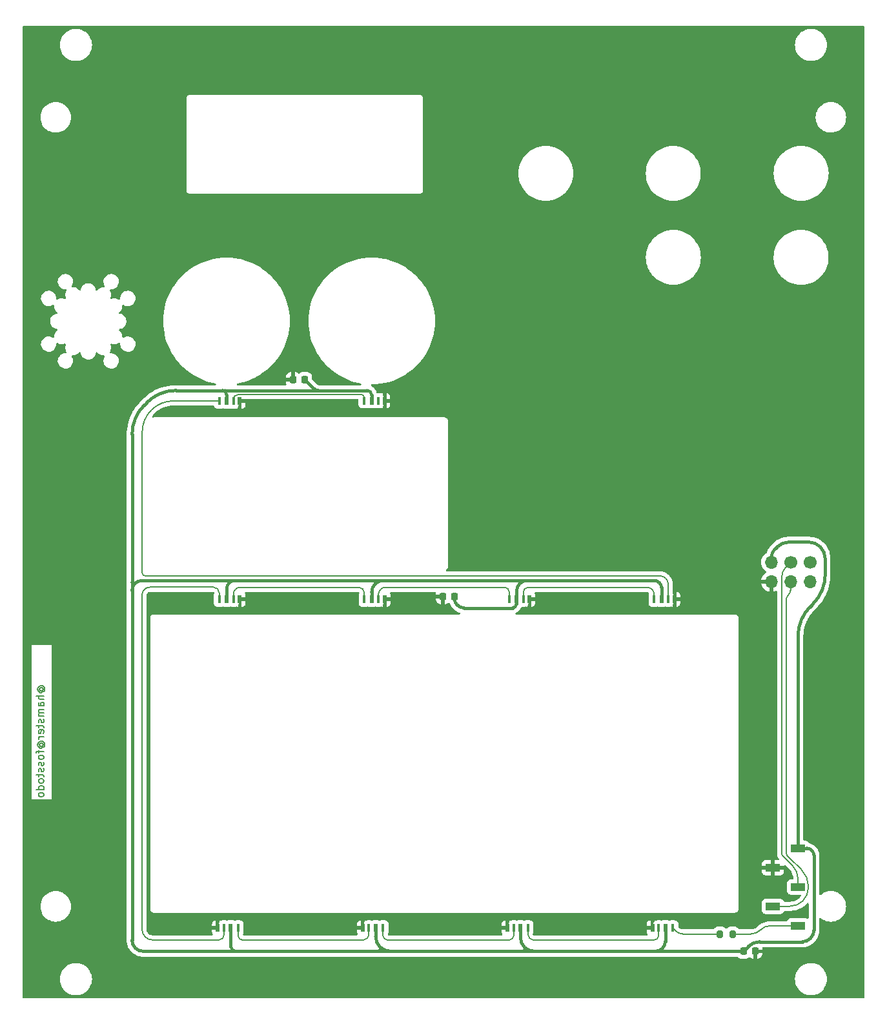
<source format=gbr>
%TF.GenerationSoftware,KiCad,Pcbnew,7.0.2*%
%TF.CreationDate,2023-07-16T23:24:56-06:00*%
%TF.ProjectId,dc31-front,64633331-2d66-4726-9f6e-742e6b696361,rev?*%
%TF.SameCoordinates,Original*%
%TF.FileFunction,Copper,L2,Bot*%
%TF.FilePolarity,Positive*%
%FSLAX46Y46*%
G04 Gerber Fmt 4.6, Leading zero omitted, Abs format (unit mm)*
G04 Created by KiCad (PCBNEW 7.0.2) date 2023-07-16 23:24:56*
%MOMM*%
%LPD*%
G01*
G04 APERTURE LIST*
G04 Aperture macros list*
%AMRoundRect*
0 Rectangle with rounded corners*
0 $1 Rounding radius*
0 $2 $3 $4 $5 $6 $7 $8 $9 X,Y pos of 4 corners*
0 Add a 4 corners polygon primitive as box body*
4,1,4,$2,$3,$4,$5,$6,$7,$8,$9,$2,$3,0*
0 Add four circle primitives for the rounded corners*
1,1,$1+$1,$2,$3*
1,1,$1+$1,$4,$5*
1,1,$1+$1,$6,$7*
1,1,$1+$1,$8,$9*
0 Add four rect primitives between the rounded corners*
20,1,$1+$1,$2,$3,$4,$5,0*
20,1,$1+$1,$4,$5,$6,$7,0*
20,1,$1+$1,$6,$7,$8,$9,0*
20,1,$1+$1,$8,$9,$2,$3,0*%
G04 Aperture macros list end*
%ADD10C,0.150000*%
%TA.AperFunction,NonConductor*%
%ADD11C,0.150000*%
%TD*%
%TA.AperFunction,ComponentPad*%
%ADD12O,1.700000X1.700000*%
%TD*%
%TA.AperFunction,ComponentPad*%
%ADD13C,1.700000*%
%TD*%
%TA.AperFunction,SMDPad,CuDef*%
%ADD14R,1.900000X1.000000*%
%TD*%
%TA.AperFunction,SMDPad,CuDef*%
%ADD15RoundRect,0.225000X0.225000X0.250000X-0.225000X0.250000X-0.225000X-0.250000X0.225000X-0.250000X0*%
%TD*%
%TA.AperFunction,SMDPad,CuDef*%
%ADD16RoundRect,0.225000X-0.225000X-0.250000X0.225000X-0.250000X0.225000X0.250000X-0.225000X0.250000X0*%
%TD*%
%TA.AperFunction,SMDPad,CuDef*%
%ADD17R,0.500000X1.000000*%
%TD*%
%TA.AperFunction,SMDPad,CuDef*%
%ADD18R,0.350000X1.000000*%
%TD*%
%TA.AperFunction,SMDPad,CuDef*%
%ADD19R,0.600000X1.000000*%
%TD*%
%TA.AperFunction,SMDPad,CuDef*%
%ADD20R,0.450000X1.000000*%
%TD*%
%TA.AperFunction,SMDPad,CuDef*%
%ADD21RoundRect,0.200000X-0.200000X-0.275000X0.200000X-0.275000X0.200000X0.275000X-0.200000X0.275000X0*%
%TD*%
%TA.AperFunction,Conductor*%
%ADD22C,0.203200*%
%TD*%
%TA.AperFunction,Conductor*%
%ADD23C,0.381000*%
%TD*%
G04 APERTURE END LIST*
D10*
D11*
X99266428Y-119042142D02*
X99218809Y-118994523D01*
X99218809Y-118994523D02*
X99171190Y-118899285D01*
X99171190Y-118899285D02*
X99171190Y-118804047D01*
X99171190Y-118804047D02*
X99218809Y-118708809D01*
X99218809Y-118708809D02*
X99266428Y-118661190D01*
X99266428Y-118661190D02*
X99361666Y-118613571D01*
X99361666Y-118613571D02*
X99456904Y-118613571D01*
X99456904Y-118613571D02*
X99552142Y-118661190D01*
X99552142Y-118661190D02*
X99599761Y-118708809D01*
X99599761Y-118708809D02*
X99647380Y-118804047D01*
X99647380Y-118804047D02*
X99647380Y-118899285D01*
X99647380Y-118899285D02*
X99599761Y-118994523D01*
X99599761Y-118994523D02*
X99552142Y-119042142D01*
X99171190Y-119042142D02*
X99552142Y-119042142D01*
X99552142Y-119042142D02*
X99599761Y-119089761D01*
X99599761Y-119089761D02*
X99599761Y-119137380D01*
X99599761Y-119137380D02*
X99552142Y-119232619D01*
X99552142Y-119232619D02*
X99456904Y-119280238D01*
X99456904Y-119280238D02*
X99218809Y-119280238D01*
X99218809Y-119280238D02*
X99075952Y-119185000D01*
X99075952Y-119185000D02*
X98980714Y-119042142D01*
X98980714Y-119042142D02*
X98933095Y-118851666D01*
X98933095Y-118851666D02*
X98980714Y-118661190D01*
X98980714Y-118661190D02*
X99075952Y-118518333D01*
X99075952Y-118518333D02*
X99218809Y-118423095D01*
X99218809Y-118423095D02*
X99409285Y-118375476D01*
X99409285Y-118375476D02*
X99599761Y-118423095D01*
X99599761Y-118423095D02*
X99742619Y-118518333D01*
X99742619Y-118518333D02*
X99837857Y-118661190D01*
X99837857Y-118661190D02*
X99885476Y-118851666D01*
X99885476Y-118851666D02*
X99837857Y-119042142D01*
X99837857Y-119042142D02*
X99742619Y-119185000D01*
X99742619Y-119708809D02*
X98742619Y-119708809D01*
X99742619Y-120137380D02*
X99218809Y-120137380D01*
X99218809Y-120137380D02*
X99123571Y-120089761D01*
X99123571Y-120089761D02*
X99075952Y-119994523D01*
X99075952Y-119994523D02*
X99075952Y-119851666D01*
X99075952Y-119851666D02*
X99123571Y-119756428D01*
X99123571Y-119756428D02*
X99171190Y-119708809D01*
X99742619Y-121042142D02*
X99218809Y-121042142D01*
X99218809Y-121042142D02*
X99123571Y-120994523D01*
X99123571Y-120994523D02*
X99075952Y-120899285D01*
X99075952Y-120899285D02*
X99075952Y-120708809D01*
X99075952Y-120708809D02*
X99123571Y-120613571D01*
X99695000Y-121042142D02*
X99742619Y-120946904D01*
X99742619Y-120946904D02*
X99742619Y-120708809D01*
X99742619Y-120708809D02*
X99695000Y-120613571D01*
X99695000Y-120613571D02*
X99599761Y-120565952D01*
X99599761Y-120565952D02*
X99504523Y-120565952D01*
X99504523Y-120565952D02*
X99409285Y-120613571D01*
X99409285Y-120613571D02*
X99361666Y-120708809D01*
X99361666Y-120708809D02*
X99361666Y-120946904D01*
X99361666Y-120946904D02*
X99314047Y-121042142D01*
X99742619Y-121518333D02*
X99075952Y-121518333D01*
X99171190Y-121518333D02*
X99123571Y-121565952D01*
X99123571Y-121565952D02*
X99075952Y-121661190D01*
X99075952Y-121661190D02*
X99075952Y-121804047D01*
X99075952Y-121804047D02*
X99123571Y-121899285D01*
X99123571Y-121899285D02*
X99218809Y-121946904D01*
X99218809Y-121946904D02*
X99742619Y-121946904D01*
X99218809Y-121946904D02*
X99123571Y-121994523D01*
X99123571Y-121994523D02*
X99075952Y-122089761D01*
X99075952Y-122089761D02*
X99075952Y-122232618D01*
X99075952Y-122232618D02*
X99123571Y-122327857D01*
X99123571Y-122327857D02*
X99218809Y-122375476D01*
X99218809Y-122375476D02*
X99742619Y-122375476D01*
X99695000Y-122804047D02*
X99742619Y-122899285D01*
X99742619Y-122899285D02*
X99742619Y-123089761D01*
X99742619Y-123089761D02*
X99695000Y-123184999D01*
X99695000Y-123184999D02*
X99599761Y-123232618D01*
X99599761Y-123232618D02*
X99552142Y-123232618D01*
X99552142Y-123232618D02*
X99456904Y-123184999D01*
X99456904Y-123184999D02*
X99409285Y-123089761D01*
X99409285Y-123089761D02*
X99409285Y-122946904D01*
X99409285Y-122946904D02*
X99361666Y-122851666D01*
X99361666Y-122851666D02*
X99266428Y-122804047D01*
X99266428Y-122804047D02*
X99218809Y-122804047D01*
X99218809Y-122804047D02*
X99123571Y-122851666D01*
X99123571Y-122851666D02*
X99075952Y-122946904D01*
X99075952Y-122946904D02*
X99075952Y-123089761D01*
X99075952Y-123089761D02*
X99123571Y-123184999D01*
X99075952Y-123518333D02*
X99075952Y-123899285D01*
X98742619Y-123661190D02*
X99599761Y-123661190D01*
X99599761Y-123661190D02*
X99695000Y-123708809D01*
X99695000Y-123708809D02*
X99742619Y-123804047D01*
X99742619Y-123804047D02*
X99742619Y-123899285D01*
X99695000Y-124613571D02*
X99742619Y-124518333D01*
X99742619Y-124518333D02*
X99742619Y-124327857D01*
X99742619Y-124327857D02*
X99695000Y-124232619D01*
X99695000Y-124232619D02*
X99599761Y-124185000D01*
X99599761Y-124185000D02*
X99218809Y-124185000D01*
X99218809Y-124185000D02*
X99123571Y-124232619D01*
X99123571Y-124232619D02*
X99075952Y-124327857D01*
X99075952Y-124327857D02*
X99075952Y-124518333D01*
X99075952Y-124518333D02*
X99123571Y-124613571D01*
X99123571Y-124613571D02*
X99218809Y-124661190D01*
X99218809Y-124661190D02*
X99314047Y-124661190D01*
X99314047Y-124661190D02*
X99409285Y-124185000D01*
X99742619Y-125089762D02*
X99075952Y-125089762D01*
X99266428Y-125089762D02*
X99171190Y-125137381D01*
X99171190Y-125137381D02*
X99123571Y-125185000D01*
X99123571Y-125185000D02*
X99075952Y-125280238D01*
X99075952Y-125280238D02*
X99075952Y-125375476D01*
X99266428Y-126327857D02*
X99218809Y-126280238D01*
X99218809Y-126280238D02*
X99171190Y-126185000D01*
X99171190Y-126185000D02*
X99171190Y-126089762D01*
X99171190Y-126089762D02*
X99218809Y-125994524D01*
X99218809Y-125994524D02*
X99266428Y-125946905D01*
X99266428Y-125946905D02*
X99361666Y-125899286D01*
X99361666Y-125899286D02*
X99456904Y-125899286D01*
X99456904Y-125899286D02*
X99552142Y-125946905D01*
X99552142Y-125946905D02*
X99599761Y-125994524D01*
X99599761Y-125994524D02*
X99647380Y-126089762D01*
X99647380Y-126089762D02*
X99647380Y-126185000D01*
X99647380Y-126185000D02*
X99599761Y-126280238D01*
X99599761Y-126280238D02*
X99552142Y-126327857D01*
X99171190Y-126327857D02*
X99552142Y-126327857D01*
X99552142Y-126327857D02*
X99599761Y-126375476D01*
X99599761Y-126375476D02*
X99599761Y-126423095D01*
X99599761Y-126423095D02*
X99552142Y-126518334D01*
X99552142Y-126518334D02*
X99456904Y-126565953D01*
X99456904Y-126565953D02*
X99218809Y-126565953D01*
X99218809Y-126565953D02*
X99075952Y-126470715D01*
X99075952Y-126470715D02*
X98980714Y-126327857D01*
X98980714Y-126327857D02*
X98933095Y-126137381D01*
X98933095Y-126137381D02*
X98980714Y-125946905D01*
X98980714Y-125946905D02*
X99075952Y-125804048D01*
X99075952Y-125804048D02*
X99218809Y-125708810D01*
X99218809Y-125708810D02*
X99409285Y-125661191D01*
X99409285Y-125661191D02*
X99599761Y-125708810D01*
X99599761Y-125708810D02*
X99742619Y-125804048D01*
X99742619Y-125804048D02*
X99837857Y-125946905D01*
X99837857Y-125946905D02*
X99885476Y-126137381D01*
X99885476Y-126137381D02*
X99837857Y-126327857D01*
X99837857Y-126327857D02*
X99742619Y-126470715D01*
X99075952Y-126851667D02*
X99075952Y-127232619D01*
X99742619Y-126994524D02*
X98885476Y-126994524D01*
X98885476Y-126994524D02*
X98790238Y-127042143D01*
X98790238Y-127042143D02*
X98742619Y-127137381D01*
X98742619Y-127137381D02*
X98742619Y-127232619D01*
X99742619Y-127708810D02*
X99695000Y-127613572D01*
X99695000Y-127613572D02*
X99647380Y-127565953D01*
X99647380Y-127565953D02*
X99552142Y-127518334D01*
X99552142Y-127518334D02*
X99266428Y-127518334D01*
X99266428Y-127518334D02*
X99171190Y-127565953D01*
X99171190Y-127565953D02*
X99123571Y-127613572D01*
X99123571Y-127613572D02*
X99075952Y-127708810D01*
X99075952Y-127708810D02*
X99075952Y-127851667D01*
X99075952Y-127851667D02*
X99123571Y-127946905D01*
X99123571Y-127946905D02*
X99171190Y-127994524D01*
X99171190Y-127994524D02*
X99266428Y-128042143D01*
X99266428Y-128042143D02*
X99552142Y-128042143D01*
X99552142Y-128042143D02*
X99647380Y-127994524D01*
X99647380Y-127994524D02*
X99695000Y-127946905D01*
X99695000Y-127946905D02*
X99742619Y-127851667D01*
X99742619Y-127851667D02*
X99742619Y-127708810D01*
X99695000Y-128423096D02*
X99742619Y-128518334D01*
X99742619Y-128518334D02*
X99742619Y-128708810D01*
X99742619Y-128708810D02*
X99695000Y-128804048D01*
X99695000Y-128804048D02*
X99599761Y-128851667D01*
X99599761Y-128851667D02*
X99552142Y-128851667D01*
X99552142Y-128851667D02*
X99456904Y-128804048D01*
X99456904Y-128804048D02*
X99409285Y-128708810D01*
X99409285Y-128708810D02*
X99409285Y-128565953D01*
X99409285Y-128565953D02*
X99361666Y-128470715D01*
X99361666Y-128470715D02*
X99266428Y-128423096D01*
X99266428Y-128423096D02*
X99218809Y-128423096D01*
X99218809Y-128423096D02*
X99123571Y-128470715D01*
X99123571Y-128470715D02*
X99075952Y-128565953D01*
X99075952Y-128565953D02*
X99075952Y-128708810D01*
X99075952Y-128708810D02*
X99123571Y-128804048D01*
X99695000Y-129232620D02*
X99742619Y-129327858D01*
X99742619Y-129327858D02*
X99742619Y-129518334D01*
X99742619Y-129518334D02*
X99695000Y-129613572D01*
X99695000Y-129613572D02*
X99599761Y-129661191D01*
X99599761Y-129661191D02*
X99552142Y-129661191D01*
X99552142Y-129661191D02*
X99456904Y-129613572D01*
X99456904Y-129613572D02*
X99409285Y-129518334D01*
X99409285Y-129518334D02*
X99409285Y-129375477D01*
X99409285Y-129375477D02*
X99361666Y-129280239D01*
X99361666Y-129280239D02*
X99266428Y-129232620D01*
X99266428Y-129232620D02*
X99218809Y-129232620D01*
X99218809Y-129232620D02*
X99123571Y-129280239D01*
X99123571Y-129280239D02*
X99075952Y-129375477D01*
X99075952Y-129375477D02*
X99075952Y-129518334D01*
X99075952Y-129518334D02*
X99123571Y-129613572D01*
X99075952Y-129946906D02*
X99075952Y-130327858D01*
X98742619Y-130089763D02*
X99599761Y-130089763D01*
X99599761Y-130089763D02*
X99695000Y-130137382D01*
X99695000Y-130137382D02*
X99742619Y-130232620D01*
X99742619Y-130232620D02*
X99742619Y-130327858D01*
X99742619Y-130804049D02*
X99695000Y-130708811D01*
X99695000Y-130708811D02*
X99647380Y-130661192D01*
X99647380Y-130661192D02*
X99552142Y-130613573D01*
X99552142Y-130613573D02*
X99266428Y-130613573D01*
X99266428Y-130613573D02*
X99171190Y-130661192D01*
X99171190Y-130661192D02*
X99123571Y-130708811D01*
X99123571Y-130708811D02*
X99075952Y-130804049D01*
X99075952Y-130804049D02*
X99075952Y-130946906D01*
X99075952Y-130946906D02*
X99123571Y-131042144D01*
X99123571Y-131042144D02*
X99171190Y-131089763D01*
X99171190Y-131089763D02*
X99266428Y-131137382D01*
X99266428Y-131137382D02*
X99552142Y-131137382D01*
X99552142Y-131137382D02*
X99647380Y-131089763D01*
X99647380Y-131089763D02*
X99695000Y-131042144D01*
X99695000Y-131042144D02*
X99742619Y-130946906D01*
X99742619Y-130946906D02*
X99742619Y-130804049D01*
X99742619Y-131994525D02*
X98742619Y-131994525D01*
X99695000Y-131994525D02*
X99742619Y-131899287D01*
X99742619Y-131899287D02*
X99742619Y-131708811D01*
X99742619Y-131708811D02*
X99695000Y-131613573D01*
X99695000Y-131613573D02*
X99647380Y-131565954D01*
X99647380Y-131565954D02*
X99552142Y-131518335D01*
X99552142Y-131518335D02*
X99266428Y-131518335D01*
X99266428Y-131518335D02*
X99171190Y-131565954D01*
X99171190Y-131565954D02*
X99123571Y-131613573D01*
X99123571Y-131613573D02*
X99075952Y-131708811D01*
X99075952Y-131708811D02*
X99075952Y-131899287D01*
X99075952Y-131899287D02*
X99123571Y-131994525D01*
X99742619Y-132613573D02*
X99695000Y-132518335D01*
X99695000Y-132518335D02*
X99647380Y-132470716D01*
X99647380Y-132470716D02*
X99552142Y-132423097D01*
X99552142Y-132423097D02*
X99266428Y-132423097D01*
X99266428Y-132423097D02*
X99171190Y-132470716D01*
X99171190Y-132470716D02*
X99123571Y-132518335D01*
X99123571Y-132518335D02*
X99075952Y-132613573D01*
X99075952Y-132613573D02*
X99075952Y-132756430D01*
X99075952Y-132756430D02*
X99123571Y-132851668D01*
X99123571Y-132851668D02*
X99171190Y-132899287D01*
X99171190Y-132899287D02*
X99266428Y-132946906D01*
X99266428Y-132946906D02*
X99552142Y-132946906D01*
X99552142Y-132946906D02*
X99647380Y-132899287D01*
X99647380Y-132899287D02*
X99695000Y-132851668D01*
X99695000Y-132851668D02*
X99742619Y-132756430D01*
X99742619Y-132756430D02*
X99742619Y-132613573D01*
X99075952Y-133375478D02*
X99742619Y-133375478D01*
X99171190Y-133375478D02*
X99123571Y-133423097D01*
X99123571Y-133423097D02*
X99075952Y-133518335D01*
X99075952Y-133518335D02*
X99075952Y-133661192D01*
X99075952Y-133661192D02*
X99123571Y-133756430D01*
X99123571Y-133756430D02*
X99218809Y-133804049D01*
X99218809Y-133804049D02*
X99742619Y-133804049D01*
X99647380Y-134280240D02*
X99695000Y-134327859D01*
X99695000Y-134327859D02*
X99742619Y-134280240D01*
X99742619Y-134280240D02*
X99695000Y-134232621D01*
X99695000Y-134232621D02*
X99647380Y-134280240D01*
X99647380Y-134280240D02*
X99742619Y-134280240D01*
X99742619Y-134899287D02*
X99695000Y-134804049D01*
X99695000Y-134804049D02*
X99647380Y-134756430D01*
X99647380Y-134756430D02*
X99552142Y-134708811D01*
X99552142Y-134708811D02*
X99266428Y-134708811D01*
X99266428Y-134708811D02*
X99171190Y-134756430D01*
X99171190Y-134756430D02*
X99123571Y-134804049D01*
X99123571Y-134804049D02*
X99075952Y-134899287D01*
X99075952Y-134899287D02*
X99075952Y-135042144D01*
X99075952Y-135042144D02*
X99123571Y-135137382D01*
X99123571Y-135137382D02*
X99171190Y-135185001D01*
X99171190Y-135185001D02*
X99266428Y-135232620D01*
X99266428Y-135232620D02*
X99552142Y-135232620D01*
X99552142Y-135232620D02*
X99647380Y-135185001D01*
X99647380Y-135185001D02*
X99695000Y-135137382D01*
X99695000Y-135137382D02*
X99742619Y-135042144D01*
X99742619Y-135042144D02*
X99742619Y-134899287D01*
X99742619Y-135661192D02*
X99075952Y-135661192D01*
X99266428Y-135661192D02*
X99171190Y-135708811D01*
X99171190Y-135708811D02*
X99123571Y-135756430D01*
X99123571Y-135756430D02*
X99075952Y-135851668D01*
X99075952Y-135851668D02*
X99075952Y-135946906D01*
X99075952Y-136708811D02*
X99885476Y-136708811D01*
X99885476Y-136708811D02*
X99980714Y-136661192D01*
X99980714Y-136661192D02*
X100028333Y-136613573D01*
X100028333Y-136613573D02*
X100075952Y-136518335D01*
X100075952Y-136518335D02*
X100075952Y-136375478D01*
X100075952Y-136375478D02*
X100028333Y-136280240D01*
X99695000Y-136708811D02*
X99742619Y-136613573D01*
X99742619Y-136613573D02*
X99742619Y-136423097D01*
X99742619Y-136423097D02*
X99695000Y-136327859D01*
X99695000Y-136327859D02*
X99647380Y-136280240D01*
X99647380Y-136280240D02*
X99552142Y-136232621D01*
X99552142Y-136232621D02*
X99266428Y-136232621D01*
X99266428Y-136232621D02*
X99171190Y-136280240D01*
X99171190Y-136280240D02*
X99123571Y-136327859D01*
X99123571Y-136327859D02*
X99075952Y-136423097D01*
X99075952Y-136423097D02*
X99075952Y-136613573D01*
X99075952Y-136613573D02*
X99123571Y-136708811D01*
D12*
%TO.P,X101,2,GND*%
%TO.N,GND*%
X195180000Y-104735000D03*
%TO.P,X101,1,VCC*%
%TO.N,+3V3*%
X195180000Y-102195000D03*
%TO.P,X101,4,SCL*%
%TO.N,SCL*%
X197720000Y-104735000D03*
D13*
%TO.P,X101,3,SDA*%
%TO.N,SDA*%
X197720000Y-102195000D03*
D12*
%TO.P,X101,6,GPIO2*%
%TO.N,unconnected-(X101-GPIO2-Pad6)*%
X200260000Y-104735000D03*
D13*
%TO.P,X101,5,GPIO1*%
%TO.N,unconnected-(X101-GPIO1-Pad5)*%
X200260000Y-102195000D03*
%TD*%
D14*
%TO.P,J101,1,Pin_1*%
%TO.N,+3V3*%
X198680000Y-139700000D03*
%TO.P,J101,2,Pin_2*%
%TO.N,GND*%
X195380000Y-142240000D03*
%TO.P,J101,3,Pin_3*%
%TO.N,SDA*%
X198680000Y-144780000D03*
%TO.P,J101,4,Pin_4*%
%TO.N,SCL*%
X195380000Y-147320000D03*
%TO.P,J101,5,Pin_5*%
%TO.N,Net-(J101-Pin_5)*%
X198680000Y-149860000D03*
%TD*%
D15*
%TO.P,C103,1*%
%TO.N,+3V3*%
X133985000Y-78240000D03*
%TO.P,C103,2*%
%TO.N,GND*%
X132435000Y-78240000D03*
%TD*%
%TO.P,C102,1*%
%TO.N,+3V3*%
X153645000Y-106730000D03*
%TO.P,C102,2*%
%TO.N,GND*%
X152095000Y-106730000D03*
%TD*%
D16*
%TO.P,C101,2*%
%TO.N,GND*%
X193065000Y-153225000D03*
%TO.P,C101,1*%
%TO.N,+3V3*%
X191515000Y-153225000D03*
%TD*%
D17*
%TO.P,D110,4,VSS*%
%TO.N,GND*%
X144440000Y-81020000D03*
D18*
%TO.P,D110,3,DOUT*%
%TO.N,unconnected-(D110-DOUT-Pad3)*%
X143615000Y-81020000D03*
D19*
%TO.P,D110,2,VDD*%
%TO.N,+3V3*%
X142740000Y-81020000D03*
D20*
%TO.P,D110,1,DIN*%
%TO.N,Net-(D109-DOUT)*%
X141765000Y-81020000D03*
%TD*%
%TO.P,D109,1,DIN*%
%TO.N,Net-(D108-DOUT)*%
X122775000Y-81050000D03*
D19*
%TO.P,D109,2,VDD*%
%TO.N,+3V3*%
X123750000Y-81050000D03*
D18*
%TO.P,D109,3,DOUT*%
%TO.N,Net-(D109-DOUT)*%
X124625000Y-81050000D03*
D17*
%TO.P,D109,4,VSS*%
%TO.N,GND*%
X125450000Y-81050000D03*
%TD*%
D20*
%TO.P,D108,1,DIN*%
%TO.N,Net-(D107-DOUT)*%
X179785000Y-107030000D03*
D19*
%TO.P,D108,2,VDD*%
%TO.N,+3V3*%
X180760000Y-107030000D03*
D18*
%TO.P,D108,3,DOUT*%
%TO.N,Net-(D108-DOUT)*%
X181635000Y-107030000D03*
D17*
%TO.P,D108,4,VSS*%
%TO.N,GND*%
X182460000Y-107030000D03*
%TD*%
D20*
%TO.P,D107,1,DIN*%
%TO.N,Net-(D106-DOUT)*%
X160785000Y-107030000D03*
D19*
%TO.P,D107,2,VDD*%
%TO.N,+3V3*%
X161760000Y-107030000D03*
D18*
%TO.P,D107,3,DOUT*%
%TO.N,Net-(D107-DOUT)*%
X162635000Y-107030000D03*
D17*
%TO.P,D107,4,VSS*%
%TO.N,GND*%
X163460000Y-107030000D03*
%TD*%
D20*
%TO.P,D106,1,DIN*%
%TO.N,Net-(D105-DOUT)*%
X141785000Y-107030000D03*
D19*
%TO.P,D106,2,VDD*%
%TO.N,+3V3*%
X142760000Y-107030000D03*
D18*
%TO.P,D106,3,DOUT*%
%TO.N,Net-(D106-DOUT)*%
X143635000Y-107030000D03*
D17*
%TO.P,D106,4,VSS*%
%TO.N,GND*%
X144460000Y-107030000D03*
%TD*%
%TO.P,D105,4,VSS*%
%TO.N,GND*%
X125460000Y-107030000D03*
D18*
%TO.P,D105,3,DOUT*%
%TO.N,Net-(D105-DOUT)*%
X124635000Y-107030000D03*
D19*
%TO.P,D105,2,VDD*%
%TO.N,+3V3*%
X123760000Y-107030000D03*
D20*
%TO.P,D105,1,DIN*%
%TO.N,Net-(D104-DOUT)*%
X122785000Y-107030000D03*
%TD*%
D17*
%TO.P,D104,4,VSS*%
%TO.N,GND*%
X122570000Y-150160000D03*
D18*
%TO.P,D104,3,DOUT*%
%TO.N,Net-(D104-DOUT)*%
X123395000Y-150160000D03*
D19*
%TO.P,D104,2,VDD*%
%TO.N,+3V3*%
X124270000Y-150160000D03*
D20*
%TO.P,D104,1,DIN*%
%TO.N,Net-(D103-DOUT)*%
X125245000Y-150160000D03*
%TD*%
%TO.P,D103,1,DIN*%
%TO.N,Net-(D102-DOUT)*%
X144245000Y-150160000D03*
D19*
%TO.P,D103,2,VDD*%
%TO.N,+3V3*%
X143270000Y-150160000D03*
D18*
%TO.P,D103,3,DOUT*%
%TO.N,Net-(D103-DOUT)*%
X142395000Y-150160000D03*
D17*
%TO.P,D103,4,VSS*%
%TO.N,GND*%
X141570000Y-150160000D03*
%TD*%
D20*
%TO.P,D102,1,DIN*%
%TO.N,Net-(D101-DOUT)*%
X163245000Y-150160000D03*
D19*
%TO.P,D102,2,VDD*%
%TO.N,+3V3*%
X162270000Y-150160000D03*
D18*
%TO.P,D102,3,DOUT*%
%TO.N,Net-(D102-DOUT)*%
X161395000Y-150160000D03*
D17*
%TO.P,D102,4,VSS*%
%TO.N,GND*%
X160570000Y-150160000D03*
%TD*%
D20*
%TO.P,D101,1,DIN*%
%TO.N,Net-(D101-DIN)*%
X182245000Y-150160000D03*
D19*
%TO.P,D101,2,VDD*%
%TO.N,+3V3*%
X181270000Y-150160000D03*
D18*
%TO.P,D101,3,DOUT*%
%TO.N,Net-(D101-DOUT)*%
X180395000Y-150160000D03*
D17*
%TO.P,D101,4,VSS*%
%TO.N,GND*%
X179570000Y-150160000D03*
%TD*%
D21*
%TO.P,R101,2*%
%TO.N,Net-(J101-Pin_5)*%
X190085000Y-150950000D03*
%TO.P,R101,1*%
%TO.N,Net-(D101-DIN)*%
X188435000Y-150950000D03*
%TD*%
D22*
%TO.N,Net-(J101-Pin_5)*%
X192454253Y-150949980D02*
G75*
G03*
X193769999Y-150404999I47J1860680D01*
G01*
X195085746Y-149860020D02*
G75*
G03*
X193770001Y-150405001I-46J-1860680D01*
G01*
%TO.N,SCL*%
X197099992Y-140317920D02*
G75*
G03*
X197228750Y-140628750I439608J20D01*
G01*
X197409998Y-106469998D02*
G75*
G03*
X197100000Y-107218406I748402J-748402D01*
G01*
X197583837Y-147320015D02*
G75*
G03*
X199310000Y-146605000I-37J2441215D01*
G01*
X197410002Y-106470002D02*
G75*
G03*
X197720000Y-105721593I-748402J748402D01*
G01*
X199309989Y-146604989D02*
G75*
G03*
X200025000Y-144878837I-1726189J1726189D01*
G01*
X200025005Y-144657500D02*
G75*
G03*
X199153490Y-142553490I-2975505J0D01*
G01*
X197228750Y-140628750D02*
X197486250Y-140886250D01*
%TO.N,SDA*%
X196519995Y-140412114D02*
G75*
G03*
X196617501Y-140647499I332905J14D01*
G01*
X198680003Y-143745000D02*
G75*
G03*
X197948144Y-141978144I-2498703J0D01*
G01*
X197110004Y-102785004D02*
G75*
G03*
X196520000Y-104209386I1424396J-1424396D01*
G01*
X197710000Y-102194987D02*
G75*
G03*
X197692928Y-102202071I0J-24113D01*
G01*
X196617500Y-140647500D02*
X196812500Y-140842500D01*
D23*
%TO.N,+3V3*%
X200765020Y-140673050D02*
G75*
G03*
X200480000Y-139985000I-973120J-50D01*
G01*
X200479986Y-139985014D02*
G75*
G03*
X199791949Y-139700000I-688086J-688086D01*
G01*
X200309990Y-151519990D02*
G75*
G03*
X200765000Y-150421532I-1098490J1098490D01*
G01*
X161594984Y-108034984D02*
G75*
G03*
X161760000Y-107636654I-398384J398384D01*
G01*
X200273801Y-108021215D02*
G75*
G03*
X198680000Y-111868963I3847799J-3847785D01*
G01*
X193648883Y-151974994D02*
G75*
G03*
X192140001Y-152600001I17J-2133906D01*
G01*
X191512510Y-153222490D02*
G75*
G03*
X191506464Y-153220000I-6010J-6010D01*
G01*
X202240013Y-101742167D02*
G75*
G03*
X201595000Y-100185000I-2202213J-33D01*
G01*
X199211532Y-151975013D02*
G75*
G03*
X200310000Y-151520000I-32J1553513D01*
G01*
X135162205Y-79417213D02*
G75*
G03*
X135772500Y-79670000I610295J610313D01*
G01*
X195630772Y-100469211D02*
G75*
G03*
X195180000Y-101557500I1088328J-1088289D01*
G01*
X161196654Y-108200022D02*
G75*
G03*
X161595000Y-108035000I-54J563422D01*
G01*
X154010004Y-107834996D02*
G75*
G03*
X154891187Y-108200000I881196J881196D01*
G01*
X153645013Y-107100000D02*
G75*
G03*
X153906630Y-107731628I893287J0D01*
G01*
X197535807Y-99540004D02*
G75*
G03*
X195870001Y-100230001I-7J-2355796D01*
G01*
X201594991Y-100185009D02*
G75*
G03*
X200037832Y-99540000I-1557191J-1557191D01*
G01*
X191512501Y-153222499D02*
G75*
G03*
X191517499Y-153222499I2499J2501D01*
G01*
X200646200Y-107648785D02*
G75*
G03*
X202240000Y-103801036I-3847800J3847785D01*
G01*
X135772500Y-79670000D02*
X136487500Y-79670000D01*
X136487500Y-79670000D02*
X135772500Y-79670000D01*
X123050000Y-79670000D02*
X122730000Y-79670000D01*
X202240000Y-101742167D02*
X202240000Y-103801036D01*
X200273792Y-108021206D02*
X200646207Y-107648792D01*
X197535807Y-99540000D02*
X200037832Y-99540000D01*
X195630780Y-100469219D02*
X195870000Y-100230000D01*
X195180000Y-101557500D02*
X195180000Y-102195000D01*
X198680000Y-139700000D02*
X198680000Y-111868963D01*
X199791949Y-139700000D02*
X198680000Y-139700000D01*
X200765000Y-140673050D02*
X200765000Y-150421532D01*
X193648883Y-151975000D02*
X199211532Y-151975000D01*
X192140000Y-152600000D02*
X191517500Y-153222500D01*
X191506464Y-153220000D02*
X181041543Y-153220000D01*
X136487500Y-79670000D02*
X142159583Y-79670000D01*
D22*
%TO.N,SCL*%
X197100000Y-140317920D02*
X197100000Y-107218406D01*
X197486250Y-140886250D02*
X199153490Y-142553490D01*
X197720000Y-105721593D02*
X197720000Y-104735000D01*
%TO.N,SDA*%
X197948144Y-141978144D02*
X196812500Y-140842500D01*
X196520000Y-140412114D02*
X196520000Y-104209386D01*
X197109999Y-102784999D02*
X197692928Y-102202071D01*
X197710000Y-102195000D02*
X197720000Y-102195000D01*
X198680000Y-143745000D02*
X198680000Y-144780000D01*
%TO.N,SCL*%
X200025000Y-144878837D02*
X200025000Y-144657500D01*
X197583837Y-147320000D02*
X195380000Y-147320000D01*
D23*
%TO.N,+3V3*%
X135162209Y-79417209D02*
X133985000Y-78240000D01*
X135772500Y-79670000D02*
X123530000Y-79670000D01*
X161760000Y-107636654D02*
X161760000Y-107030000D01*
X161196654Y-108200000D02*
X154891187Y-108200000D01*
X154010000Y-107835000D02*
X153906629Y-107731629D01*
X153645000Y-107100000D02*
X153645000Y-106730000D01*
D22*
%TO.N,Net-(J101-Pin_5)*%
X192454253Y-150950000D02*
X190085000Y-150950000D01*
X195085746Y-149860000D02*
X198680000Y-149860000D01*
%TO.N,Net-(D109-DOUT)*%
X125350520Y-80180008D02*
G75*
G03*
X124837500Y-80392500I-20J-725492D01*
G01*
X141652500Y-80292500D02*
G75*
G03*
X141380900Y-80180000I-271600J-271600D01*
G01*
X124782324Y-80447661D02*
G75*
G03*
X124625000Y-80827500I379876J-379839D01*
G01*
X141765000Y-80564099D02*
G75*
G03*
X141652500Y-80292500I-384100J-1D01*
G01*
%TO.N,Net-(D108-DOUT)*%
X181634982Y-105066941D02*
G75*
G03*
X181322499Y-104312501I-1066882J41D01*
G01*
X113855004Y-82245004D02*
G75*
G03*
X112660000Y-85129985I2884996J-2884996D01*
G01*
X112779998Y-103880002D02*
G75*
G03*
X113069705Y-104000000I289702J289702D01*
G01*
X112660003Y-103590294D02*
G75*
G03*
X112780000Y-103880000I409697J-6D01*
G01*
X116739985Y-81049994D02*
G75*
G03*
X113855000Y-82245000I15J-4080006D01*
G01*
X181322512Y-104312488D02*
G75*
G03*
X180568058Y-104000000I-754412J-754412D01*
G01*
%TO.N,Net-(D107-DOUT)*%
X179784987Y-106396231D02*
G75*
G03*
X179522500Y-105762500I-896187J31D01*
G01*
X162812493Y-105677493D02*
G75*
G03*
X162635000Y-106106022I428507J-428507D01*
G01*
X163241022Y-105500010D02*
G75*
G03*
X162812500Y-105677500I-22J-605990D01*
G01*
X179522509Y-105762491D02*
G75*
G03*
X178888768Y-105500000I-633709J-633709D01*
G01*
%TO.N,Net-(D106-DOUT)*%
X160785007Y-106061880D02*
G75*
G03*
X160617499Y-105657501I-571907J-20D01*
G01*
X143917496Y-105772496D02*
G75*
G03*
X143635000Y-106454515I682004J-682004D01*
G01*
X160617494Y-105657506D02*
G75*
G03*
X160213119Y-105490000I-404394J-404394D01*
G01*
X144599515Y-105490007D02*
G75*
G03*
X143917500Y-105772500I-15J-964493D01*
G01*
%TO.N,Net-(D105-DOUT)*%
X141785020Y-106198449D02*
G75*
G03*
X141577499Y-105697501I-708520J-51D01*
G01*
X141577514Y-105697486D02*
G75*
G03*
X141076550Y-105490000I-500914J-500914D01*
G01*
X125531231Y-105490013D02*
G75*
G03*
X124897500Y-105752500I-31J-896187D01*
G01*
X124897491Y-105752491D02*
G75*
G03*
X124635000Y-106386231I633709J-633709D01*
G01*
%TO.N,Net-(D104-DOUT)*%
X112640006Y-150371385D02*
G75*
G03*
X113035000Y-151325000I1348594J-15D01*
G01*
X123202511Y-151527511D02*
G75*
G03*
X123395000Y-151062763I-464711J464711D01*
G01*
X122784998Y-106263804D02*
G75*
G03*
X122552500Y-105702500I-793798J4D01*
G01*
X113034996Y-151325004D02*
G75*
G03*
X113988614Y-151720000I953604J953604D01*
G01*
X122552501Y-105702499D02*
G75*
G03*
X121991195Y-105470000I-561301J-561301D01*
G01*
X113664264Y-105469986D02*
G75*
G03*
X112940001Y-105770001I36J-1024314D01*
G01*
X112940011Y-105770011D02*
G75*
G03*
X112640000Y-106494264I724289J-724289D01*
G01*
X122737763Y-151719985D02*
G75*
G03*
X123202500Y-151527500I37J657185D01*
G01*
%TO.N,Net-(D103-DOUT)*%
X125244987Y-151199332D02*
G75*
G03*
X125397500Y-151567500I520713J32D01*
G01*
X125397509Y-151567491D02*
G75*
G03*
X125765667Y-151720000I368191J368191D01*
G01*
X141686550Y-151720020D02*
G75*
G03*
X142187499Y-151512499I-50J708520D01*
G01*
X142187485Y-151512485D02*
G75*
G03*
X142395000Y-151011550I-500985J500985D01*
G01*
%TO.N,Net-(D102-DOUT)*%
X160823119Y-151720007D02*
G75*
G03*
X161227499Y-151552499I-19J571907D01*
G01*
X144407497Y-151557503D02*
G75*
G03*
X144799809Y-151720000I392303J392303D01*
G01*
X144245005Y-151165190D02*
G75*
G03*
X144407501Y-151557499I554795J-10D01*
G01*
X161227494Y-151552494D02*
G75*
G03*
X161395000Y-151148119I-404394J404394D01*
G01*
%TO.N,Net-(D101-DIN)*%
X182639996Y-150555004D02*
G75*
G03*
X183593614Y-150950000I953604J953604D01*
G01*
%TO.N,Net-(D101-DOUT)*%
X179788977Y-151739990D02*
G75*
G03*
X180217500Y-151562500I23J605990D01*
G01*
X163244997Y-150997408D02*
G75*
G03*
X163462500Y-151522500I742603J8D01*
G01*
X163462503Y-151522497D02*
G75*
G03*
X163987591Y-151740000I525097J525097D01*
G01*
X180217507Y-151562507D02*
G75*
G03*
X180395000Y-151133977I-428507J428507D01*
G01*
D23*
%TO.N,+3V3*%
X162580466Y-153219919D02*
G75*
G03*
X162799999Y-152690001I34J310419D01*
G01*
X162799990Y-152690010D02*
G75*
G03*
X164079533Y-153220000I1279510J1279510D01*
G01*
X124384228Y-153220068D02*
G75*
G03*
X124465000Y-153025000I-28J114268D01*
G01*
X124465008Y-153024992D02*
G75*
G03*
X124935771Y-153220000I470792J470792D01*
G01*
X117113963Y-79669988D02*
G75*
G03*
X113266206Y-81263792I37J-5441612D01*
G01*
X162169992Y-105009992D02*
G75*
G03*
X161760000Y-105999827I989808J-989808D01*
G01*
X143603898Y-153219995D02*
G75*
G03*
X143839999Y-152650001I2J333895D01*
G01*
X143839999Y-152650001D02*
G75*
G03*
X145216101Y-153220000I1376101J1376101D01*
G01*
X111329988Y-151786030D02*
G75*
G03*
X111750000Y-152800000I1434012J30D01*
G01*
X143204993Y-105044993D02*
G75*
G03*
X142760000Y-106119325I1074307J-1074307D01*
G01*
X142739993Y-80250416D02*
G75*
G03*
X142570000Y-79840000I-580393J16D01*
G01*
X143205043Y-105045043D02*
G75*
G03*
X143020674Y-104600000I-184343J184343D01*
G01*
X144279325Y-104600011D02*
G75*
G03*
X143205000Y-105045000I-25J-1519289D01*
G01*
X180760008Y-105555979D02*
G75*
G03*
X180480000Y-104880000I-956008J-21D01*
G01*
X111750009Y-152799991D02*
G75*
G03*
X112763969Y-153220000I1013991J1013991D01*
G01*
X143270001Y-151273898D02*
G75*
G03*
X143840000Y-152650000I1946099J-2D01*
G01*
X180880013Y-152830013D02*
G75*
G03*
X181270000Y-151888456I-941513J941513D01*
G01*
X124064990Y-104904990D02*
G75*
G03*
X123760000Y-105641335I736310J-736310D01*
G01*
X123749999Y-80318700D02*
G75*
G03*
X123559999Y-79860001I-648699J0D01*
G01*
X142570005Y-79839995D02*
G75*
G03*
X142159583Y-79670000I-410405J-410405D01*
G01*
X112923821Y-81606236D02*
G75*
G03*
X111330000Y-85453963I3847679J-3847764D01*
G01*
X123483142Y-79783132D02*
G75*
G03*
X123210000Y-79670000I-273142J-273168D01*
G01*
X123530000Y-79670045D02*
G75*
G03*
X123483138Y-79783136I0J-66255D01*
G01*
X112627401Y-104600001D02*
G75*
G03*
X111710000Y-104980000I-1J-1297399D01*
G01*
X111710000Y-104980000D02*
G75*
G03*
X111330000Y-105897401I917400J-917400D01*
G01*
X111330003Y-104822598D02*
G75*
G03*
X111710000Y-104980000I222597J-2D01*
G01*
X124269989Y-152554228D02*
G75*
G03*
X124465001Y-153024999I665811J28D01*
G01*
X162270014Y-151410466D02*
G75*
G03*
X162800000Y-152690000I1809486J-34D01*
G01*
X162170047Y-105010047D02*
G75*
G03*
X162000172Y-104600000I-169847J169847D01*
G01*
X163159827Y-104600012D02*
G75*
G03*
X162170000Y-105010000I-27J-1399788D01*
G01*
X124065060Y-104905060D02*
G75*
G03*
X123938664Y-104600000I-126360J126360D01*
G01*
X124801335Y-104600015D02*
G75*
G03*
X124065000Y-104905000I-35J-1041285D01*
G01*
X179938456Y-153219982D02*
G75*
G03*
X180880000Y-152830000I44J1331482D01*
G01*
X180879926Y-152829926D02*
G75*
G03*
X181041543Y-153220000I161574J-161574D01*
G01*
X180479994Y-104880006D02*
G75*
G03*
X179804020Y-104600000I-675994J-675994D01*
G01*
X164079533Y-153220000D02*
X162580466Y-153220000D01*
X124384228Y-153220000D02*
X124935771Y-153220000D01*
X143603898Y-153220000D02*
X145216101Y-153220000D01*
X123210000Y-79670000D02*
X123050000Y-79670000D01*
X144279325Y-104600000D02*
X143020674Y-104600000D01*
X123210000Y-79670000D02*
X123530000Y-79670000D01*
X111330000Y-105897401D02*
X111330000Y-104822598D01*
X162000172Y-104600000D02*
X163159827Y-104600000D01*
X123938664Y-104600000D02*
X124801335Y-104600000D01*
X179938456Y-153220000D02*
X181041543Y-153220000D01*
D22*
%TO.N,Net-(D108-DOUT)*%
X180568058Y-104000000D02*
X113069705Y-104000000D01*
X181635000Y-105066941D02*
X181635000Y-107030000D01*
X116739985Y-81050000D02*
X122775000Y-81050000D01*
X112660000Y-85129985D02*
X112660000Y-103590294D01*
%TO.N,Net-(D104-DOUT)*%
X121991195Y-105470000D02*
X113664264Y-105470000D01*
X112640000Y-150371385D02*
X112640000Y-106494264D01*
X113988614Y-151720000D02*
X122737763Y-151720000D01*
X123395000Y-151062763D02*
X123395000Y-150160000D01*
X122785000Y-106263804D02*
X122785000Y-107030000D01*
%TO.N,Net-(D109-DOUT)*%
X141765000Y-80564099D02*
X141765000Y-81020000D01*
X124837499Y-80392499D02*
X124782331Y-80447668D01*
X141380900Y-80180000D02*
X125350520Y-80180000D01*
X124625000Y-80827500D02*
X124625000Y-81050000D01*
D23*
%TO.N,+3V3*%
X117113963Y-79670000D02*
X122730000Y-79670000D01*
X142740000Y-80250416D02*
X142740000Y-81020000D01*
X111330000Y-85453963D02*
X111330000Y-104822598D01*
X113266206Y-81263792D02*
X112923792Y-81606207D01*
X123483137Y-79783137D02*
X123560000Y-79860000D01*
X123750000Y-80318700D02*
X123750000Y-81050000D01*
D22*
%TO.N,Net-(D107-DOUT)*%
X179785000Y-106396231D02*
X179785000Y-107030000D01*
X163241022Y-105500000D02*
X178888768Y-105500000D01*
X162635000Y-106106022D02*
X162635000Y-107030000D01*
%TO.N,Net-(D106-DOUT)*%
X144599515Y-105490000D02*
X160213119Y-105490000D01*
X160785000Y-106061880D02*
X160785000Y-107030000D01*
X143635000Y-106454515D02*
X143635000Y-107030000D01*
%TO.N,Net-(D105-DOUT)*%
X141785000Y-106198449D02*
X141785000Y-107030000D01*
X125531231Y-105490000D02*
X141076550Y-105490000D01*
X124635000Y-106386231D02*
X124635000Y-107030000D01*
D23*
%TO.N,+3V3*%
X112627401Y-104600000D02*
X123938664Y-104600000D01*
X111330000Y-105897401D02*
X111330000Y-151786030D01*
X124384228Y-153220000D02*
X112763969Y-153220000D01*
X179804020Y-104600000D02*
X163159827Y-104600000D01*
X180760000Y-105555979D02*
X180760000Y-107030000D01*
X161760000Y-105999827D02*
X161760000Y-107030000D01*
X144279325Y-104600000D02*
X162000172Y-104600000D01*
X142760000Y-106119325D02*
X142760000Y-107030000D01*
X143020674Y-104600000D02*
X124801335Y-104600000D01*
X123760000Y-105641335D02*
X123760000Y-107030000D01*
D22*
%TO.N,Net-(D101-DIN)*%
X183593614Y-150950000D02*
X188435000Y-150950000D01*
X182640000Y-150555000D02*
X182245000Y-150160000D01*
%TO.N,Net-(D103-DOUT)*%
X125245000Y-151199332D02*
X125245000Y-150160000D01*
X141686550Y-151720000D02*
X125765667Y-151720000D01*
X142395000Y-151011550D02*
X142395000Y-150160000D01*
%TO.N,Net-(D102-DOUT)*%
X144799809Y-151720000D02*
X160823119Y-151720000D01*
X144245000Y-151165190D02*
X144245000Y-150160000D01*
X161395000Y-151148119D02*
X161395000Y-150160000D01*
%TO.N,Net-(D101-DOUT)*%
X163987591Y-151740000D02*
X179788977Y-151740000D01*
X180395000Y-151133977D02*
X180395000Y-150160000D01*
X163245000Y-150997408D02*
X163245000Y-150160000D01*
D23*
%TO.N,+3V3*%
X162270000Y-151410466D02*
X162270000Y-150160000D01*
X145216101Y-153220000D02*
X162580466Y-153220000D01*
X179938456Y-153220000D02*
X164079533Y-153220000D01*
X143270000Y-151273898D02*
X143270000Y-150160000D01*
X143603898Y-153220000D02*
X124935771Y-153220000D01*
X124270000Y-152554228D02*
X124270000Y-150160000D01*
X181270000Y-151888456D02*
X181270000Y-150160000D01*
%TD*%
%TA.AperFunction,Conductor*%
%TO.N,GND*%
G36*
X207313986Y-31890185D02*
G01*
X207359741Y-31942989D01*
X207370947Y-31994500D01*
X207370947Y-159241947D01*
X207351262Y-159308986D01*
X207298458Y-159354741D01*
X207246947Y-159365947D01*
X97094500Y-159365947D01*
X97027461Y-159346262D01*
X96981706Y-159293458D01*
X96970500Y-159241947D01*
X96970500Y-156869000D01*
X101865992Y-156869000D01*
X101866281Y-156873225D01*
X101879811Y-157071033D01*
X101885602Y-157155686D01*
X101886461Y-157159824D01*
X101886463Y-157159832D01*
X101943203Y-157432880D01*
X101944066Y-157437032D01*
X102040296Y-157707797D01*
X102042243Y-157711555D01*
X102042245Y-157711559D01*
X102153633Y-157926527D01*
X102172499Y-157962936D01*
X102174945Y-157966401D01*
X102335766Y-158194235D01*
X102335770Y-158194240D01*
X102338211Y-158197698D01*
X102534347Y-158407708D01*
X102757253Y-158589055D01*
X103002775Y-158738361D01*
X103266342Y-158852844D01*
X103486784Y-158914608D01*
X103538962Y-158929228D01*
X103538964Y-158929228D01*
X103543042Y-158930371D01*
X103827722Y-158969500D01*
X103831959Y-158969500D01*
X104110841Y-158969500D01*
X104115078Y-158969500D01*
X104399758Y-158930371D01*
X104676458Y-158852844D01*
X104940025Y-158738361D01*
X105185547Y-158589055D01*
X105408453Y-158407708D01*
X105604589Y-158197698D01*
X105770301Y-157962936D01*
X105902504Y-157707797D01*
X105998734Y-157437032D01*
X106057198Y-157155686D01*
X106076808Y-156869000D01*
X198265992Y-156869000D01*
X198266281Y-156873225D01*
X198279811Y-157071033D01*
X198285602Y-157155686D01*
X198286461Y-157159824D01*
X198286463Y-157159832D01*
X198343203Y-157432880D01*
X198344066Y-157437032D01*
X198440296Y-157707797D01*
X198442243Y-157711555D01*
X198442245Y-157711559D01*
X198553633Y-157926527D01*
X198572499Y-157962936D01*
X198574945Y-157966401D01*
X198735766Y-158194235D01*
X198735770Y-158194240D01*
X198738211Y-158197698D01*
X198934347Y-158407708D01*
X199157253Y-158589055D01*
X199402775Y-158738361D01*
X199666342Y-158852844D01*
X199886784Y-158914608D01*
X199938962Y-158929228D01*
X199938964Y-158929228D01*
X199943042Y-158930371D01*
X200227722Y-158969500D01*
X200231959Y-158969500D01*
X200510841Y-158969500D01*
X200515078Y-158969500D01*
X200799758Y-158930371D01*
X201076458Y-158852844D01*
X201340025Y-158738361D01*
X201585547Y-158589055D01*
X201808453Y-158407708D01*
X202004589Y-158197698D01*
X202170301Y-157962936D01*
X202302504Y-157707797D01*
X202398734Y-157437032D01*
X202457198Y-157155686D01*
X202476808Y-156869000D01*
X202457198Y-156582314D01*
X202398734Y-156300968D01*
X202302504Y-156030203D01*
X202170301Y-155775064D01*
X202004589Y-155540302D01*
X201808453Y-155330292D01*
X201805171Y-155327622D01*
X201805168Y-155327619D01*
X201588829Y-155151615D01*
X201588828Y-155151614D01*
X201585547Y-155148945D01*
X201340025Y-154999639D01*
X201336145Y-154997953D01*
X201336138Y-154997950D01*
X201080339Y-154886841D01*
X201080329Y-154886837D01*
X201076458Y-154885156D01*
X201072386Y-154884015D01*
X200803837Y-154808771D01*
X200803824Y-154808768D01*
X200799758Y-154807629D01*
X200795568Y-154807053D01*
X200795558Y-154807051D01*
X200519275Y-154769076D01*
X200519262Y-154769075D01*
X200515078Y-154768500D01*
X200227722Y-154768500D01*
X200223538Y-154769075D01*
X200223524Y-154769076D01*
X199947241Y-154807051D01*
X199947228Y-154807053D01*
X199943042Y-154807629D01*
X199938977Y-154808767D01*
X199938962Y-154808771D01*
X199670413Y-154884015D01*
X199670408Y-154884016D01*
X199666342Y-154885156D01*
X199662475Y-154886835D01*
X199662460Y-154886841D01*
X199406661Y-154997950D01*
X199406648Y-154997956D01*
X199402775Y-154999639D01*
X199399164Y-155001834D01*
X199399156Y-155001839D01*
X199160865Y-155146748D01*
X199160860Y-155146751D01*
X199157253Y-155148945D01*
X199153978Y-155151609D01*
X199153970Y-155151615D01*
X198937631Y-155327619D01*
X198937620Y-155327628D01*
X198934347Y-155330292D01*
X198931468Y-155333374D01*
X198931459Y-155333383D01*
X198741099Y-155537209D01*
X198741094Y-155537214D01*
X198738211Y-155540302D01*
X198735775Y-155543752D01*
X198735766Y-155543764D01*
X198574945Y-155771598D01*
X198574941Y-155771603D01*
X198572499Y-155775064D01*
X198570553Y-155778818D01*
X198570549Y-155778826D01*
X198442245Y-156026440D01*
X198442240Y-156026450D01*
X198440296Y-156030203D01*
X198438879Y-156034188D01*
X198438875Y-156034199D01*
X198405442Y-156128272D01*
X198344066Y-156300968D01*
X198343204Y-156305113D01*
X198343203Y-156305119D01*
X198286463Y-156578167D01*
X198286461Y-156578177D01*
X198285602Y-156582314D01*
X198285313Y-156586529D01*
X198285313Y-156586534D01*
X198266281Y-156864774D01*
X198265992Y-156869000D01*
X106076808Y-156869000D01*
X106057198Y-156582314D01*
X105998734Y-156300968D01*
X105902504Y-156030203D01*
X105770301Y-155775064D01*
X105604589Y-155540302D01*
X105408453Y-155330292D01*
X105405171Y-155327622D01*
X105405168Y-155327619D01*
X105188829Y-155151615D01*
X105188828Y-155151614D01*
X105185547Y-155148945D01*
X104940025Y-154999639D01*
X104936145Y-154997953D01*
X104936138Y-154997950D01*
X104680339Y-154886841D01*
X104680329Y-154886837D01*
X104676458Y-154885156D01*
X104672386Y-154884015D01*
X104403837Y-154808771D01*
X104403824Y-154808768D01*
X104399758Y-154807629D01*
X104395568Y-154807053D01*
X104395558Y-154807051D01*
X104119275Y-154769076D01*
X104119262Y-154769075D01*
X104115078Y-154768500D01*
X103827722Y-154768500D01*
X103823538Y-154769075D01*
X103823524Y-154769076D01*
X103547241Y-154807051D01*
X103547228Y-154807053D01*
X103543042Y-154807629D01*
X103538977Y-154808767D01*
X103538962Y-154808771D01*
X103270413Y-154884015D01*
X103270408Y-154884016D01*
X103266342Y-154885156D01*
X103262475Y-154886835D01*
X103262460Y-154886841D01*
X103006661Y-154997950D01*
X103006648Y-154997956D01*
X103002775Y-154999639D01*
X102999164Y-155001834D01*
X102999156Y-155001839D01*
X102760865Y-155146748D01*
X102760860Y-155146751D01*
X102757253Y-155148945D01*
X102753978Y-155151609D01*
X102753970Y-155151615D01*
X102537631Y-155327619D01*
X102537620Y-155327628D01*
X102534347Y-155330292D01*
X102531468Y-155333374D01*
X102531459Y-155333383D01*
X102341099Y-155537209D01*
X102341094Y-155537214D01*
X102338211Y-155540302D01*
X102335775Y-155543752D01*
X102335766Y-155543764D01*
X102174945Y-155771598D01*
X102174941Y-155771603D01*
X102172499Y-155775064D01*
X102170553Y-155778818D01*
X102170549Y-155778826D01*
X102042245Y-156026440D01*
X102042240Y-156026450D01*
X102040296Y-156030203D01*
X102038879Y-156034188D01*
X102038875Y-156034199D01*
X102005442Y-156128272D01*
X101944066Y-156300968D01*
X101943204Y-156305113D01*
X101943203Y-156305119D01*
X101886463Y-156578167D01*
X101886461Y-156578177D01*
X101885602Y-156582314D01*
X101885313Y-156586529D01*
X101885313Y-156586534D01*
X101866281Y-156864774D01*
X101865992Y-156869000D01*
X96970500Y-156869000D01*
X96970500Y-151734711D01*
X110638987Y-151734711D01*
X110638990Y-151901895D01*
X110638990Y-151901911D01*
X110638991Y-151905379D01*
X110639380Y-151908837D01*
X110639381Y-151908842D01*
X110665326Y-152139084D01*
X110665327Y-152139095D01*
X110665717Y-152142548D01*
X110666490Y-152145935D01*
X110666491Y-152145940D01*
X110718056Y-152371845D01*
X110718059Y-152371855D01*
X110718830Y-152375233D01*
X110752705Y-152472039D01*
X110770621Y-152523240D01*
X110797660Y-152600509D01*
X110799165Y-152603634D01*
X110899710Y-152812414D01*
X110899714Y-152812422D01*
X110901217Y-152815542D01*
X111028198Y-153017629D01*
X111030360Y-153020340D01*
X111030365Y-153020347D01*
X111174836Y-153201506D01*
X111177007Y-153204228D01*
X111206335Y-153233556D01*
X111206336Y-153233557D01*
X111261389Y-153288611D01*
X111316443Y-153343664D01*
X111316444Y-153343665D01*
X111326486Y-153353706D01*
X111326562Y-153353766D01*
X111345780Y-153372984D01*
X111532378Y-153521792D01*
X111734463Y-153648772D01*
X111949495Y-153752328D01*
X112174769Y-153831158D01*
X112407453Y-153884271D01*
X112644620Y-153910997D01*
X112708556Y-153910997D01*
X112708571Y-153911000D01*
X112763954Y-153911000D01*
X112841811Y-153911001D01*
X112841815Y-153911000D01*
X124292447Y-153911000D01*
X124292641Y-153911021D01*
X124306535Y-153911017D01*
X124306540Y-153911019D01*
X124332958Y-153911012D01*
X124333188Y-153911079D01*
X124384397Y-153911067D01*
X124384397Y-153911068D01*
X124463701Y-153911049D01*
X124463702Y-153911048D01*
X124475709Y-153911046D01*
X124476176Y-153911000D01*
X124893975Y-153911000D01*
X124935741Y-153911000D01*
X125013598Y-153911003D01*
X125013599Y-153911002D01*
X125027700Y-153911003D01*
X125027735Y-153911000D01*
X143562102Y-153911000D01*
X143603894Y-153911000D01*
X145068005Y-153911000D01*
X145174305Y-153911000D01*
X162538670Y-153911000D01*
X162580390Y-153911000D01*
X163939083Y-153911000D01*
X163939101Y-153911000D01*
X163939117Y-153911002D01*
X164079546Y-153911000D01*
X179896660Y-153911000D01*
X179938433Y-153911000D01*
X180938893Y-153911000D01*
X180939076Y-153911017D01*
X180951097Y-153911015D01*
X180951103Y-153911016D01*
X181041673Y-153911000D01*
X190648625Y-153911000D01*
X190715664Y-153930685D01*
X190736306Y-153947319D01*
X190836955Y-154047968D01*
X190981300Y-154137002D01*
X191142292Y-154190349D01*
X191238522Y-154200180D01*
X191238523Y-154200180D01*
X191241655Y-154200500D01*
X191788344Y-154200499D01*
X191887708Y-154190349D01*
X192048697Y-154137003D01*
X192193044Y-154047968D01*
X192202672Y-154038339D01*
X192263992Y-154004854D01*
X192333684Y-154009837D01*
X192378036Y-154038341D01*
X192387269Y-154047574D01*
X192531513Y-154136546D01*
X192692393Y-154189856D01*
X192788536Y-154199678D01*
X192794851Y-154199999D01*
X192815000Y-154199999D01*
X192815000Y-153475000D01*
X193315000Y-153475000D01*
X193315000Y-154199999D01*
X193335165Y-154199999D01*
X193341447Y-154199678D01*
X193437605Y-154189856D01*
X193598486Y-154136546D01*
X193742732Y-154047573D01*
X193862573Y-153927732D01*
X193951546Y-153783486D01*
X194004856Y-153622606D01*
X194014680Y-153526445D01*
X194015000Y-153520167D01*
X194015000Y-153475000D01*
X193315000Y-153475000D01*
X192815000Y-153475000D01*
X192815000Y-153099000D01*
X192834685Y-153031961D01*
X192887489Y-152986206D01*
X192939000Y-152975000D01*
X194014998Y-152975000D01*
X194014999Y-152929834D01*
X194014678Y-152923552D01*
X194003476Y-152813883D01*
X194004864Y-152813741D01*
X194002990Y-152759171D01*
X194038723Y-152699130D01*
X194101245Y-152667940D01*
X194123096Y-152666000D01*
X199133685Y-152666000D01*
X199133689Y-152666001D01*
X199160170Y-152666000D01*
X199160215Y-152666013D01*
X199211546Y-152666012D01*
X199211546Y-152666013D01*
X199337592Y-152666011D01*
X199588098Y-152637781D01*
X199833869Y-152581682D01*
X200071813Y-152498419D01*
X200298939Y-152389038D01*
X200512390Y-152254916D01*
X200709483Y-152097739D01*
X200767277Y-152039944D01*
X200798613Y-152008610D01*
X200821750Y-151985471D01*
X200853664Y-151953557D01*
X200853666Y-151953553D01*
X200863774Y-151943445D01*
X200863836Y-151943366D01*
X200887729Y-151919474D01*
X201044905Y-151722383D01*
X201179027Y-151508932D01*
X201288407Y-151281808D01*
X201371669Y-151043865D01*
X201427768Y-150798096D01*
X201455998Y-150547591D01*
X201455998Y-150475606D01*
X201456000Y-150475600D01*
X201456000Y-150365241D01*
X201456001Y-150343689D01*
X201456000Y-150343684D01*
X201456000Y-148944496D01*
X201475685Y-148877457D01*
X201528489Y-148831702D01*
X201597647Y-148821758D01*
X201661203Y-148850783D01*
X201666195Y-148855431D01*
X201666600Y-148855734D01*
X201666605Y-148855739D01*
X201782089Y-148942189D01*
X201895686Y-149027227D01*
X202035435Y-149103535D01*
X202146839Y-149164367D01*
X202414954Y-149264369D01*
X202414957Y-149264369D01*
X202414958Y-149264370D01*
X202467217Y-149275738D01*
X202694572Y-149325196D01*
X202980000Y-149345610D01*
X203265428Y-149325196D01*
X203545046Y-149264369D01*
X203813161Y-149164367D01*
X204064315Y-149027226D01*
X204293395Y-148855739D01*
X204495739Y-148653395D01*
X204667226Y-148424315D01*
X204804367Y-148173161D01*
X204904369Y-147905046D01*
X204965196Y-147625428D01*
X204985610Y-147340000D01*
X204965196Y-147054572D01*
X204904369Y-146774954D01*
X204804367Y-146506839D01*
X204733035Y-146376204D01*
X204667227Y-146255686D01*
X204605493Y-146173219D01*
X204495739Y-146026605D01*
X204293395Y-145824261D01*
X204159188Y-145723795D01*
X204064313Y-145652772D01*
X203813163Y-145515634D01*
X203813162Y-145515633D01*
X203813161Y-145515633D01*
X203545046Y-145415631D01*
X203545041Y-145415629D01*
X203265429Y-145354804D01*
X202980000Y-145334389D01*
X202694570Y-145354804D01*
X202414958Y-145415629D01*
X202146836Y-145515634D01*
X201895686Y-145652772D01*
X201773371Y-145744337D01*
X201666605Y-145824261D01*
X201666602Y-145824263D01*
X201659506Y-145829576D01*
X201658483Y-145828209D01*
X201606346Y-145856672D01*
X201536655Y-145851681D01*
X201480726Y-145809804D01*
X201456315Y-145744337D01*
X201456000Y-145735503D01*
X201456000Y-140765281D01*
X201456004Y-140765238D01*
X201456003Y-140750873D01*
X201456004Y-140750871D01*
X201456002Y-140724397D01*
X201456021Y-140724331D01*
X201456019Y-140673014D01*
X201456020Y-140673014D01*
X201456015Y-140563949D01*
X201427534Y-140347687D01*
X201371071Y-140136991D01*
X201287591Y-139935467D01*
X201178522Y-139746563D01*
X201045732Y-139573510D01*
X200968611Y-139496389D01*
X200913557Y-139441336D01*
X200913555Y-139441334D01*
X200903680Y-139431460D01*
X200903550Y-139431356D01*
X200894358Y-139422164D01*
X200894356Y-139422163D01*
X200891477Y-139419283D01*
X200718426Y-139286494D01*
X200529523Y-139177427D01*
X200525780Y-139175876D01*
X200525777Y-139175875D01*
X200331750Y-139095500D01*
X200331742Y-139095497D01*
X200328002Y-139093948D01*
X200324093Y-139092900D01*
X200324083Y-139092897D01*
X200163783Y-139049939D01*
X200104124Y-139013571D01*
X200079699Y-138973497D01*
X200073796Y-138957670D01*
X200073796Y-138957669D01*
X199987546Y-138842454D01*
X199872331Y-138756204D01*
X199737483Y-138705909D01*
X199677873Y-138699500D01*
X199674551Y-138699500D01*
X199495000Y-138699500D01*
X199427961Y-138679815D01*
X199382206Y-138627011D01*
X199371000Y-138575500D01*
X199371000Y-111871384D01*
X199371096Y-111866515D01*
X199379694Y-111647724D01*
X199385456Y-111501092D01*
X199386217Y-111491424D01*
X199428921Y-111130635D01*
X199430437Y-111121068D01*
X199501318Y-110764727D01*
X199503580Y-110755308D01*
X199602197Y-110405643D01*
X199605190Y-110396430D01*
X199730939Y-110055573D01*
X199734662Y-110046587D01*
X199886758Y-109716667D01*
X199891165Y-109708020D01*
X200068678Y-109391049D01*
X200073740Y-109382788D01*
X200275591Y-109080696D01*
X200281293Y-109072850D01*
X200506200Y-108787555D01*
X200512505Y-108780172D01*
X200760992Y-108511360D01*
X200764300Y-108507919D01*
X200772662Y-108499558D01*
X201164372Y-108107849D01*
X201164414Y-108107793D01*
X201164465Y-108107739D01*
X201289685Y-107982521D01*
X201576545Y-107651466D01*
X201839057Y-107300791D01*
X202075884Y-106932281D01*
X202285818Y-106547816D01*
X202467791Y-106149354D01*
X202620874Y-105738925D01*
X202744288Y-105318622D01*
X202837403Y-104890585D01*
X202899746Y-104456996D01*
X202930999Y-104020065D01*
X202931000Y-103801041D01*
X202931000Y-103723184D01*
X202931000Y-101820018D01*
X202931001Y-101820014D01*
X202931000Y-101793531D01*
X202931013Y-101793486D01*
X202931012Y-101742157D01*
X202931013Y-101742157D01*
X202931011Y-101600025D01*
X202903144Y-101317131D01*
X202847684Y-101038330D01*
X202765164Y-100766307D01*
X202656379Y-100503683D01*
X202522377Y-100252986D01*
X202507863Y-100231265D01*
X202480981Y-100191034D01*
X202364448Y-100016630D01*
X202184113Y-99796892D01*
X202083611Y-99696389D01*
X202028557Y-99641336D01*
X202018918Y-99631697D01*
X202018822Y-99631620D01*
X201985251Y-99598049D01*
X201983099Y-99595897D01*
X201980754Y-99593973D01*
X201980748Y-99593967D01*
X201765709Y-99417488D01*
X201765707Y-99417486D01*
X201763362Y-99415562D01*
X201527007Y-99257634D01*
X201276311Y-99123632D01*
X201273510Y-99122472D01*
X201273500Y-99122467D01*
X201016505Y-99016015D01*
X201016500Y-99016013D01*
X201013687Y-99014848D01*
X201010782Y-99013966D01*
X201010766Y-99013961D01*
X200744575Y-98933210D01*
X200744566Y-98933207D01*
X200741666Y-98932328D01*
X200738685Y-98931735D01*
X200465846Y-98877460D01*
X200465830Y-98877457D01*
X200462866Y-98876868D01*
X200459853Y-98876571D01*
X200459845Y-98876570D01*
X200183004Y-98849300D01*
X200182992Y-98849299D01*
X200179973Y-98849002D01*
X200176943Y-98849001D01*
X200176924Y-98849001D01*
X200079632Y-98849000D01*
X200079628Y-98849000D01*
X200037842Y-98849000D01*
X199959985Y-98848999D01*
X199959984Y-98848999D01*
X199944725Y-98848999D01*
X199944717Y-98849000D01*
X197494011Y-98849000D01*
X197493989Y-98849002D01*
X197493945Y-98849004D01*
X197386129Y-98849004D01*
X197383112Y-98849301D01*
X197383094Y-98849302D01*
X197091235Y-98878048D01*
X197091233Y-98878048D01*
X197088210Y-98878346D01*
X197085225Y-98878939D01*
X197085223Y-98878940D01*
X196797596Y-98936151D01*
X196797586Y-98936153D01*
X196794602Y-98936747D01*
X196791691Y-98937629D01*
X196791687Y-98937631D01*
X196511049Y-99022760D01*
X196511027Y-99022767D01*
X196508132Y-99023646D01*
X196505331Y-99024806D01*
X196505312Y-99024813D01*
X196263285Y-99125065D01*
X196231560Y-99138206D01*
X196228885Y-99139635D01*
X196228874Y-99139641D01*
X195970245Y-99277880D01*
X195970231Y-99277888D01*
X195967547Y-99279323D01*
X195965012Y-99281016D01*
X195965005Y-99281021D01*
X195721166Y-99443950D01*
X195721159Y-99443955D01*
X195718639Y-99445639D01*
X195716299Y-99447558D01*
X195716290Y-99447566D01*
X195489581Y-99633619D01*
X195489562Y-99633635D01*
X195487230Y-99635550D01*
X195485100Y-99637679D01*
X195485069Y-99637708D01*
X195410944Y-99711833D01*
X195328035Y-99794742D01*
X195197216Y-99925560D01*
X195197213Y-99925563D01*
X195184218Y-99938557D01*
X195180204Y-99942572D01*
X195180170Y-99942590D01*
X195056056Y-100066708D01*
X195056048Y-100066716D01*
X195053598Y-100069167D01*
X195051431Y-100071884D01*
X195051426Y-100071890D01*
X194899603Y-100262276D01*
X194899596Y-100262285D01*
X194897434Y-100264997D01*
X194895597Y-100267919D01*
X194895586Y-100267936D01*
X194766023Y-100474140D01*
X194766016Y-100474152D01*
X194764176Y-100477081D01*
X194762676Y-100480194D01*
X194762667Y-100480212D01*
X194657009Y-100699620D01*
X194657004Y-100699631D01*
X194655502Y-100702751D01*
X194654359Y-100706017D01*
X194654353Y-100706032D01*
X194573926Y-100935886D01*
X194573920Y-100935903D01*
X194572778Y-100939170D01*
X194572247Y-100941495D01*
X194534883Y-101000280D01*
X194505623Y-101019354D01*
X194502175Y-101020961D01*
X194363306Y-101118199D01*
X194329989Y-101141528D01*
X194308595Y-101156508D01*
X194141505Y-101323598D01*
X194005965Y-101517170D01*
X193906097Y-101731336D01*
X193844936Y-101959592D01*
X193824340Y-102195000D01*
X193844936Y-102430407D01*
X193889709Y-102597502D01*
X193906097Y-102658663D01*
X194005965Y-102872830D01*
X194141505Y-103066401D01*
X194308599Y-103233495D01*
X194494596Y-103363732D01*
X194538219Y-103418307D01*
X194545412Y-103487806D01*
X194513890Y-103550160D01*
X194494595Y-103566880D01*
X194308919Y-103696892D01*
X194141890Y-103863921D01*
X194006400Y-104057421D01*
X193906569Y-104271507D01*
X193849364Y-104484999D01*
X193849364Y-104485000D01*
X194746314Y-104485000D01*
X194720507Y-104525156D01*
X194680000Y-104663111D01*
X194680000Y-104806889D01*
X194720507Y-104944844D01*
X194746314Y-104985000D01*
X193849364Y-104985000D01*
X193906569Y-105198492D01*
X194006399Y-105412576D01*
X194141893Y-105606081D01*
X194308918Y-105773106D01*
X194502423Y-105908600D01*
X194716509Y-106008430D01*
X194930000Y-106065634D01*
X194930000Y-105170501D01*
X195037685Y-105219680D01*
X195144237Y-105235000D01*
X195215763Y-105235000D01*
X195322315Y-105219680D01*
X195430000Y-105170501D01*
X195430000Y-106065633D01*
X195643490Y-106008430D01*
X195741495Y-105962730D01*
X195810572Y-105952238D01*
X195874356Y-105980757D01*
X195912596Y-106039234D01*
X195917900Y-106075112D01*
X195917900Y-140324893D01*
X195917896Y-140324929D01*
X195917897Y-140360772D01*
X195917893Y-140360785D01*
X195917897Y-140485719D01*
X195940925Y-140631076D01*
X195986405Y-140771036D01*
X196053218Y-140902160D01*
X196139719Y-141021216D01*
X196146819Y-141028316D01*
X196180306Y-141089638D01*
X196175324Y-141159329D01*
X196133455Y-141215264D01*
X196067991Y-141239684D01*
X196059141Y-141240000D01*
X195630000Y-141240000D01*
X195630000Y-141990000D01*
X196830000Y-141990000D01*
X196838671Y-141981328D01*
X196849685Y-141943821D01*
X196902489Y-141898066D01*
X196971647Y-141888122D01*
X197035203Y-141917147D01*
X197041681Y-141923179D01*
X197519517Y-142401015D01*
X197525060Y-142406933D01*
X197580095Y-142469688D01*
X197680614Y-142584306D01*
X197690488Y-142597174D01*
X197819288Y-142789937D01*
X197827398Y-142803984D01*
X197929936Y-143011909D01*
X197936143Y-143026894D01*
X198010665Y-143246426D01*
X198014863Y-143262094D01*
X198060091Y-143489472D01*
X198062208Y-143505553D01*
X198071505Y-143647390D01*
X198056248Y-143715573D01*
X198006550Y-143764684D01*
X197947771Y-143779500D01*
X197685439Y-143779500D01*
X197685420Y-143779500D01*
X197682128Y-143779501D01*
X197678848Y-143779853D01*
X197678840Y-143779854D01*
X197622515Y-143785909D01*
X197487669Y-143836204D01*
X197372454Y-143922454D01*
X197286204Y-144037668D01*
X197286203Y-144037669D01*
X197286204Y-144037669D01*
X197235909Y-144172517D01*
X197229500Y-144232127D01*
X197229500Y-144235448D01*
X197229500Y-144235449D01*
X197229500Y-145324560D01*
X197229500Y-145324578D01*
X197229501Y-145327872D01*
X197229853Y-145331152D01*
X197229854Y-145331159D01*
X197235909Y-145387484D01*
X197261056Y-145454906D01*
X197286204Y-145522331D01*
X197372454Y-145637546D01*
X197487669Y-145723796D01*
X197622517Y-145774091D01*
X197682127Y-145780500D01*
X198956446Y-145780499D01*
X199023485Y-145800184D01*
X199069240Y-145852987D01*
X199079184Y-145922146D01*
X199059549Y-145973389D01*
X199047369Y-145991618D01*
X199037494Y-146004487D01*
X198889519Y-146173219D01*
X198878050Y-146184688D01*
X198709496Y-146332506D01*
X198696628Y-146342380D01*
X198510122Y-146467001D01*
X198496075Y-146475111D01*
X198294902Y-146574319D01*
X198279918Y-146580526D01*
X198067509Y-146652632D01*
X198051841Y-146656830D01*
X197831845Y-146700592D01*
X197815765Y-146702709D01*
X197588114Y-146717634D01*
X197580002Y-146717900D01*
X196912194Y-146717900D01*
X196845155Y-146698215D01*
X196799400Y-146645411D01*
X196796012Y-146637234D01*
X196794525Y-146633247D01*
X196773796Y-146577669D01*
X196687546Y-146462454D01*
X196572331Y-146376204D01*
X196437483Y-146325909D01*
X196377873Y-146319500D01*
X196374550Y-146319500D01*
X194385439Y-146319500D01*
X194385420Y-146319500D01*
X194382128Y-146319501D01*
X194378848Y-146319853D01*
X194378840Y-146319854D01*
X194322515Y-146325909D01*
X194187669Y-146376204D01*
X194072454Y-146462454D01*
X193986204Y-146577668D01*
X193940357Y-146700592D01*
X193935909Y-146712517D01*
X193929500Y-146772127D01*
X193929500Y-146775448D01*
X193929500Y-146775449D01*
X193929500Y-147864560D01*
X193929500Y-147864578D01*
X193929501Y-147867872D01*
X193929853Y-147871152D01*
X193929854Y-147871159D01*
X193935909Y-147927484D01*
X193947355Y-147958171D01*
X193986204Y-148062331D01*
X194072454Y-148177546D01*
X194187669Y-148263796D01*
X194322517Y-148314091D01*
X194382127Y-148320500D01*
X196377872Y-148320499D01*
X196437483Y-148314091D01*
X196572331Y-148263796D01*
X196687546Y-148177546D01*
X196773796Y-148062331D01*
X196796012Y-148002765D01*
X196837884Y-147946833D01*
X196903348Y-147922416D01*
X196912194Y-147922100D01*
X197510734Y-147922100D01*
X197510738Y-147922101D01*
X197532468Y-147922100D01*
X197532520Y-147922115D01*
X197583846Y-147922114D01*
X197583846Y-147922115D01*
X197733352Y-147922113D01*
X198030923Y-147892800D01*
X198324188Y-147834463D01*
X198610323Y-147747662D01*
X198886572Y-147633233D01*
X199150276Y-147492279D01*
X199398894Y-147326156D01*
X199630032Y-147136465D01*
X199735749Y-147030749D01*
X199787444Y-146979054D01*
X199798544Y-146967954D01*
X199798626Y-146967849D01*
X199808967Y-146957508D01*
X199841454Y-146925022D01*
X199854146Y-146909555D01*
X199911890Y-146870221D01*
X199981735Y-146868350D01*
X200041504Y-146904536D01*
X200072221Y-146967291D01*
X200074000Y-146988220D01*
X200074000Y-148819451D01*
X200054315Y-148886490D01*
X200001511Y-148932245D01*
X199932353Y-148942189D01*
X199875691Y-148918719D01*
X199872333Y-148916205D01*
X199872331Y-148916204D01*
X199737483Y-148865909D01*
X199677873Y-148859500D01*
X199674550Y-148859500D01*
X197685439Y-148859500D01*
X197685420Y-148859500D01*
X197682128Y-148859501D01*
X197678848Y-148859853D01*
X197678840Y-148859854D01*
X197622515Y-148865909D01*
X197487669Y-148916204D01*
X197372454Y-149002454D01*
X197286204Y-149117668D01*
X197263988Y-149177234D01*
X197222116Y-149233167D01*
X197156652Y-149257584D01*
X197147806Y-149257900D01*
X195046286Y-149257900D01*
X195046197Y-149257911D01*
X195045996Y-149257917D01*
X194950922Y-149257916D01*
X194950920Y-149257916D01*
X194947450Y-149257916D01*
X194944008Y-149258303D01*
X194944003Y-149258304D01*
X194676021Y-149288492D01*
X194676007Y-149288494D01*
X194672566Y-149288882D01*
X194669187Y-149289652D01*
X194669176Y-149289655D01*
X194406271Y-149349657D01*
X194406260Y-149349660D01*
X194402878Y-149350432D01*
X194399600Y-149351578D01*
X194399586Y-149351583D01*
X194145059Y-149440642D01*
X194145043Y-149440648D01*
X194141778Y-149441791D01*
X194138658Y-149443293D01*
X194138647Y-149443298D01*
X193895674Y-149560304D01*
X193895658Y-149560312D01*
X193892549Y-149561810D01*
X193889620Y-149563650D01*
X193889608Y-149563657D01*
X193661276Y-149707125D01*
X193661266Y-149707131D01*
X193658325Y-149708980D01*
X193655605Y-149711148D01*
X193655598Y-149711154D01*
X193444774Y-149879279D01*
X193444760Y-149879290D01*
X193442052Y-149881451D01*
X193439598Y-149883904D01*
X193439590Y-149883912D01*
X193395946Y-149927556D01*
X193347711Y-149975790D01*
X193340563Y-149982398D01*
X193201491Y-150101177D01*
X193185748Y-150112615D01*
X193033993Y-150205609D01*
X193016655Y-150214443D01*
X192852216Y-150282553D01*
X192833711Y-150288565D01*
X192660653Y-150330110D01*
X192641433Y-150333154D01*
X192458873Y-150347517D01*
X192449146Y-150347899D01*
X192393104Y-150347898D01*
X192381160Y-150347898D01*
X192381159Y-150347898D01*
X192365905Y-150347898D01*
X192365889Y-150347900D01*
X190975748Y-150347900D01*
X190908709Y-150328215D01*
X190869631Y-150288049D01*
X190840472Y-150239814D01*
X190720186Y-150119528D01*
X190632180Y-150066326D01*
X190574606Y-150031522D01*
X190417732Y-149982639D01*
X190412193Y-149980913D01*
X190344424Y-149974755D01*
X190344420Y-149974754D01*
X190341616Y-149974500D01*
X189828384Y-149974500D01*
X189825580Y-149974754D01*
X189825575Y-149974755D01*
X189757806Y-149980913D01*
X189676599Y-150006218D01*
X189595394Y-150031522D01*
X189595392Y-150031522D01*
X189595392Y-150031523D01*
X189449815Y-150119527D01*
X189347680Y-150221662D01*
X189286357Y-150255146D01*
X189216665Y-150250162D01*
X189172319Y-150221662D01*
X189070185Y-150119528D01*
X189070184Y-150119527D01*
X188988785Y-150070320D01*
X188924606Y-150031522D01*
X188767732Y-149982639D01*
X188762193Y-149980913D01*
X188694424Y-149974755D01*
X188694420Y-149974754D01*
X188691616Y-149974500D01*
X188178384Y-149974500D01*
X188175580Y-149974754D01*
X188175575Y-149974755D01*
X188107806Y-149980913D01*
X188026598Y-150006218D01*
X187945394Y-150031522D01*
X187945392Y-150031522D01*
X187945392Y-150031523D01*
X187799813Y-150119528D01*
X187679527Y-150239814D01*
X187650369Y-150288049D01*
X187598842Y-150335237D01*
X187544252Y-150347900D01*
X183681984Y-150347900D01*
X183681976Y-150347899D01*
X183599698Y-150347899D01*
X183587545Y-150347302D01*
X183460125Y-150334753D01*
X183436284Y-150330011D01*
X183319616Y-150294622D01*
X183297157Y-150285319D01*
X183189639Y-150227850D01*
X183169427Y-150214345D01*
X183070495Y-150133153D01*
X183061479Y-150124981D01*
X183006818Y-150070320D01*
X182973333Y-150008997D01*
X182970499Y-149982639D01*
X182970499Y-149615439D01*
X182970499Y-149615438D01*
X182970499Y-149612128D01*
X182964091Y-149552517D01*
X182913796Y-149417669D01*
X182827546Y-149302454D01*
X182712331Y-149216204D01*
X182577483Y-149165909D01*
X182525816Y-149160354D01*
X182521166Y-149159854D01*
X182521165Y-149159853D01*
X182517873Y-149159500D01*
X182514550Y-149159500D01*
X181975439Y-149159500D01*
X181975420Y-149159500D01*
X181972128Y-149159501D01*
X181968848Y-149159853D01*
X181968840Y-149159854D01*
X181912514Y-149165909D01*
X181838332Y-149193577D01*
X181768640Y-149198561D01*
X181751668Y-149193577D01*
X181677486Y-149165909D01*
X181621166Y-149159854D01*
X181621165Y-149159853D01*
X181617873Y-149159500D01*
X181614550Y-149159500D01*
X180925439Y-149159500D01*
X180925420Y-149159500D01*
X180922128Y-149159501D01*
X180918848Y-149159853D01*
X180918840Y-149159854D01*
X180862514Y-149165909D01*
X180813332Y-149184253D01*
X180743640Y-149189237D01*
X180726667Y-149184253D01*
X180677484Y-149165909D01*
X180621166Y-149159854D01*
X180621165Y-149159853D01*
X180617873Y-149159500D01*
X180614550Y-149159500D01*
X180175439Y-149159500D01*
X180175420Y-149159500D01*
X180172128Y-149159501D01*
X180168848Y-149159853D01*
X180168840Y-149159854D01*
X180112516Y-149165909D01*
X180062616Y-149184520D01*
X179992924Y-149189503D01*
X179975953Y-149184519D01*
X179927375Y-149166401D01*
X179871132Y-149160354D01*
X179864518Y-149160000D01*
X179820000Y-149160000D01*
X179820000Y-149317893D01*
X179800315Y-149384932D01*
X179795268Y-149392203D01*
X179776204Y-149417668D01*
X179725910Y-149552515D01*
X179725909Y-149552517D01*
X179719500Y-149612127D01*
X179719500Y-150133153D01*
X179719501Y-150286000D01*
X179699817Y-150353039D01*
X179647013Y-150398794D01*
X179595501Y-150410000D01*
X178820000Y-150410000D01*
X178820000Y-150704518D01*
X178820354Y-150711132D01*
X178826400Y-150767371D01*
X178876647Y-150902089D01*
X178904720Y-150939589D01*
X178929137Y-151005054D01*
X178914285Y-151073327D01*
X178864880Y-151122732D01*
X178805453Y-151137900D01*
X163995728Y-151137900D01*
X163979533Y-151136838D01*
X163978481Y-151136699D01*
X163969922Y-151135572D01*
X163906028Y-151107300D01*
X163867562Y-151048972D01*
X163866736Y-150979107D01*
X163886849Y-150938326D01*
X163913796Y-150902331D01*
X163964091Y-150767483D01*
X163970500Y-150707873D01*
X163970499Y-149910000D01*
X178820000Y-149910000D01*
X179320000Y-149910000D01*
X179320000Y-149160000D01*
X179275482Y-149160000D01*
X179268867Y-149160354D01*
X179212628Y-149166400D01*
X179077910Y-149216647D01*
X178962811Y-149302811D01*
X178876647Y-149417910D01*
X178826400Y-149552628D01*
X178820354Y-149608867D01*
X178820000Y-149615481D01*
X178820000Y-149910000D01*
X163970499Y-149910000D01*
X163970499Y-149612128D01*
X163964091Y-149552517D01*
X163913796Y-149417669D01*
X163827546Y-149302454D01*
X163712331Y-149216204D01*
X163577483Y-149165909D01*
X163525816Y-149160354D01*
X163521166Y-149159854D01*
X163521165Y-149159853D01*
X163517873Y-149159500D01*
X163514550Y-149159500D01*
X162975439Y-149159500D01*
X162975420Y-149159500D01*
X162972128Y-149159501D01*
X162968848Y-149159853D01*
X162968840Y-149159854D01*
X162912514Y-149165909D01*
X162838332Y-149193577D01*
X162768640Y-149198561D01*
X162751668Y-149193577D01*
X162677486Y-149165909D01*
X162621166Y-149159854D01*
X162621165Y-149159853D01*
X162617873Y-149159500D01*
X162614550Y-149159500D01*
X161925439Y-149159500D01*
X161925420Y-149159500D01*
X161922128Y-149159501D01*
X161918848Y-149159853D01*
X161918840Y-149159854D01*
X161862514Y-149165909D01*
X161813332Y-149184253D01*
X161743640Y-149189237D01*
X161726667Y-149184253D01*
X161677484Y-149165909D01*
X161621166Y-149159854D01*
X161621165Y-149159853D01*
X161617873Y-149159500D01*
X161614550Y-149159500D01*
X161175439Y-149159500D01*
X161175420Y-149159500D01*
X161172128Y-149159501D01*
X161168848Y-149159853D01*
X161168840Y-149159854D01*
X161112516Y-149165909D01*
X161062616Y-149184520D01*
X160992924Y-149189503D01*
X160975953Y-149184519D01*
X160927375Y-149166401D01*
X160871132Y-149160354D01*
X160864518Y-149160000D01*
X160820000Y-149160000D01*
X160820000Y-149317893D01*
X160800315Y-149384932D01*
X160795268Y-149392203D01*
X160776204Y-149417668D01*
X160725910Y-149552515D01*
X160725909Y-149552517D01*
X160719500Y-149612127D01*
X160719500Y-150133153D01*
X160719501Y-150286000D01*
X160699817Y-150353039D01*
X160647013Y-150398794D01*
X160595501Y-150410000D01*
X159820000Y-150410000D01*
X159820000Y-150704518D01*
X159820354Y-150711132D01*
X159826400Y-150767371D01*
X159876648Y-150902091D01*
X159889748Y-150919590D01*
X159914165Y-150985054D01*
X159899313Y-151053327D01*
X159849908Y-151102732D01*
X159790481Y-151117900D01*
X145000143Y-151117900D01*
X144933104Y-151098215D01*
X144887349Y-151045411D01*
X144877405Y-150976253D01*
X144900875Y-150919590D01*
X144913796Y-150902331D01*
X144964091Y-150767483D01*
X144970500Y-150707873D01*
X144970499Y-149910000D01*
X159820000Y-149910000D01*
X160320000Y-149910000D01*
X160320000Y-149160000D01*
X160275482Y-149160000D01*
X160268867Y-149160354D01*
X160212628Y-149166400D01*
X160077910Y-149216647D01*
X159962811Y-149302811D01*
X159876647Y-149417910D01*
X159826400Y-149552628D01*
X159820354Y-149608867D01*
X159820000Y-149615481D01*
X159820000Y-149910000D01*
X144970499Y-149910000D01*
X144970499Y-149612128D01*
X144964091Y-149552517D01*
X144913796Y-149417669D01*
X144827546Y-149302454D01*
X144712331Y-149216204D01*
X144577483Y-149165909D01*
X144525816Y-149160354D01*
X144521166Y-149159854D01*
X144521165Y-149159853D01*
X144517873Y-149159500D01*
X144514550Y-149159500D01*
X143975439Y-149159500D01*
X143975420Y-149159500D01*
X143972128Y-149159501D01*
X143968848Y-149159853D01*
X143968840Y-149159854D01*
X143912514Y-149165909D01*
X143838332Y-149193577D01*
X143768640Y-149198561D01*
X143751668Y-149193577D01*
X143677486Y-149165909D01*
X143621166Y-149159854D01*
X143621165Y-149159853D01*
X143617873Y-149159500D01*
X143614550Y-149159500D01*
X142925439Y-149159500D01*
X142925420Y-149159500D01*
X142922128Y-149159501D01*
X142918848Y-149159853D01*
X142918840Y-149159854D01*
X142862514Y-149165909D01*
X142813332Y-149184253D01*
X142743640Y-149189237D01*
X142726667Y-149184253D01*
X142677484Y-149165909D01*
X142621166Y-149159854D01*
X142621165Y-149159853D01*
X142617873Y-149159500D01*
X142614550Y-149159500D01*
X142175439Y-149159500D01*
X142175420Y-149159500D01*
X142172128Y-149159501D01*
X142168848Y-149159853D01*
X142168840Y-149159854D01*
X142112516Y-149165909D01*
X142062616Y-149184520D01*
X141992924Y-149189503D01*
X141975953Y-149184519D01*
X141927375Y-149166401D01*
X141871132Y-149160354D01*
X141864518Y-149160000D01*
X141820000Y-149160000D01*
X141820000Y-149317893D01*
X141800315Y-149384932D01*
X141795268Y-149392203D01*
X141776204Y-149417668D01*
X141725910Y-149552515D01*
X141725909Y-149552517D01*
X141719500Y-149612127D01*
X141719500Y-150133153D01*
X141719501Y-150286000D01*
X141699817Y-150353039D01*
X141647013Y-150398794D01*
X141595501Y-150410000D01*
X140820000Y-150410000D01*
X140820000Y-150704518D01*
X140820354Y-150711132D01*
X140826400Y-150767371D01*
X140876648Y-150902091D01*
X140889748Y-150919590D01*
X140914165Y-150985054D01*
X140899313Y-151053327D01*
X140849908Y-151102732D01*
X140790481Y-151117900D01*
X126000143Y-151117900D01*
X125933104Y-151098215D01*
X125887349Y-151045411D01*
X125877405Y-150976253D01*
X125900875Y-150919590D01*
X125913796Y-150902331D01*
X125964091Y-150767483D01*
X125970500Y-150707873D01*
X125970499Y-149910000D01*
X140820000Y-149910000D01*
X141320000Y-149910000D01*
X141320000Y-149160000D01*
X141275482Y-149160000D01*
X141268867Y-149160354D01*
X141212628Y-149166400D01*
X141077910Y-149216647D01*
X140962811Y-149302811D01*
X140876647Y-149417910D01*
X140826400Y-149552628D01*
X140820354Y-149608867D01*
X140820000Y-149615481D01*
X140820000Y-149910000D01*
X125970499Y-149910000D01*
X125970499Y-149612128D01*
X125964091Y-149552517D01*
X125913796Y-149417669D01*
X125827546Y-149302454D01*
X125712331Y-149216204D01*
X125577483Y-149165909D01*
X125525816Y-149160354D01*
X125521166Y-149159854D01*
X125521165Y-149159853D01*
X125517873Y-149159500D01*
X125514550Y-149159500D01*
X124975439Y-149159500D01*
X124975420Y-149159500D01*
X124972128Y-149159501D01*
X124968848Y-149159853D01*
X124968840Y-149159854D01*
X124912514Y-149165909D01*
X124838332Y-149193577D01*
X124768640Y-149198561D01*
X124751668Y-149193577D01*
X124677486Y-149165909D01*
X124621166Y-149159854D01*
X124621165Y-149159853D01*
X124617873Y-149159500D01*
X124614550Y-149159500D01*
X123925439Y-149159500D01*
X123925420Y-149159500D01*
X123922128Y-149159501D01*
X123918848Y-149159853D01*
X123918840Y-149159854D01*
X123862514Y-149165909D01*
X123813332Y-149184253D01*
X123743640Y-149189237D01*
X123726667Y-149184253D01*
X123677484Y-149165909D01*
X123621166Y-149159854D01*
X123621165Y-149159853D01*
X123617873Y-149159500D01*
X123614550Y-149159500D01*
X123175439Y-149159500D01*
X123175420Y-149159500D01*
X123172128Y-149159501D01*
X123168848Y-149159853D01*
X123168840Y-149159854D01*
X123112516Y-149165909D01*
X123062616Y-149184520D01*
X122992924Y-149189503D01*
X122975953Y-149184519D01*
X122927375Y-149166401D01*
X122871132Y-149160354D01*
X122864518Y-149160000D01*
X122819999Y-149160000D01*
X122819999Y-149317894D01*
X122800314Y-149384933D01*
X122795268Y-149392201D01*
X122776203Y-149417668D01*
X122725909Y-149552514D01*
X122724910Y-149561810D01*
X122719500Y-149612127D01*
X122719500Y-150133153D01*
X122719501Y-150286000D01*
X122699817Y-150353039D01*
X122647013Y-150398794D01*
X122595501Y-150410000D01*
X121820000Y-150410000D01*
X121820000Y-150704518D01*
X121820354Y-150711132D01*
X121826400Y-150767371D01*
X121876648Y-150902091D01*
X121889748Y-150919590D01*
X121914165Y-150985054D01*
X121899313Y-151053327D01*
X121849908Y-151102732D01*
X121790481Y-151117900D01*
X114076984Y-151117900D01*
X114076976Y-151117899D01*
X113994698Y-151117899D01*
X113982545Y-151117302D01*
X113855125Y-151104753D01*
X113831284Y-151100011D01*
X113714616Y-151064622D01*
X113692157Y-151055319D01*
X113584639Y-150997850D01*
X113564427Y-150984345D01*
X113470208Y-150907021D01*
X113453019Y-150889832D01*
X113375658Y-150795566D01*
X113362154Y-150775355D01*
X113304686Y-150667840D01*
X113295383Y-150645382D01*
X113295111Y-150644484D01*
X113259990Y-150528705D01*
X113255251Y-150504878D01*
X113242696Y-150377392D01*
X113242100Y-150365241D01*
X113242100Y-150335237D01*
X113242101Y-150298284D01*
X113242100Y-150298281D01*
X113242100Y-150274410D01*
X113242099Y-150274400D01*
X113242099Y-149910000D01*
X121820000Y-149910000D01*
X122320000Y-149910000D01*
X122320000Y-149160000D01*
X122275482Y-149160000D01*
X122268867Y-149160354D01*
X122212628Y-149166400D01*
X122077910Y-149216647D01*
X121962811Y-149302811D01*
X121876647Y-149417910D01*
X121826400Y-149552628D01*
X121820354Y-149608867D01*
X121820000Y-149615481D01*
X121820000Y-149910000D01*
X113242099Y-149910000D01*
X113242099Y-133260264D01*
X113242099Y-106500352D01*
X113242695Y-106488236D01*
X113249018Y-106424069D01*
X113253757Y-106400243D01*
X113270698Y-106344402D01*
X113279992Y-106321963D01*
X113307502Y-106270499D01*
X113321001Y-106250298D01*
X113358059Y-106205143D01*
X113375242Y-106187959D01*
X113420289Y-106150989D01*
X113440485Y-106137493D01*
X113491959Y-106109979D01*
X113514397Y-106100685D01*
X113570238Y-106083744D01*
X113594065Y-106079004D01*
X113646353Y-106073852D01*
X113658085Y-106072697D01*
X113670242Y-106072100D01*
X121918091Y-106072100D01*
X121983073Y-106072100D01*
X121999257Y-106073161D01*
X122014078Y-106075112D01*
X122024629Y-106076501D01*
X122055899Y-106084880D01*
X122070333Y-106090859D01*
X122124736Y-106134700D01*
X122146800Y-106200995D01*
X122129520Y-106268694D01*
X122122148Y-106279727D01*
X122116203Y-106287667D01*
X122065909Y-106422514D01*
X122062138Y-106457592D01*
X122059500Y-106482127D01*
X122059500Y-106485448D01*
X122059500Y-106485449D01*
X122059500Y-107574560D01*
X122059500Y-107574578D01*
X122059501Y-107577872D01*
X122059853Y-107581152D01*
X122059854Y-107581159D01*
X122065909Y-107637484D01*
X122083972Y-107685913D01*
X122116204Y-107772331D01*
X122202454Y-107887546D01*
X122317669Y-107973796D01*
X122452517Y-108024091D01*
X122512127Y-108030500D01*
X123057872Y-108030499D01*
X123117483Y-108024091D01*
X123191668Y-107996421D01*
X123261357Y-107991438D01*
X123278332Y-107996422D01*
X123351198Y-108023599D01*
X123352517Y-108024091D01*
X123412127Y-108030500D01*
X124107872Y-108030499D01*
X124167483Y-108024091D01*
X124216665Y-108005746D01*
X124286356Y-108000762D01*
X124303328Y-108005744D01*
X124352517Y-108024091D01*
X124412127Y-108030500D01*
X124857872Y-108030499D01*
X124917483Y-108024091D01*
X124967382Y-108005479D01*
X125037069Y-108000494D01*
X125054048Y-108005480D01*
X125102621Y-108023597D01*
X125158885Y-108029646D01*
X125165482Y-108030000D01*
X125210000Y-108030000D01*
X125210000Y-107872106D01*
X125229685Y-107805067D01*
X125234734Y-107797794D01*
X125253796Y-107772331D01*
X125304091Y-107637483D01*
X125310500Y-107577873D01*
X125310500Y-107280000D01*
X125710000Y-107280000D01*
X125710000Y-108030000D01*
X125754518Y-108030000D01*
X125761132Y-108029645D01*
X125817371Y-108023599D01*
X125952089Y-107973352D01*
X126067188Y-107887188D01*
X126153352Y-107772089D01*
X126203599Y-107637371D01*
X126209645Y-107581132D01*
X126210000Y-107574518D01*
X126210000Y-107280000D01*
X125710000Y-107280000D01*
X125310500Y-107280000D01*
X125310499Y-106903998D01*
X125330183Y-106836961D01*
X125382987Y-106791206D01*
X125434499Y-106780000D01*
X126210000Y-106780000D01*
X126210000Y-106485481D01*
X126209645Y-106478867D01*
X126203599Y-106422628D01*
X126147122Y-106271207D01*
X126147946Y-106270899D01*
X126130807Y-106224945D01*
X126145659Y-106156672D01*
X126195065Y-106107267D01*
X126254491Y-106092100D01*
X140988199Y-106092100D01*
X140988247Y-106092105D01*
X141003481Y-106092104D01*
X141003484Y-106092105D01*
X141014872Y-106092104D01*
X141081913Y-106111784D01*
X141127672Y-106164584D01*
X141137620Y-106233742D01*
X141122235Y-106270890D01*
X141122435Y-106270965D01*
X141116205Y-106287667D01*
X141116204Y-106287669D01*
X141103418Y-106321951D01*
X141065909Y-106422516D01*
X141062439Y-106454795D01*
X141059500Y-106482127D01*
X141059500Y-106485448D01*
X141059500Y-106485449D01*
X141059500Y-107574560D01*
X141059500Y-107574578D01*
X141059501Y-107577872D01*
X141059853Y-107581152D01*
X141059854Y-107581159D01*
X141065909Y-107637484D01*
X141083972Y-107685913D01*
X141116204Y-107772331D01*
X141202454Y-107887546D01*
X141317669Y-107973796D01*
X141452517Y-108024091D01*
X141512127Y-108030500D01*
X142057872Y-108030499D01*
X142117483Y-108024091D01*
X142191668Y-107996421D01*
X142261357Y-107991438D01*
X142278332Y-107996422D01*
X142351198Y-108023599D01*
X142352517Y-108024091D01*
X142412127Y-108030500D01*
X143107872Y-108030499D01*
X143167483Y-108024091D01*
X143216665Y-108005746D01*
X143286356Y-108000762D01*
X143303328Y-108005744D01*
X143352517Y-108024091D01*
X143412127Y-108030500D01*
X143857872Y-108030499D01*
X143917483Y-108024091D01*
X143967382Y-108005479D01*
X144037069Y-108000494D01*
X144054048Y-108005480D01*
X144102621Y-108023597D01*
X144158885Y-108029646D01*
X144165482Y-108030000D01*
X144210000Y-108030000D01*
X144210000Y-107872106D01*
X144229685Y-107805067D01*
X144234734Y-107797794D01*
X144253796Y-107772331D01*
X144304091Y-107637483D01*
X144310500Y-107577873D01*
X144310500Y-107280000D01*
X144710000Y-107280000D01*
X144710000Y-108030000D01*
X144754518Y-108030000D01*
X144761132Y-108029645D01*
X144817371Y-108023599D01*
X144952089Y-107973352D01*
X145067188Y-107887188D01*
X145153352Y-107772089D01*
X145203599Y-107637371D01*
X145209645Y-107581132D01*
X145210000Y-107574518D01*
X145210000Y-107280000D01*
X144710000Y-107280000D01*
X144310500Y-107280000D01*
X144310499Y-106980000D01*
X151145001Y-106980000D01*
X151145001Y-107025165D01*
X151145321Y-107031447D01*
X151155143Y-107127605D01*
X151208453Y-107288486D01*
X151297426Y-107432732D01*
X151417267Y-107552573D01*
X151561513Y-107641546D01*
X151722393Y-107694856D01*
X151818536Y-107704678D01*
X151824851Y-107704999D01*
X151845000Y-107704999D01*
X151845000Y-106980000D01*
X151145001Y-106980000D01*
X144310499Y-106980000D01*
X144310499Y-106903998D01*
X144330183Y-106836961D01*
X144382987Y-106791206D01*
X144434499Y-106780000D01*
X145210000Y-106780000D01*
X145210000Y-106485481D01*
X145209645Y-106478867D01*
X145203599Y-106422628D01*
X145147122Y-106271207D01*
X145147946Y-106270899D01*
X145130807Y-106224945D01*
X145145659Y-106156672D01*
X145195065Y-106107267D01*
X145254491Y-106092100D01*
X151063049Y-106092100D01*
X151130088Y-106111785D01*
X151175843Y-106164589D01*
X151185787Y-106233747D01*
X151180755Y-106255104D01*
X151155143Y-106332393D01*
X151145319Y-106428554D01*
X151145000Y-106434832D01*
X151145000Y-106480000D01*
X152221000Y-106480000D01*
X152288039Y-106499685D01*
X152333794Y-106552489D01*
X152345000Y-106604000D01*
X152345000Y-107704999D01*
X152365165Y-107704999D01*
X152371447Y-107704678D01*
X152467605Y-107694856D01*
X152628484Y-107641546D01*
X152772732Y-107552572D01*
X152781963Y-107543341D01*
X152843285Y-107509854D01*
X152912977Y-107514837D01*
X152957329Y-107543341D01*
X152966955Y-107552968D01*
X152992134Y-107568498D01*
X153038859Y-107620445D01*
X153041600Y-107626586D01*
X153073946Y-107704678D01*
X153114334Y-107802188D01*
X153116361Y-107805699D01*
X153116362Y-107805701D01*
X153216143Y-107978537D01*
X153216148Y-107978545D01*
X153218165Y-107982038D01*
X153220625Y-107985244D01*
X153220627Y-107985247D01*
X153321094Y-108116185D01*
X153344583Y-108146798D01*
X153347462Y-108149677D01*
X153388427Y-108190645D01*
X153388455Y-108190675D01*
X153388464Y-108190686D01*
X153418002Y-108220223D01*
X153418002Y-108220224D01*
X153473054Y-108275278D01*
X153484790Y-108287014D01*
X153484800Y-108287021D01*
X153521389Y-108323611D01*
X153521389Y-108323610D01*
X153579901Y-108382124D01*
X153579980Y-108382195D01*
X153611173Y-108413388D01*
X153812636Y-108567977D01*
X154032552Y-108694946D01*
X154267160Y-108792126D01*
X154271071Y-108793174D01*
X154271080Y-108793177D01*
X154280592Y-108795726D01*
X154340252Y-108832091D01*
X154370780Y-108894939D01*
X154362485Y-108964314D01*
X154317999Y-109018191D01*
X154251446Y-109039465D01*
X154248497Y-109039500D01*
X114128039Y-109039500D01*
X114101844Y-109047190D01*
X114084567Y-109050948D01*
X114057541Y-109054834D01*
X114032711Y-109066174D01*
X114016140Y-109072355D01*
X113989947Y-109080046D01*
X113966979Y-109094806D01*
X113951463Y-109103278D01*
X113926629Y-109114620D01*
X113905998Y-109132497D01*
X113891842Y-109143094D01*
X113868871Y-109157857D01*
X113850992Y-109178490D01*
X113838490Y-109190992D01*
X113817857Y-109208871D01*
X113803094Y-109231842D01*
X113792497Y-109245998D01*
X113774620Y-109266629D01*
X113763278Y-109291463D01*
X113754806Y-109306979D01*
X113740046Y-109329947D01*
X113732355Y-109356140D01*
X113726174Y-109372711D01*
X113714834Y-109397541D01*
X113710948Y-109424567D01*
X113707190Y-109441844D01*
X113699499Y-109468038D01*
X113699500Y-133260264D01*
X113699500Y-147578039D01*
X113699500Y-147721961D01*
X113707046Y-147747662D01*
X113707190Y-147748153D01*
X113710947Y-147765426D01*
X113714835Y-147792457D01*
X113726173Y-147817283D01*
X113732354Y-147833857D01*
X113740045Y-147860049D01*
X113740046Y-147860051D01*
X113740047Y-147860053D01*
X113754810Y-147883025D01*
X113763283Y-147898543D01*
X113774622Y-147923372D01*
X113792495Y-147943998D01*
X113803097Y-147958162D01*
X113817855Y-147981127D01*
X113838487Y-147999005D01*
X113850992Y-148011510D01*
X113868872Y-148032143D01*
X113891836Y-148046901D01*
X113906002Y-148057505D01*
X113926625Y-148075376D01*
X113926626Y-148075376D01*
X113926627Y-148075377D01*
X113951455Y-148086715D01*
X113966977Y-148095192D01*
X113989944Y-148109952D01*
X113989946Y-148109952D01*
X113989947Y-148109953D01*
X114016135Y-148117642D01*
X114032713Y-148123826D01*
X114053191Y-148133177D01*
X114057543Y-148135165D01*
X114084570Y-148139051D01*
X114101849Y-148142810D01*
X114128039Y-148150500D01*
X190441960Y-148150500D01*
X190441961Y-148150500D01*
X190468156Y-148142808D01*
X190485426Y-148139051D01*
X190512457Y-148135165D01*
X190537287Y-148123824D01*
X190553865Y-148117642D01*
X190580051Y-148109954D01*
X190580053Y-148109953D01*
X190603020Y-148095192D01*
X190618546Y-148086715D01*
X190643369Y-148075379D01*
X190643369Y-148075378D01*
X190643373Y-148075377D01*
X190664012Y-148057491D01*
X190678155Y-148046905D01*
X190701128Y-148032143D01*
X190719008Y-148011507D01*
X190731507Y-147999008D01*
X190752143Y-147981128D01*
X190766905Y-147958155D01*
X190777491Y-147944012D01*
X190795377Y-147923373D01*
X190795953Y-147922113D01*
X190806715Y-147898546D01*
X190815194Y-147883018D01*
X190829953Y-147860053D01*
X190829955Y-147860049D01*
X190837642Y-147833865D01*
X190843824Y-147817287D01*
X190855165Y-147792457D01*
X190859051Y-147765426D01*
X190862809Y-147748153D01*
X190870500Y-147721961D01*
X190870500Y-147578039D01*
X190870500Y-147526685D01*
X190870499Y-147526676D01*
X190870499Y-142490000D01*
X193930000Y-142490000D01*
X193930000Y-142784518D01*
X193930354Y-142791132D01*
X193936400Y-142847371D01*
X193986647Y-142982089D01*
X194072811Y-143097188D01*
X194187910Y-143183352D01*
X194322628Y-143233599D01*
X194378867Y-143239645D01*
X194385482Y-143240000D01*
X195130000Y-143240000D01*
X195130000Y-142490000D01*
X195630000Y-142490000D01*
X195630000Y-143240000D01*
X196374518Y-143240000D01*
X196381132Y-143239645D01*
X196437371Y-143233599D01*
X196572089Y-143183352D01*
X196687188Y-143097188D01*
X196773352Y-142982089D01*
X196823599Y-142847371D01*
X196829645Y-142791132D01*
X196830000Y-142784518D01*
X196830000Y-142490000D01*
X195630000Y-142490000D01*
X195130000Y-142490000D01*
X193930000Y-142490000D01*
X190870499Y-142490000D01*
X190870499Y-141990000D01*
X193930000Y-141990000D01*
X195130000Y-141990000D01*
X195130000Y-141240000D01*
X194385482Y-141240000D01*
X194378867Y-141240354D01*
X194322628Y-141246400D01*
X194187910Y-141296647D01*
X194072811Y-141382811D01*
X193986647Y-141497910D01*
X193936400Y-141632628D01*
X193930354Y-141688867D01*
X193930000Y-141695481D01*
X193930000Y-141990000D01*
X190870499Y-141990000D01*
X190870500Y-109504201D01*
X190870500Y-109468039D01*
X190862811Y-109441853D01*
X190859050Y-109424566D01*
X190855165Y-109397543D01*
X190850266Y-109386815D01*
X190843826Y-109372713D01*
X190837642Y-109356135D01*
X190829952Y-109329944D01*
X190815192Y-109306977D01*
X190806713Y-109291450D01*
X190795376Y-109266625D01*
X190777505Y-109246002D01*
X190766901Y-109231836D01*
X190752143Y-109208872D01*
X190731510Y-109190992D01*
X190719005Y-109178487D01*
X190701127Y-109157855D01*
X190678162Y-109143097D01*
X190663998Y-109132495D01*
X190643372Y-109114622D01*
X190618543Y-109103283D01*
X190603025Y-109094810D01*
X190580053Y-109080047D01*
X190580051Y-109080046D01*
X190580049Y-109080045D01*
X190553857Y-109072354D01*
X190537288Y-109066174D01*
X190512457Y-109054835D01*
X190485426Y-109050947D01*
X190468153Y-109047190D01*
X190441961Y-109039500D01*
X190405799Y-109039500D01*
X161721201Y-109039500D01*
X161654162Y-109019815D01*
X161608407Y-108967011D01*
X161598463Y-108897853D01*
X161627488Y-108834297D01*
X161670605Y-108805707D01*
X161669493Y-108803525D01*
X161678185Y-108799095D01*
X161678187Y-108799095D01*
X161854091Y-108709459D01*
X162013810Y-108593412D01*
X162040891Y-108566330D01*
X162083611Y-108523611D01*
X162138664Y-108468557D01*
X162138666Y-108468552D01*
X162148688Y-108458531D01*
X162148797Y-108458393D01*
X162153395Y-108453796D01*
X162269440Y-108294080D01*
X162359075Y-108118178D01*
X162359723Y-108116183D01*
X162361168Y-108114069D01*
X162363505Y-108109484D01*
X162364097Y-108109785D01*
X162399157Y-108058508D01*
X162463515Y-108031308D01*
X162477639Y-108030499D01*
X162857872Y-108030499D01*
X162917483Y-108024091D01*
X162967382Y-108005479D01*
X163037069Y-108000494D01*
X163054048Y-108005480D01*
X163102621Y-108023597D01*
X163158885Y-108029646D01*
X163165482Y-108030000D01*
X163210000Y-108030000D01*
X163210000Y-107872106D01*
X163229685Y-107805067D01*
X163234734Y-107797794D01*
X163253796Y-107772331D01*
X163304091Y-107637483D01*
X163310500Y-107577873D01*
X163310500Y-107280000D01*
X163710000Y-107280000D01*
X163710000Y-108030000D01*
X163754518Y-108030000D01*
X163761132Y-108029645D01*
X163817371Y-108023599D01*
X163952089Y-107973352D01*
X164067188Y-107887188D01*
X164153352Y-107772089D01*
X164203599Y-107637371D01*
X164209645Y-107581132D01*
X164210000Y-107574518D01*
X164210000Y-107280000D01*
X163710000Y-107280000D01*
X163310500Y-107280000D01*
X163310499Y-106903998D01*
X163330183Y-106836961D01*
X163382987Y-106791206D01*
X163434499Y-106780000D01*
X164210000Y-106780000D01*
X164210000Y-106485481D01*
X164209645Y-106478867D01*
X164203599Y-106422628D01*
X164147122Y-106271207D01*
X164151243Y-106269669D01*
X164138292Y-106234935D01*
X164153150Y-106166663D01*
X164202560Y-106117262D01*
X164261977Y-106102100D01*
X178800410Y-106102100D01*
X178800426Y-106102101D01*
X178815676Y-106102100D01*
X178815681Y-106102102D01*
X178880663Y-106102100D01*
X178896842Y-106103159D01*
X178948726Y-106109988D01*
X178979997Y-106118367D01*
X179020766Y-106135254D01*
X179048796Y-106151437D01*
X179067973Y-106166151D01*
X179109178Y-106222577D01*
X179113335Y-106292323D01*
X179108672Y-106307862D01*
X179065909Y-106422514D01*
X179062138Y-106457592D01*
X179059500Y-106482127D01*
X179059500Y-106485448D01*
X179059500Y-106485449D01*
X179059500Y-107574560D01*
X179059500Y-107574578D01*
X179059501Y-107577872D01*
X179059853Y-107581152D01*
X179059854Y-107581159D01*
X179065909Y-107637484D01*
X179083972Y-107685913D01*
X179116204Y-107772331D01*
X179202454Y-107887546D01*
X179317669Y-107973796D01*
X179452517Y-108024091D01*
X179512127Y-108030500D01*
X180057872Y-108030499D01*
X180117483Y-108024091D01*
X180191668Y-107996421D01*
X180261357Y-107991438D01*
X180278332Y-107996422D01*
X180351198Y-108023599D01*
X180352517Y-108024091D01*
X180412127Y-108030500D01*
X181107872Y-108030499D01*
X181167483Y-108024091D01*
X181216665Y-108005746D01*
X181286356Y-108000762D01*
X181303328Y-108005744D01*
X181352517Y-108024091D01*
X181412127Y-108030500D01*
X181857872Y-108030499D01*
X181917483Y-108024091D01*
X181967382Y-108005479D01*
X182037069Y-108000494D01*
X182054048Y-108005480D01*
X182102621Y-108023597D01*
X182158885Y-108029646D01*
X182165482Y-108030000D01*
X182210000Y-108030000D01*
X182210000Y-107872106D01*
X182229685Y-107805067D01*
X182234734Y-107797794D01*
X182253796Y-107772331D01*
X182304091Y-107637483D01*
X182310500Y-107577873D01*
X182310500Y-107280000D01*
X182710000Y-107280000D01*
X182710000Y-108030000D01*
X182754518Y-108030000D01*
X182761132Y-108029645D01*
X182817371Y-108023599D01*
X182952089Y-107973352D01*
X183067188Y-107887188D01*
X183153352Y-107772089D01*
X183203599Y-107637371D01*
X183209645Y-107581132D01*
X183210000Y-107574518D01*
X183210000Y-107280000D01*
X182710000Y-107280000D01*
X182310500Y-107280000D01*
X182310499Y-106482128D01*
X182304091Y-106422517D01*
X182253796Y-106287669D01*
X182253795Y-106287667D01*
X182247565Y-106270964D01*
X182251105Y-106269643D01*
X182237415Y-106232923D01*
X182237100Y-106224094D01*
X182237100Y-106030000D01*
X182710000Y-106030000D01*
X182710000Y-106780000D01*
X183210000Y-106780000D01*
X183210000Y-106485481D01*
X183209645Y-106478867D01*
X183203599Y-106422628D01*
X183153352Y-106287910D01*
X183067188Y-106172811D01*
X182952089Y-106086647D01*
X182817371Y-106036400D01*
X182761132Y-106030354D01*
X182754518Y-106030000D01*
X182710000Y-106030000D01*
X182237100Y-106030000D01*
X182237100Y-105027730D01*
X182237100Y-105027481D01*
X182237088Y-105027398D01*
X182237083Y-105027222D01*
X182237086Y-104957568D01*
X182208535Y-104740646D01*
X182151912Y-104529308D01*
X182068188Y-104327168D01*
X181958794Y-104137687D01*
X181825603Y-103964107D01*
X181810741Y-103949245D01*
X181810736Y-103949239D01*
X181799944Y-103938447D01*
X181799944Y-103938446D01*
X181784578Y-103923080D01*
X181784549Y-103923027D01*
X181673777Y-103812255D01*
X181670905Y-103809383D01*
X181667688Y-103806914D01*
X181667684Y-103806911D01*
X181500552Y-103678668D01*
X181500545Y-103678663D01*
X181497323Y-103676191D01*
X181493800Y-103674157D01*
X181493797Y-103674155D01*
X181311360Y-103568829D01*
X181307839Y-103566796D01*
X181268879Y-103550659D01*
X181109442Y-103484621D01*
X181109439Y-103484620D01*
X181105697Y-103483070D01*
X181101792Y-103482023D01*
X181101781Y-103482020D01*
X180898275Y-103427498D01*
X180894356Y-103426448D01*
X180890343Y-103425919D01*
X180890334Y-103425918D01*
X180681453Y-103398425D01*
X180681449Y-103398424D01*
X180677432Y-103397896D01*
X180673375Y-103397896D01*
X180673373Y-103397896D01*
X180568034Y-103397900D01*
X152609025Y-103397900D01*
X152541986Y-103378215D01*
X152496231Y-103325411D01*
X152486287Y-103256253D01*
X152515312Y-103192697D01*
X152527817Y-103180192D01*
X152535762Y-103173306D01*
X152554004Y-103157499D01*
X152568155Y-103146905D01*
X152591128Y-103132143D01*
X152609008Y-103111507D01*
X152621507Y-103099008D01*
X152642143Y-103081128D01*
X152656905Y-103058155D01*
X152667491Y-103044012D01*
X152685377Y-103023373D01*
X152696714Y-102998546D01*
X152705194Y-102983018D01*
X152719953Y-102960053D01*
X152719955Y-102960049D01*
X152727642Y-102933865D01*
X152733824Y-102917287D01*
X152745165Y-102892457D01*
X152749051Y-102865426D01*
X152752809Y-102848153D01*
X152760500Y-102821961D01*
X152760500Y-102678039D01*
X152760500Y-83674201D01*
X152760500Y-83638039D01*
X152752810Y-83611849D01*
X152749050Y-83594566D01*
X152745165Y-83567543D01*
X152743177Y-83563191D01*
X152733826Y-83542713D01*
X152727642Y-83526135D01*
X152719952Y-83499944D01*
X152705192Y-83476977D01*
X152696713Y-83461450D01*
X152685376Y-83436625D01*
X152667505Y-83416002D01*
X152656901Y-83401836D01*
X152642143Y-83378872D01*
X152621510Y-83360992D01*
X152609005Y-83348487D01*
X152591127Y-83327855D01*
X152568162Y-83313097D01*
X152553998Y-83302495D01*
X152533372Y-83284622D01*
X152508543Y-83273283D01*
X152493025Y-83264810D01*
X152470053Y-83250047D01*
X152470051Y-83250046D01*
X152470049Y-83250045D01*
X152443857Y-83242354D01*
X152427288Y-83236174D01*
X152402457Y-83224835D01*
X152375426Y-83220947D01*
X152358153Y-83217190D01*
X152331961Y-83209500D01*
X152295799Y-83209500D01*
X114271961Y-83209500D01*
X114128039Y-83209500D01*
X114128037Y-83209500D01*
X114114044Y-83213608D01*
X114044174Y-83213604D01*
X113985398Y-83175826D01*
X113956377Y-83112269D01*
X113966325Y-83043111D01*
X113979513Y-83020769D01*
X114047930Y-82928519D01*
X114055633Y-82919134D01*
X114276707Y-82675216D01*
X114285297Y-82666626D01*
X114529131Y-82445628D01*
X114538516Y-82437925D01*
X114802899Y-82241845D01*
X114812992Y-82235102D01*
X115095303Y-82065890D01*
X115106012Y-82060166D01*
X115403572Y-81919430D01*
X115414787Y-81914785D01*
X115724683Y-81803903D01*
X115736294Y-81800379D01*
X116055578Y-81720402D01*
X116067508Y-81718029D01*
X116393069Y-81669735D01*
X116405172Y-81668543D01*
X116736832Y-81652248D01*
X116742917Y-81652100D01*
X116813095Y-81652100D01*
X121967806Y-81652100D01*
X122034845Y-81671785D01*
X122080600Y-81724589D01*
X122083985Y-81732759D01*
X122106204Y-81792331D01*
X122192454Y-81907546D01*
X122307669Y-81993796D01*
X122442517Y-82044091D01*
X122502127Y-82050500D01*
X123047872Y-82050499D01*
X123107483Y-82044091D01*
X123181668Y-82016421D01*
X123251357Y-82011438D01*
X123268332Y-82016422D01*
X123341198Y-82043599D01*
X123342517Y-82044091D01*
X123402127Y-82050500D01*
X124097872Y-82050499D01*
X124157483Y-82044091D01*
X124206665Y-82025746D01*
X124276356Y-82020762D01*
X124293328Y-82025744D01*
X124342517Y-82044091D01*
X124402127Y-82050500D01*
X124847872Y-82050499D01*
X124907483Y-82044091D01*
X124957382Y-82025479D01*
X125027069Y-82020494D01*
X125044048Y-82025480D01*
X125092621Y-82043597D01*
X125148885Y-82049646D01*
X125155482Y-82050000D01*
X125200000Y-82050000D01*
X125200000Y-81892106D01*
X125219685Y-81825067D01*
X125224734Y-81817794D01*
X125235129Y-81803908D01*
X125243796Y-81792331D01*
X125294091Y-81657483D01*
X125300500Y-81597873D01*
X125300500Y-81300000D01*
X125700000Y-81300000D01*
X125700000Y-82050000D01*
X125744518Y-82050000D01*
X125751132Y-82049645D01*
X125807371Y-82043599D01*
X125942089Y-81993352D01*
X126057188Y-81907188D01*
X126143352Y-81792089D01*
X126193599Y-81657371D01*
X126199645Y-81601132D01*
X126200000Y-81594518D01*
X126200000Y-81300000D01*
X125700000Y-81300000D01*
X125300500Y-81300000D01*
X125300499Y-80923999D01*
X125320183Y-80856961D01*
X125372987Y-80811206D01*
X125424499Y-80800000D01*
X126215313Y-80800000D01*
X126242904Y-80784934D01*
X126269262Y-80782100D01*
X140915500Y-80782100D01*
X140982539Y-80801785D01*
X141028294Y-80854589D01*
X141039500Y-80906100D01*
X141039500Y-81564560D01*
X141039500Y-81564578D01*
X141039501Y-81567872D01*
X141039853Y-81571152D01*
X141039854Y-81571159D01*
X141045909Y-81627484D01*
X141071056Y-81694906D01*
X141096204Y-81762331D01*
X141182454Y-81877546D01*
X141297669Y-81963796D01*
X141432517Y-82014091D01*
X141492127Y-82020500D01*
X142037872Y-82020499D01*
X142097483Y-82014091D01*
X142171668Y-81986421D01*
X142241357Y-81981438D01*
X142258332Y-81986422D01*
X142331198Y-82013599D01*
X142332517Y-82014091D01*
X142392127Y-82020500D01*
X143087872Y-82020499D01*
X143147483Y-82014091D01*
X143196665Y-81995746D01*
X143266356Y-81990762D01*
X143283328Y-81995744D01*
X143332517Y-82014091D01*
X143392127Y-82020500D01*
X143837872Y-82020499D01*
X143897483Y-82014091D01*
X143947382Y-81995479D01*
X144017069Y-81990494D01*
X144034048Y-81995480D01*
X144082621Y-82013597D01*
X144138885Y-82019646D01*
X144145482Y-82020000D01*
X144190000Y-82020000D01*
X144190000Y-81862106D01*
X144209685Y-81795067D01*
X144214734Y-81787794D01*
X144233796Y-81762331D01*
X144284091Y-81627483D01*
X144290500Y-81567873D01*
X144290500Y-81270000D01*
X144690000Y-81270000D01*
X144690000Y-82020000D01*
X144734518Y-82020000D01*
X144741132Y-82019645D01*
X144797371Y-82013599D01*
X144932089Y-81963352D01*
X145047188Y-81877188D01*
X145133352Y-81762089D01*
X145183599Y-81627371D01*
X145189645Y-81571132D01*
X145190000Y-81564518D01*
X145190000Y-81270000D01*
X144690000Y-81270000D01*
X144290500Y-81270000D01*
X144290499Y-80472128D01*
X144284091Y-80412517D01*
X144233796Y-80277669D01*
X144214731Y-80252202D01*
X144190316Y-80186738D01*
X144190000Y-80177893D01*
X144190000Y-80020000D01*
X144690000Y-80020000D01*
X144690000Y-80770000D01*
X145190000Y-80770000D01*
X145190000Y-80475481D01*
X145189645Y-80468867D01*
X145183599Y-80412628D01*
X145133352Y-80277910D01*
X145047188Y-80162811D01*
X144932089Y-80076647D01*
X144797371Y-80026400D01*
X144741132Y-80020354D01*
X144734518Y-80020000D01*
X144690000Y-80020000D01*
X144190000Y-80020000D01*
X144145482Y-80020000D01*
X144138867Y-80020354D01*
X144082624Y-80026401D01*
X144034046Y-80044519D01*
X143964354Y-80049503D01*
X143947381Y-80044519D01*
X143897485Y-80025909D01*
X143841166Y-80019854D01*
X143841165Y-80019853D01*
X143837873Y-80019500D01*
X143834551Y-80019500D01*
X143511487Y-80019500D01*
X143444448Y-79999815D01*
X143398693Y-79947011D01*
X143393555Y-79933816D01*
X143387386Y-79914829D01*
X143337852Y-79762371D01*
X143246998Y-79584054D01*
X143129366Y-79422146D01*
X143129365Y-79422145D01*
X143129360Y-79422138D01*
X143094935Y-79387713D01*
X143094920Y-79387686D01*
X142987859Y-79280628D01*
X142825948Y-79162995D01*
X142701829Y-79099755D01*
X142651033Y-79051781D01*
X142634237Y-78983961D01*
X142656774Y-78917826D01*
X142711488Y-78874374D01*
X142758088Y-78865276D01*
X142760000Y-78865342D01*
X143326777Y-78845980D01*
X143890911Y-78787986D01*
X144449772Y-78691628D01*
X145000754Y-78557357D01*
X145541290Y-78385799D01*
X146068857Y-78177754D01*
X146580997Y-77934190D01*
X147075322Y-77656245D01*
X147549527Y-77345214D01*
X148001401Y-77002548D01*
X148428837Y-76629843D01*
X148829843Y-76228837D01*
X149202548Y-75801401D01*
X149545214Y-75349527D01*
X149856245Y-74875322D01*
X150134190Y-74380997D01*
X150377754Y-73868857D01*
X150585799Y-73341290D01*
X150757357Y-72800754D01*
X150891628Y-72249772D01*
X150987986Y-71690911D01*
X151045980Y-71126777D01*
X151065342Y-70560000D01*
X151045980Y-69993223D01*
X150987986Y-69429089D01*
X150891628Y-68870228D01*
X150757357Y-68319246D01*
X150585799Y-67778710D01*
X150377754Y-67251143D01*
X150350313Y-67193444D01*
X150153492Y-66779589D01*
X150134190Y-66739003D01*
X149856245Y-66244678D01*
X149545214Y-65770473D01*
X149535846Y-65758120D01*
X149358106Y-65523734D01*
X149202548Y-65318599D01*
X148976691Y-65059575D01*
X148831241Y-64892766D01*
X148831237Y-64892761D01*
X148829843Y-64891163D01*
X148428837Y-64490157D01*
X148381989Y-64449308D01*
X148172680Y-64266799D01*
X148001401Y-64117452D01*
X147638074Y-63841933D01*
X147551213Y-63776064D01*
X147551202Y-63776056D01*
X147549527Y-63774786D01*
X147075322Y-63463755D01*
X147073486Y-63462722D01*
X147073480Y-63462719D01*
X146582841Y-63186847D01*
X146580997Y-63185810D01*
X146579087Y-63184901D01*
X146579080Y-63184898D01*
X146070766Y-62943153D01*
X146070744Y-62943143D01*
X146068857Y-62942246D01*
X145541290Y-62734201D01*
X145539290Y-62733566D01*
X145539281Y-62733563D01*
X145002769Y-62563282D01*
X145002754Y-62563278D01*
X145000754Y-62562643D01*
X144943301Y-62548642D01*
X144451820Y-62428871D01*
X144451817Y-62428870D01*
X144449772Y-62428372D01*
X144447709Y-62428016D01*
X144447698Y-62428014D01*
X143892999Y-62332374D01*
X143892998Y-62332373D01*
X143890911Y-62332014D01*
X143888815Y-62331798D01*
X143888804Y-62331797D01*
X143328886Y-62274236D01*
X143328862Y-62274234D01*
X143326777Y-62274020D01*
X143324679Y-62273948D01*
X143324660Y-62273947D01*
X142762108Y-62254730D01*
X142760000Y-62254658D01*
X142757892Y-62254730D01*
X142195339Y-62273947D01*
X142195318Y-62273948D01*
X142193223Y-62274020D01*
X142191139Y-62274234D01*
X142191113Y-62274236D01*
X141631195Y-62331797D01*
X141631180Y-62331798D01*
X141629089Y-62332014D01*
X141627005Y-62332373D01*
X141627000Y-62332374D01*
X141072301Y-62428014D01*
X141072284Y-62428017D01*
X141070228Y-62428372D01*
X141068188Y-62428869D01*
X141068179Y-62428871D01*
X140521305Y-62562141D01*
X140521298Y-62562142D01*
X140519246Y-62562643D01*
X140517252Y-62563275D01*
X140517230Y-62563282D01*
X139980718Y-62733563D01*
X139980699Y-62733569D01*
X139978710Y-62734201D01*
X139976762Y-62734968D01*
X139976754Y-62734972D01*
X139453100Y-62941474D01*
X139453093Y-62941476D01*
X139451143Y-62942246D01*
X139449265Y-62943138D01*
X139449233Y-62943153D01*
X138940919Y-63184898D01*
X138940900Y-63184907D01*
X138939003Y-63185810D01*
X138937166Y-63186842D01*
X138937158Y-63186847D01*
X138446519Y-63462719D01*
X138446500Y-63462730D01*
X138444678Y-63463755D01*
X138442918Y-63464908D01*
X138442912Y-63464913D01*
X137972238Y-63773628D01*
X137972231Y-63773632D01*
X137970473Y-63774786D01*
X137968810Y-63776046D01*
X137968786Y-63776064D01*
X137520289Y-64116170D01*
X137520281Y-64116176D01*
X137518599Y-64117452D01*
X137517005Y-64118841D01*
X137516995Y-64118850D01*
X137092766Y-64488758D01*
X137092745Y-64488776D01*
X137091163Y-64490157D01*
X137089675Y-64491644D01*
X137089660Y-64491659D01*
X136691659Y-64889660D01*
X136691644Y-64889675D01*
X136690157Y-64891163D01*
X136688776Y-64892745D01*
X136688758Y-64892766D01*
X136318850Y-65316995D01*
X136318841Y-65317005D01*
X136317452Y-65318599D01*
X136316176Y-65320281D01*
X136316170Y-65320289D01*
X135976064Y-65768786D01*
X135976046Y-65768810D01*
X135974786Y-65770473D01*
X135973632Y-65772231D01*
X135973628Y-65772238D01*
X135682080Y-66216739D01*
X135663755Y-66244678D01*
X135662730Y-66246500D01*
X135662719Y-66246519D01*
X135393287Y-66725705D01*
X135385810Y-66739003D01*
X135384907Y-66740900D01*
X135384898Y-66740919D01*
X135143153Y-67249233D01*
X135143138Y-67249265D01*
X135142246Y-67251143D01*
X135141476Y-67253093D01*
X135141474Y-67253100D01*
X134934988Y-67776715D01*
X134934201Y-67778710D01*
X134933569Y-67780699D01*
X134933563Y-67780718D01*
X134763282Y-68317230D01*
X134763275Y-68317252D01*
X134762643Y-68319246D01*
X134762142Y-68321298D01*
X134762141Y-68321305D01*
X134640122Y-68822013D01*
X134628372Y-68870228D01*
X134628017Y-68872284D01*
X134628014Y-68872301D01*
X134538898Y-69389163D01*
X134532014Y-69429089D01*
X134531798Y-69431180D01*
X134531797Y-69431195D01*
X134474236Y-69991113D01*
X134474234Y-69991139D01*
X134474020Y-69993223D01*
X134473948Y-69995318D01*
X134473947Y-69995339D01*
X134467209Y-70192596D01*
X134454658Y-70560000D01*
X134454730Y-70562107D01*
X134473947Y-71124660D01*
X134473948Y-71124679D01*
X134474020Y-71126777D01*
X134474234Y-71128862D01*
X134474236Y-71128886D01*
X134531797Y-71688804D01*
X134532014Y-71690911D01*
X134532373Y-71692998D01*
X134532374Y-71692999D01*
X134617163Y-72184766D01*
X134628372Y-72249772D01*
X134628870Y-72251817D01*
X134628871Y-72251820D01*
X134653510Y-72352928D01*
X134762643Y-72800754D01*
X134763278Y-72802754D01*
X134763282Y-72802769D01*
X134923016Y-73306049D01*
X134934201Y-73341290D01*
X135142246Y-73868857D01*
X135143143Y-73870744D01*
X135143153Y-73870766D01*
X135372461Y-74352929D01*
X135385810Y-74380997D01*
X135406826Y-74418374D01*
X135591038Y-74745996D01*
X135663755Y-74875322D01*
X135974786Y-75349527D01*
X135976056Y-75351202D01*
X135976064Y-75351213D01*
X136111004Y-75529158D01*
X136317452Y-75801401D01*
X136318850Y-75803004D01*
X136621783Y-76150423D01*
X136690157Y-76228837D01*
X137091163Y-76629843D01*
X137518599Y-77002548D01*
X137583486Y-77051753D01*
X137877421Y-77274651D01*
X137970473Y-77345214D01*
X138444678Y-77656245D01*
X138939003Y-77934190D01*
X138954700Y-77941655D01*
X139449233Y-78176846D01*
X139449241Y-78176849D01*
X139451143Y-78177754D01*
X139978710Y-78385799D01*
X140519246Y-78557357D01*
X141070228Y-78691628D01*
X141274520Y-78726851D01*
X141309036Y-78732803D01*
X141371756Y-78763592D01*
X141407874Y-78823403D01*
X141405922Y-78893245D01*
X141366520Y-78950945D01*
X141302178Y-78978183D01*
X141287967Y-78979000D01*
X135780626Y-78979000D01*
X135764445Y-78977939D01*
X135747222Y-78975672D01*
X135744138Y-78975266D01*
X135712874Y-78966887D01*
X135701530Y-78962188D01*
X135673500Y-78946006D01*
X135657291Y-78933569D01*
X135645094Y-78922872D01*
X134971818Y-78249596D01*
X134938333Y-78188273D01*
X134935499Y-78161915D01*
X134935499Y-77944804D01*
X134935499Y-77944803D01*
X134935499Y-77941656D01*
X134925349Y-77842292D01*
X134872003Y-77681303D01*
X134872002Y-77681302D01*
X134872002Y-77681300D01*
X134782968Y-77536955D01*
X134663044Y-77417031D01*
X134518699Y-77327997D01*
X134357707Y-77274650D01*
X134261477Y-77264819D01*
X134261458Y-77264818D01*
X134258345Y-77264500D01*
X134255196Y-77264500D01*
X133714805Y-77264500D01*
X133714785Y-77264500D01*
X133711656Y-77264501D01*
X133708524Y-77264820D01*
X133708522Y-77264821D01*
X133612292Y-77274650D01*
X133451300Y-77327997D01*
X133306954Y-77417031D01*
X133297325Y-77426661D01*
X133236001Y-77460145D01*
X133166310Y-77455159D01*
X133121965Y-77426659D01*
X133112732Y-77417426D01*
X132968486Y-77328453D01*
X132807606Y-77275143D01*
X132711445Y-77265319D01*
X132705168Y-77265000D01*
X132685000Y-77265000D01*
X132685000Y-78366000D01*
X132665315Y-78433039D01*
X132612511Y-78478794D01*
X132561000Y-78490000D01*
X131485001Y-78490000D01*
X131485001Y-78535165D01*
X131485321Y-78541447D01*
X131495143Y-78637605D01*
X131553012Y-78812242D01*
X131549582Y-78813378D01*
X131561601Y-78857283D01*
X131540685Y-78923949D01*
X131487048Y-78968724D01*
X131437622Y-78979000D01*
X125182033Y-78979000D01*
X125114994Y-78959315D01*
X125069239Y-78906511D01*
X125059295Y-78837353D01*
X125088320Y-78773797D01*
X125147098Y-78736023D01*
X125160964Y-78732803D01*
X125186575Y-78728386D01*
X125399772Y-78691628D01*
X125950754Y-78557357D01*
X126491290Y-78385799D01*
X127018857Y-78177754D01*
X127413646Y-77990000D01*
X131485000Y-77990000D01*
X132185000Y-77990000D01*
X132185000Y-77265000D01*
X132164836Y-77265000D01*
X132158550Y-77265321D01*
X132062394Y-77275143D01*
X131901513Y-77328453D01*
X131757267Y-77417426D01*
X131637426Y-77537267D01*
X131548453Y-77681513D01*
X131495143Y-77842393D01*
X131485319Y-77938554D01*
X131485000Y-77944832D01*
X131485000Y-77990000D01*
X127413646Y-77990000D01*
X127530997Y-77934190D01*
X128025322Y-77656245D01*
X128499527Y-77345214D01*
X128951401Y-77002548D01*
X129378837Y-76629843D01*
X129779843Y-76228837D01*
X130152548Y-75801401D01*
X130495214Y-75349527D01*
X130806245Y-74875322D01*
X131084190Y-74380997D01*
X131327754Y-73868857D01*
X131535799Y-73341290D01*
X131707357Y-72800754D01*
X131841628Y-72249772D01*
X131937986Y-71690911D01*
X131995980Y-71126777D01*
X132015342Y-70560000D01*
X131995980Y-69993223D01*
X131937986Y-69429089D01*
X131841628Y-68870228D01*
X131707357Y-68319246D01*
X131535799Y-67778710D01*
X131327754Y-67251143D01*
X131300313Y-67193444D01*
X131103492Y-66779589D01*
X131084190Y-66739003D01*
X130806245Y-66244678D01*
X130495214Y-65770473D01*
X130485846Y-65758120D01*
X130308106Y-65523734D01*
X130152548Y-65318599D01*
X129926691Y-65059575D01*
X129781241Y-64892766D01*
X129781237Y-64892761D01*
X129779843Y-64891163D01*
X129378837Y-64490157D01*
X129331989Y-64449308D01*
X129122680Y-64266799D01*
X128951401Y-64117452D01*
X128588074Y-63841933D01*
X128501213Y-63776064D01*
X128501202Y-63776056D01*
X128499527Y-63774786D01*
X128025322Y-63463755D01*
X128023486Y-63462722D01*
X128023480Y-63462719D01*
X127532841Y-63186847D01*
X127530997Y-63185810D01*
X127529087Y-63184901D01*
X127529080Y-63184898D01*
X127020766Y-62943153D01*
X127020744Y-62943143D01*
X127018857Y-62942246D01*
X126491290Y-62734201D01*
X126489290Y-62733566D01*
X126489281Y-62733563D01*
X125952769Y-62563282D01*
X125952754Y-62563278D01*
X125950754Y-62562643D01*
X125893301Y-62548642D01*
X125401820Y-62428871D01*
X125401817Y-62428870D01*
X125399772Y-62428372D01*
X125397709Y-62428016D01*
X125397698Y-62428014D01*
X124842999Y-62332374D01*
X124842998Y-62332373D01*
X124840911Y-62332014D01*
X124838815Y-62331798D01*
X124838804Y-62331797D01*
X124278886Y-62274236D01*
X124278862Y-62274234D01*
X124276777Y-62274020D01*
X124274679Y-62273948D01*
X124274660Y-62273947D01*
X123712108Y-62254730D01*
X123710000Y-62254658D01*
X123707892Y-62254730D01*
X123145339Y-62273947D01*
X123145318Y-62273948D01*
X123143223Y-62274020D01*
X123141139Y-62274234D01*
X123141113Y-62274236D01*
X122581195Y-62331797D01*
X122581180Y-62331798D01*
X122579089Y-62332014D01*
X122577005Y-62332373D01*
X122577000Y-62332374D01*
X122022301Y-62428014D01*
X122022284Y-62428017D01*
X122020228Y-62428372D01*
X122018188Y-62428869D01*
X122018179Y-62428871D01*
X121471305Y-62562141D01*
X121471298Y-62562142D01*
X121469246Y-62562643D01*
X121467252Y-62563275D01*
X121467230Y-62563282D01*
X120930718Y-62733563D01*
X120930699Y-62733569D01*
X120928710Y-62734201D01*
X120926762Y-62734968D01*
X120926754Y-62734972D01*
X120403100Y-62941474D01*
X120403093Y-62941476D01*
X120401143Y-62942246D01*
X120399265Y-62943138D01*
X120399233Y-62943153D01*
X119890919Y-63184898D01*
X119890900Y-63184907D01*
X119889003Y-63185810D01*
X119887166Y-63186842D01*
X119887158Y-63186847D01*
X119396519Y-63462719D01*
X119396500Y-63462730D01*
X119394678Y-63463755D01*
X119392918Y-63464908D01*
X119392912Y-63464913D01*
X118922238Y-63773628D01*
X118922231Y-63773632D01*
X118920473Y-63774786D01*
X118918810Y-63776046D01*
X118918786Y-63776064D01*
X118470289Y-64116170D01*
X118470281Y-64116176D01*
X118468599Y-64117452D01*
X118467005Y-64118841D01*
X118466995Y-64118850D01*
X118042766Y-64488758D01*
X118042745Y-64488776D01*
X118041163Y-64490157D01*
X118039675Y-64491644D01*
X118039660Y-64491659D01*
X117641659Y-64889660D01*
X117641644Y-64889675D01*
X117640157Y-64891163D01*
X117638776Y-64892745D01*
X117638758Y-64892766D01*
X117268850Y-65316995D01*
X117268841Y-65317005D01*
X117267452Y-65318599D01*
X117266176Y-65320281D01*
X117266170Y-65320289D01*
X116926064Y-65768786D01*
X116926046Y-65768810D01*
X116924786Y-65770473D01*
X116923632Y-65772231D01*
X116923628Y-65772238D01*
X116632080Y-66216739D01*
X116613755Y-66244678D01*
X116612730Y-66246500D01*
X116612719Y-66246519D01*
X116343287Y-66725705D01*
X116335810Y-66739003D01*
X116334907Y-66740900D01*
X116334898Y-66740919D01*
X116093153Y-67249233D01*
X116093138Y-67249265D01*
X116092246Y-67251143D01*
X116091476Y-67253093D01*
X116091474Y-67253100D01*
X115884988Y-67776715D01*
X115884201Y-67778710D01*
X115883569Y-67780699D01*
X115883563Y-67780718D01*
X115713282Y-68317230D01*
X115713275Y-68317252D01*
X115712643Y-68319246D01*
X115712142Y-68321298D01*
X115712141Y-68321305D01*
X115590122Y-68822013D01*
X115578372Y-68870228D01*
X115578017Y-68872284D01*
X115578014Y-68872301D01*
X115488898Y-69389163D01*
X115482014Y-69429089D01*
X115481798Y-69431180D01*
X115481797Y-69431195D01*
X115424236Y-69991113D01*
X115424234Y-69991139D01*
X115424020Y-69993223D01*
X115423948Y-69995318D01*
X115423947Y-69995339D01*
X115417209Y-70192596D01*
X115404658Y-70560000D01*
X115404730Y-70562107D01*
X115423947Y-71124660D01*
X115423948Y-71124679D01*
X115424020Y-71126777D01*
X115424234Y-71128862D01*
X115424236Y-71128886D01*
X115481797Y-71688804D01*
X115482014Y-71690911D01*
X115482373Y-71692998D01*
X115482374Y-71692999D01*
X115567163Y-72184766D01*
X115578372Y-72249772D01*
X115578870Y-72251817D01*
X115578871Y-72251820D01*
X115603510Y-72352928D01*
X115712643Y-72800754D01*
X115713278Y-72802754D01*
X115713282Y-72802769D01*
X115873016Y-73306049D01*
X115884201Y-73341290D01*
X116092246Y-73868857D01*
X116093143Y-73870744D01*
X116093153Y-73870766D01*
X116322461Y-74352929D01*
X116335810Y-74380997D01*
X116356826Y-74418374D01*
X116541038Y-74745996D01*
X116613755Y-74875322D01*
X116924786Y-75349527D01*
X116926056Y-75351202D01*
X116926064Y-75351213D01*
X117061004Y-75529158D01*
X117267452Y-75801401D01*
X117268850Y-75803004D01*
X117571783Y-76150423D01*
X117640157Y-76228837D01*
X118041163Y-76629843D01*
X118468599Y-77002548D01*
X118533486Y-77051753D01*
X118827421Y-77274651D01*
X118920473Y-77345214D01*
X119394678Y-77656245D01*
X119889003Y-77934190D01*
X119904700Y-77941655D01*
X120399233Y-78176846D01*
X120399241Y-78176849D01*
X120401143Y-78177754D01*
X120928710Y-78385799D01*
X121469246Y-78557357D01*
X122020228Y-78691628D01*
X122224520Y-78726851D01*
X122259036Y-78732803D01*
X122321756Y-78763592D01*
X122357874Y-78823403D01*
X122355922Y-78893245D01*
X122316520Y-78950945D01*
X122252178Y-78978183D01*
X122237967Y-78979000D01*
X117165332Y-78979000D01*
X117165291Y-78978988D01*
X116897148Y-78978988D01*
X116897120Y-78978988D01*
X116894934Y-78978989D01*
X116892726Y-78979146D01*
X116892724Y-78979147D01*
X116460211Y-79010083D01*
X116460185Y-79010085D01*
X116458001Y-79010242D01*
X116455835Y-79010553D01*
X116455811Y-79010556D01*
X116026602Y-79072270D01*
X116026598Y-79072270D01*
X116024412Y-79072585D01*
X116022256Y-79073053D01*
X116022245Y-79073056D01*
X115598538Y-79165230D01*
X115598531Y-79165231D01*
X115596374Y-79165701D01*
X115594261Y-79166321D01*
X115594247Y-79166325D01*
X115178181Y-79288495D01*
X115176070Y-79289115D01*
X115174035Y-79289873D01*
X115174014Y-79289881D01*
X114767697Y-79441432D01*
X114765641Y-79442199D01*
X114763655Y-79443105D01*
X114763638Y-79443113D01*
X114369200Y-79623248D01*
X114369186Y-79623254D01*
X114367178Y-79624172D01*
X114365256Y-79625221D01*
X114365225Y-79625237D01*
X113984662Y-79833041D01*
X113984636Y-79833056D01*
X113982712Y-79834107D01*
X113980848Y-79835304D01*
X113980836Y-79835312D01*
X113647549Y-80049503D01*
X113614202Y-80070934D01*
X113612447Y-80072247D01*
X113612425Y-80072263D01*
X113265308Y-80332112D01*
X113265290Y-80332126D01*
X113263526Y-80333447D01*
X113261861Y-80334889D01*
X113261842Y-80334905D01*
X112934156Y-80618845D01*
X112934139Y-80618860D01*
X112932470Y-80620307D01*
X112930907Y-80621870D01*
X112836183Y-80716594D01*
X112836178Y-80716596D01*
X112777596Y-80775180D01*
X112742375Y-80810402D01*
X112646677Y-80906100D01*
X112406116Y-81146660D01*
X112406099Y-81146677D01*
X112405626Y-81147151D01*
X112405487Y-81147326D01*
X112405181Y-81147652D01*
X112281905Y-81270926D01*
X112281891Y-81270940D01*
X112280341Y-81272491D01*
X112278909Y-81274142D01*
X112278889Y-81274165D01*
X111994934Y-81601860D01*
X111994916Y-81601882D01*
X111993477Y-81603543D01*
X111992147Y-81605318D01*
X111992137Y-81605332D01*
X111732290Y-81952440D01*
X111732283Y-81952449D01*
X111730961Y-81954216D01*
X111729775Y-81956060D01*
X111729769Y-81956070D01*
X111495319Y-82320872D01*
X111495311Y-82320884D01*
X111494130Y-82322723D01*
X111493086Y-82324633D01*
X111493074Y-82324655D01*
X111285252Y-82705245D01*
X111285242Y-82705264D01*
X111284193Y-82707186D01*
X111283275Y-82709195D01*
X111283274Y-82709198D01*
X111103134Y-83103637D01*
X111103124Y-83103659D01*
X111102217Y-83105647D01*
X111101448Y-83107708D01*
X111101440Y-83107728D01*
X110949911Y-83513986D01*
X110949132Y-83516075D01*
X110948515Y-83518174D01*
X110948506Y-83518203D01*
X110826340Y-83934250D01*
X110826336Y-83934264D01*
X110825716Y-83936377D01*
X110825246Y-83938535D01*
X110825244Y-83938545D01*
X110784397Y-84126312D01*
X110732599Y-84364414D01*
X110732284Y-84366601D01*
X110732284Y-84366604D01*
X110670569Y-84795813D01*
X110670566Y-84795837D01*
X110670255Y-84798003D01*
X110670098Y-84800187D01*
X110670096Y-84800213D01*
X110646725Y-85126950D01*
X110639001Y-85234934D01*
X110639000Y-85237120D01*
X110639000Y-85237148D01*
X110639000Y-105855605D01*
X110638999Y-151708182D01*
X110638999Y-151734671D01*
X110638987Y-151734711D01*
X96970500Y-151734711D01*
X96970500Y-147340000D01*
X99314389Y-147340000D01*
X99334804Y-147625429D01*
X99395629Y-147905041D01*
X99404000Y-147927484D01*
X99481460Y-148135163D01*
X99495634Y-148173163D01*
X99632772Y-148424313D01*
X99718517Y-148538855D01*
X99804261Y-148653395D01*
X100006605Y-148855739D01*
X100122089Y-148942189D01*
X100235686Y-149027227D01*
X100375435Y-149103535D01*
X100486839Y-149164367D01*
X100754954Y-149264369D01*
X100754957Y-149264369D01*
X100754958Y-149264370D01*
X100807217Y-149275738D01*
X101034572Y-149325196D01*
X101320000Y-149345610D01*
X101605428Y-149325196D01*
X101885046Y-149264369D01*
X102153161Y-149164367D01*
X102404315Y-149027226D01*
X102633395Y-148855739D01*
X102835739Y-148653395D01*
X103007226Y-148424315D01*
X103144367Y-148173161D01*
X103244369Y-147905046D01*
X103305196Y-147625428D01*
X103325610Y-147340000D01*
X103305196Y-147054572D01*
X103244369Y-146774954D01*
X103144367Y-146506839D01*
X103073035Y-146376204D01*
X103007227Y-146255686D01*
X102945493Y-146173219D01*
X102835739Y-146026605D01*
X102633395Y-145824261D01*
X102499188Y-145723795D01*
X102404313Y-145652772D01*
X102153163Y-145515634D01*
X102153162Y-145515633D01*
X102153161Y-145515633D01*
X101885046Y-145415631D01*
X101885041Y-145415629D01*
X101605429Y-145354804D01*
X101320000Y-145334389D01*
X101034570Y-145354804D01*
X100754958Y-145415629D01*
X100486836Y-145515634D01*
X100235686Y-145652772D01*
X100006602Y-145824263D01*
X99804263Y-146026602D01*
X99632772Y-146255686D01*
X99495634Y-146506836D01*
X99395629Y-146774958D01*
X99334804Y-147054570D01*
X99314389Y-147340000D01*
X96970500Y-147340000D01*
X96970500Y-113036643D01*
X98131643Y-113036643D01*
X98131643Y-133260264D01*
X100793356Y-133260264D01*
X100793357Y-133260264D01*
X100793357Y-113036643D01*
X98131643Y-113036643D01*
X96970500Y-113036643D01*
X96970500Y-73655937D01*
X99384478Y-73655937D01*
X99415291Y-73857071D01*
X99485961Y-74047886D01*
X99593593Y-74220568D01*
X99593596Y-74220571D01*
X99733789Y-74368053D01*
X99900799Y-74484295D01*
X100087790Y-74564540D01*
X100287107Y-74605500D01*
X100287109Y-74605500D01*
X100436448Y-74605500D01*
X100439590Y-74605500D01*
X100591286Y-74590074D01*
X100785436Y-74529159D01*
X100963350Y-74430409D01*
X101117743Y-74297866D01*
X101242296Y-74136958D01*
X101331908Y-73954271D01*
X101382911Y-73757285D01*
X101393217Y-73554064D01*
X101393216Y-73554061D01*
X101393489Y-73548690D01*
X101416544Y-73482733D01*
X101471597Y-73439711D01*
X101541171Y-73433283D01*
X101588168Y-73453196D01*
X101632847Y-73484294D01*
X101632848Y-73484294D01*
X101632849Y-73484295D01*
X101819840Y-73564540D01*
X102019157Y-73605500D01*
X102019159Y-73605500D01*
X102168498Y-73605500D01*
X102171640Y-73605500D01*
X102323336Y-73590074D01*
X102499421Y-73534826D01*
X102569274Y-73533539D01*
X102628738Y-73570224D01*
X102658930Y-73633234D01*
X102650263Y-73702564D01*
X102647867Y-73707746D01*
X102641941Y-73719826D01*
X102626468Y-73779589D01*
X102592149Y-73912138D01*
X102590937Y-73916818D01*
X102580630Y-74120039D01*
X102611443Y-74321173D01*
X102682113Y-74511988D01*
X102743865Y-74611061D01*
X102762621Y-74678366D01*
X102742012Y-74745127D01*
X102688580Y-74790148D01*
X102638633Y-74800652D01*
X102534258Y-74800652D01*
X102531147Y-74800968D01*
X102531134Y-74800969D01*
X102382559Y-74816078D01*
X102188412Y-74876993D01*
X102010500Y-74975741D01*
X101856104Y-75108287D01*
X101731551Y-75269194D01*
X101641940Y-75451879D01*
X101616773Y-75549081D01*
X101602166Y-75605500D01*
X101590937Y-75648868D01*
X101580630Y-75852089D01*
X101611443Y-76053223D01*
X101682113Y-76244038D01*
X101789745Y-76416720D01*
X101789748Y-76416723D01*
X101929941Y-76564205D01*
X102096951Y-76680447D01*
X102283942Y-76760692D01*
X102483259Y-76801652D01*
X102483261Y-76801652D01*
X102632600Y-76801652D01*
X102635742Y-76801652D01*
X102787438Y-76786226D01*
X102981588Y-76725311D01*
X103159502Y-76626561D01*
X103313895Y-76494018D01*
X103438448Y-76333110D01*
X103528060Y-76150423D01*
X103579063Y-75953437D01*
X103589369Y-75750216D01*
X103567150Y-75605182D01*
X103558556Y-75549080D01*
X103487886Y-75358265D01*
X103426135Y-75259193D01*
X103407379Y-75191888D01*
X103427988Y-75125127D01*
X103481420Y-75080106D01*
X103531367Y-75069602D01*
X103632600Y-75069602D01*
X103635742Y-75069602D01*
X103787438Y-75054176D01*
X103981588Y-74993261D01*
X104159502Y-74894511D01*
X104313895Y-74761968D01*
X104373252Y-74685284D01*
X104429852Y-74644322D01*
X104499615Y-74640461D01*
X104560390Y-74674930D01*
X104592882Y-74736785D01*
X104593877Y-74742409D01*
X104611443Y-74857071D01*
X104682113Y-75047886D01*
X104789745Y-75220568D01*
X104789748Y-75220571D01*
X104929941Y-75368053D01*
X105096951Y-75484295D01*
X105283942Y-75564540D01*
X105483259Y-75605500D01*
X105483261Y-75605500D01*
X105632600Y-75605500D01*
X105635742Y-75605500D01*
X105787438Y-75590074D01*
X105981588Y-75529159D01*
X106159502Y-75430409D01*
X106313895Y-75297866D01*
X106438448Y-75136958D01*
X106528060Y-74954271D01*
X106579063Y-74757285D01*
X106579063Y-74757282D01*
X106582223Y-74745078D01*
X106585769Y-74745996D01*
X106601641Y-74700574D01*
X106656691Y-74657546D01*
X106726263Y-74651111D01*
X106788271Y-74683311D01*
X106792305Y-74687363D01*
X106929941Y-74832155D01*
X107096951Y-74948397D01*
X107283942Y-75028642D01*
X107483259Y-75069602D01*
X107483261Y-75069602D01*
X107633256Y-75069602D01*
X107700295Y-75089287D01*
X107746050Y-75142091D01*
X107755994Y-75211249D01*
X107736388Y-75257521D01*
X107737105Y-75257873D01*
X107641940Y-75451879D01*
X107616773Y-75549081D01*
X107602166Y-75605500D01*
X107590937Y-75648868D01*
X107580630Y-75852089D01*
X107611443Y-76053223D01*
X107682113Y-76244038D01*
X107789745Y-76416720D01*
X107789748Y-76416723D01*
X107929941Y-76564205D01*
X108096951Y-76680447D01*
X108283942Y-76760692D01*
X108483259Y-76801652D01*
X108483261Y-76801652D01*
X108632600Y-76801652D01*
X108635742Y-76801652D01*
X108787438Y-76786226D01*
X108981588Y-76725311D01*
X109159502Y-76626561D01*
X109313895Y-76494018D01*
X109438448Y-76333110D01*
X109528060Y-76150423D01*
X109579063Y-75953437D01*
X109589369Y-75750216D01*
X109567150Y-75605182D01*
X109558556Y-75549080D01*
X109487886Y-75358265D01*
X109380254Y-75185583D01*
X109338911Y-75142091D01*
X109240059Y-75038099D01*
X109073049Y-74921857D01*
X108886058Y-74841612D01*
X108686741Y-74800652D01*
X108536744Y-74800652D01*
X108469705Y-74780967D01*
X108423950Y-74728163D01*
X108414006Y-74659005D01*
X108433611Y-74612732D01*
X108432895Y-74612381D01*
X108473717Y-74529159D01*
X108528060Y-74418373D01*
X108579063Y-74221387D01*
X108589369Y-74018166D01*
X108589124Y-74016569D01*
X108558556Y-73817030D01*
X108522557Y-73719831D01*
X108511920Y-73691111D01*
X108507097Y-73621410D01*
X108540723Y-73560164D01*
X108602123Y-73526821D01*
X108671803Y-73531965D01*
X108677099Y-73534094D01*
X108748044Y-73564540D01*
X108947361Y-73605500D01*
X108947363Y-73605500D01*
X109096702Y-73605500D01*
X109099844Y-73605500D01*
X109251540Y-73590074D01*
X109445690Y-73529159D01*
X109597658Y-73444810D01*
X109665823Y-73429488D01*
X109731455Y-73453452D01*
X109773712Y-73509095D01*
X109781673Y-73559511D01*
X109776782Y-73655937D01*
X109807595Y-73857071D01*
X109878265Y-74047886D01*
X109985897Y-74220568D01*
X109985900Y-74220571D01*
X110126093Y-74368053D01*
X110293103Y-74484295D01*
X110480094Y-74564540D01*
X110679411Y-74605500D01*
X110679413Y-74605500D01*
X110828752Y-74605500D01*
X110831894Y-74605500D01*
X110983590Y-74590074D01*
X111177740Y-74529159D01*
X111355654Y-74430409D01*
X111510047Y-74297866D01*
X111634600Y-74136958D01*
X111724212Y-73954271D01*
X111775215Y-73757285D01*
X111785521Y-73554064D01*
X111781347Y-73526821D01*
X111754708Y-73352928D01*
X111684038Y-73162113D01*
X111576406Y-72989431D01*
X111559396Y-72971537D01*
X111436211Y-72841947D01*
X111269201Y-72725705D01*
X111082210Y-72645460D01*
X110882893Y-72604500D01*
X110730410Y-72604500D01*
X110727299Y-72604816D01*
X110727286Y-72604817D01*
X110578711Y-72619926D01*
X110384564Y-72680841D01*
X110232598Y-72765188D01*
X110164429Y-72780511D01*
X110098798Y-72756547D01*
X110056541Y-72700904D01*
X110048580Y-72650492D01*
X110053471Y-72554064D01*
X110022658Y-72352929D01*
X109991425Y-72268598D01*
X109951988Y-72162113D01*
X109844356Y-71989431D01*
X109838050Y-71982797D01*
X109704161Y-71841947D01*
X109673830Y-71820836D01*
X109630052Y-71766382D01*
X109622664Y-71696904D01*
X109654011Y-71634461D01*
X109714142Y-71598878D01*
X109732112Y-71595700D01*
X109787438Y-71590074D01*
X109981588Y-71529159D01*
X110159502Y-71430409D01*
X110313895Y-71297866D01*
X110438448Y-71136958D01*
X110528060Y-70954271D01*
X110579063Y-70757285D01*
X110589369Y-70554064D01*
X110586685Y-70536547D01*
X110558556Y-70352928D01*
X110487886Y-70162113D01*
X110380254Y-69989431D01*
X110373803Y-69982644D01*
X110240059Y-69841947D01*
X110073049Y-69725705D01*
X109886058Y-69645460D01*
X109719790Y-69611291D01*
X109658086Y-69578515D01*
X109623897Y-69517582D01*
X109628079Y-69447837D01*
X109663979Y-69395747D01*
X109777997Y-69297866D01*
X109902550Y-69136958D01*
X109992162Y-68954271D01*
X110043165Y-68757285D01*
X110053471Y-68554064D01*
X110053470Y-68554061D01*
X110053743Y-68548690D01*
X110076798Y-68482733D01*
X110131851Y-68439711D01*
X110201425Y-68433283D01*
X110248422Y-68453196D01*
X110293101Y-68484294D01*
X110293102Y-68484294D01*
X110293103Y-68484295D01*
X110480094Y-68564540D01*
X110679411Y-68605500D01*
X110679413Y-68605500D01*
X110828752Y-68605500D01*
X110831894Y-68605500D01*
X110983590Y-68590074D01*
X111177740Y-68529159D01*
X111355654Y-68430409D01*
X111510047Y-68297866D01*
X111634600Y-68136958D01*
X111724212Y-67954271D01*
X111775215Y-67757285D01*
X111785521Y-67554064D01*
X111754708Y-67352929D01*
X111724988Y-67272683D01*
X111684038Y-67162113D01*
X111576406Y-66989431D01*
X111569955Y-66982644D01*
X111436211Y-66841947D01*
X111269201Y-66725705D01*
X111082210Y-66645460D01*
X110882893Y-66604500D01*
X110730410Y-66604500D01*
X110727299Y-66604816D01*
X110727286Y-66604817D01*
X110578711Y-66619926D01*
X110384564Y-66680841D01*
X110206652Y-66779589D01*
X110052256Y-66912135D01*
X109927703Y-67073042D01*
X109838092Y-67255727D01*
X109812925Y-67352929D01*
X109792865Y-67430409D01*
X109787089Y-67452716D01*
X109776510Y-67661310D01*
X109753455Y-67727266D01*
X109698401Y-67770288D01*
X109628828Y-67776715D01*
X109581832Y-67756804D01*
X109537151Y-67725705D01*
X109350160Y-67645460D01*
X109322496Y-67639775D01*
X109150843Y-67604500D01*
X108998360Y-67604500D01*
X108995249Y-67604816D01*
X108995236Y-67604817D01*
X108846661Y-67619926D01*
X108670582Y-67675172D01*
X108600724Y-67676460D01*
X108541260Y-67639775D01*
X108511069Y-67576765D01*
X108519737Y-67507435D01*
X108522135Y-67502247D01*
X108528060Y-67490169D01*
X108579063Y-67293183D01*
X108589369Y-67089962D01*
X108582923Y-67047887D01*
X108558556Y-66888826D01*
X108487886Y-66698011D01*
X108426135Y-66598939D01*
X108407379Y-66531634D01*
X108427988Y-66464873D01*
X108481420Y-66419852D01*
X108531367Y-66409348D01*
X108632600Y-66409348D01*
X108635742Y-66409348D01*
X108787438Y-66393922D01*
X108981588Y-66333007D01*
X109159502Y-66234257D01*
X109313895Y-66101714D01*
X109438448Y-65940806D01*
X109528060Y-65758119D01*
X109579063Y-65561133D01*
X109589369Y-65357912D01*
X109583605Y-65320289D01*
X109558556Y-65156776D01*
X109487886Y-64965961D01*
X109380254Y-64793279D01*
X109333375Y-64743963D01*
X109240059Y-64645795D01*
X109073049Y-64529553D01*
X108886058Y-64449308D01*
X108686741Y-64408348D01*
X108534258Y-64408348D01*
X108531147Y-64408664D01*
X108531134Y-64408665D01*
X108382559Y-64423774D01*
X108188412Y-64484689D01*
X108010500Y-64583437D01*
X107856104Y-64715983D01*
X107731551Y-64876890D01*
X107641940Y-65059575D01*
X107590937Y-65256564D01*
X107580630Y-65459785D01*
X107611443Y-65660919D01*
X107682113Y-65851734D01*
X107743865Y-65950807D01*
X107762621Y-66018112D01*
X107742012Y-66084873D01*
X107688580Y-66129894D01*
X107638633Y-66140398D01*
X107534258Y-66140398D01*
X107531147Y-66140714D01*
X107531134Y-66140715D01*
X107382559Y-66155824D01*
X107188412Y-66216739D01*
X107010500Y-66315487D01*
X106990093Y-66333006D01*
X106856105Y-66448032D01*
X106856103Y-66448033D01*
X106856101Y-66448036D01*
X106796747Y-66524714D01*
X106740146Y-66565678D01*
X106670383Y-66569537D01*
X106609608Y-66535067D01*
X106577116Y-66473212D01*
X106576122Y-66467589D01*
X106558556Y-66352928D01*
X106487886Y-66162113D01*
X106380254Y-65989431D01*
X106345127Y-65952478D01*
X106240059Y-65841947D01*
X106073049Y-65725705D01*
X105886058Y-65645460D01*
X105686741Y-65604500D01*
X105534258Y-65604500D01*
X105531147Y-65604816D01*
X105531134Y-65604817D01*
X105382559Y-65619926D01*
X105188412Y-65680841D01*
X105010500Y-65779589D01*
X104856104Y-65912135D01*
X104731551Y-66073042D01*
X104641940Y-66255727D01*
X104626467Y-66315489D01*
X104590937Y-66452715D01*
X104590936Y-66452717D01*
X104587777Y-66464922D01*
X104584233Y-66464004D01*
X104568335Y-66509457D01*
X104513272Y-66552467D01*
X104443698Y-66558881D01*
X104381700Y-66526661D01*
X104377690Y-66522632D01*
X104338911Y-66481837D01*
X104240059Y-66377845D01*
X104073049Y-66261603D01*
X103886058Y-66181358D01*
X103686741Y-66140398D01*
X103536744Y-66140398D01*
X103469705Y-66120713D01*
X103423950Y-66067909D01*
X103414006Y-65998751D01*
X103433611Y-65952478D01*
X103432895Y-65952127D01*
X103482140Y-65851734D01*
X103528060Y-65758119D01*
X103579063Y-65561133D01*
X103589369Y-65357912D01*
X103583605Y-65320289D01*
X103558556Y-65156776D01*
X103487886Y-64965961D01*
X103380254Y-64793279D01*
X103333375Y-64743963D01*
X103240059Y-64645795D01*
X103073049Y-64529553D01*
X102886058Y-64449308D01*
X102686741Y-64408348D01*
X102534258Y-64408348D01*
X102531147Y-64408664D01*
X102531134Y-64408665D01*
X102382559Y-64423774D01*
X102188412Y-64484689D01*
X102010500Y-64583437D01*
X101856104Y-64715983D01*
X101731551Y-64876890D01*
X101641940Y-65059575D01*
X101590937Y-65256564D01*
X101580630Y-65459785D01*
X101611443Y-65660919D01*
X101682113Y-65851734D01*
X101789745Y-66024416D01*
X101789748Y-66024419D01*
X101929941Y-66171901D01*
X102096951Y-66288143D01*
X102283942Y-66368388D01*
X102483259Y-66409348D01*
X102483261Y-66409348D01*
X102633256Y-66409348D01*
X102700295Y-66429033D01*
X102746050Y-66481837D01*
X102755994Y-66550995D01*
X102736388Y-66597267D01*
X102737105Y-66597619D01*
X102641940Y-66791625D01*
X102590937Y-66988614D01*
X102580630Y-67191835D01*
X102611443Y-67392969D01*
X102658078Y-67518886D01*
X102662902Y-67588589D01*
X102629276Y-67649835D01*
X102567876Y-67683179D01*
X102498196Y-67678034D01*
X102492898Y-67675903D01*
X102421959Y-67645461D01*
X102421957Y-67645460D01*
X102421956Y-67645460D01*
X102222639Y-67604500D01*
X102070156Y-67604500D01*
X102067045Y-67604816D01*
X102067032Y-67604817D01*
X101918457Y-67619926D01*
X101724310Y-67680841D01*
X101572344Y-67765188D01*
X101504175Y-67780511D01*
X101438544Y-67756547D01*
X101396287Y-67700904D01*
X101388326Y-67650492D01*
X101393217Y-67554064D01*
X101362404Y-67352929D01*
X101332684Y-67272683D01*
X101291734Y-67162113D01*
X101184102Y-66989431D01*
X101177651Y-66982644D01*
X101043907Y-66841947D01*
X100876897Y-66725705D01*
X100689906Y-66645460D01*
X100490589Y-66604500D01*
X100338106Y-66604500D01*
X100334995Y-66604816D01*
X100334982Y-66604817D01*
X100186407Y-66619926D01*
X99992260Y-66680841D01*
X99814348Y-66779589D01*
X99659952Y-66912135D01*
X99535399Y-67073042D01*
X99445788Y-67255727D01*
X99420621Y-67352929D01*
X99400561Y-67430409D01*
X99394785Y-67452716D01*
X99384478Y-67655937D01*
X99415291Y-67857071D01*
X99485961Y-68047886D01*
X99593593Y-68220568D01*
X99593596Y-68220571D01*
X99733789Y-68368053D01*
X99900799Y-68484295D01*
X100087790Y-68564540D01*
X100287107Y-68605500D01*
X100287109Y-68605500D01*
X100436448Y-68605500D01*
X100439590Y-68605500D01*
X100591286Y-68590074D01*
X100785436Y-68529159D01*
X100937404Y-68444810D01*
X101005569Y-68429488D01*
X101071201Y-68453452D01*
X101113458Y-68509095D01*
X101121419Y-68559511D01*
X101116528Y-68655937D01*
X101147341Y-68857071D01*
X101218011Y-69047886D01*
X101325643Y-69220568D01*
X101327214Y-69222221D01*
X101465839Y-69368053D01*
X101496169Y-69389163D01*
X101539947Y-69443617D01*
X101547335Y-69513095D01*
X101515988Y-69575538D01*
X101455858Y-69611121D01*
X101437877Y-69614301D01*
X101382559Y-69619926D01*
X101188412Y-69680841D01*
X101010500Y-69779589D01*
X100856104Y-69912135D01*
X100731551Y-70073042D01*
X100641940Y-70255727D01*
X100590937Y-70452716D01*
X100580630Y-70655937D01*
X100611443Y-70857071D01*
X100682113Y-71047886D01*
X100789745Y-71220568D01*
X100789748Y-71220571D01*
X100929941Y-71368053D01*
X101096951Y-71484295D01*
X101283942Y-71564540D01*
X101450209Y-71598708D01*
X101511912Y-71631483D01*
X101546102Y-71692417D01*
X101541920Y-71762161D01*
X101506018Y-71814254D01*
X101392003Y-71912134D01*
X101392002Y-71912135D01*
X101267449Y-72073042D01*
X101177838Y-72255727D01*
X101126835Y-72452716D01*
X101116256Y-72661310D01*
X101093201Y-72727266D01*
X101038147Y-72770288D01*
X100968574Y-72776715D01*
X100921578Y-72756804D01*
X100911019Y-72749455D01*
X100876897Y-72725705D01*
X100689906Y-72645460D01*
X100490589Y-72604500D01*
X100338106Y-72604500D01*
X100334995Y-72604816D01*
X100334982Y-72604817D01*
X100186407Y-72619926D01*
X99992260Y-72680841D01*
X99814348Y-72779589D01*
X99659952Y-72912135D01*
X99535399Y-73073042D01*
X99445788Y-73255727D01*
X99420621Y-73352929D01*
X99396832Y-73444811D01*
X99394785Y-73452716D01*
X99384478Y-73655937D01*
X96970500Y-73655937D01*
X96970500Y-62220000D01*
X178714559Y-62220000D01*
X178714729Y-62223243D01*
X178732549Y-62563282D01*
X178734310Y-62596871D01*
X178734815Y-62600064D01*
X178734817Y-62600076D01*
X178792838Y-62966404D01*
X178792840Y-62966417D01*
X178793347Y-62969613D01*
X178794184Y-62972737D01*
X178794186Y-62972746D01*
X178851554Y-63186847D01*
X178891022Y-63334143D01*
X178892179Y-63337158D01*
X178892182Y-63337166D01*
X178940775Y-63463755D01*
X179026266Y-63686465D01*
X179027735Y-63689348D01*
X179027739Y-63689357D01*
X179157378Y-63943787D01*
X179197597Y-64022721D01*
X179403137Y-64339225D01*
X179550937Y-64521743D01*
X179633250Y-64623392D01*
X179640635Y-64632511D01*
X179907489Y-64899365D01*
X180200775Y-65136863D01*
X180517279Y-65342403D01*
X180853535Y-65513734D01*
X181205857Y-65648978D01*
X181570387Y-65746653D01*
X181943129Y-65805690D01*
X182320000Y-65825441D01*
X182696871Y-65805690D01*
X183069613Y-65746653D01*
X183434143Y-65648978D01*
X183786465Y-65513734D01*
X184122721Y-65342403D01*
X184439225Y-65136863D01*
X184732511Y-64899365D01*
X184999365Y-64632511D01*
X185236863Y-64339225D01*
X185442403Y-64022721D01*
X185613734Y-63686465D01*
X185748978Y-63334143D01*
X185846653Y-62969613D01*
X185905690Y-62596871D01*
X185924917Y-62230000D01*
X195464559Y-62230000D01*
X195464729Y-62233243D01*
X195482025Y-62563282D01*
X195484310Y-62606871D01*
X195484815Y-62610064D01*
X195484817Y-62610076D01*
X195542838Y-62976404D01*
X195542840Y-62976417D01*
X195543347Y-62979613D01*
X195544184Y-62982737D01*
X195544186Y-62982746D01*
X195640183Y-63341013D01*
X195641022Y-63344143D01*
X195642179Y-63347158D01*
X195642182Y-63347166D01*
X195686539Y-63462719D01*
X195776266Y-63696465D01*
X195777735Y-63699348D01*
X195777739Y-63699357D01*
X195943891Y-64025448D01*
X195947597Y-64032721D01*
X196153137Y-64349225D01*
X196267261Y-64490157D01*
X196342799Y-64583439D01*
X196390635Y-64642511D01*
X196657489Y-64909365D01*
X196950775Y-65146863D01*
X197267279Y-65352403D01*
X197603535Y-65523734D01*
X197955857Y-65658978D01*
X198320387Y-65756653D01*
X198693129Y-65815690D01*
X199070000Y-65835441D01*
X199446871Y-65815690D01*
X199819613Y-65756653D01*
X200184143Y-65658978D01*
X200536465Y-65523734D01*
X200872721Y-65352403D01*
X201189225Y-65146863D01*
X201482511Y-64909365D01*
X201749365Y-64642511D01*
X201986863Y-64349225D01*
X202192403Y-64032721D01*
X202363734Y-63696465D01*
X202498978Y-63344143D01*
X202596653Y-62979613D01*
X202655690Y-62606871D01*
X202675441Y-62230000D01*
X202655690Y-61853129D01*
X202596653Y-61480387D01*
X202498978Y-61115857D01*
X202363734Y-60763535D01*
X202192403Y-60427280D01*
X201986863Y-60110775D01*
X201749365Y-59817489D01*
X201482511Y-59550635D01*
X201189225Y-59313137D01*
X200872721Y-59107597D01*
X200869833Y-59106125D01*
X200869827Y-59106122D01*
X200539357Y-58937739D01*
X200539348Y-58937735D01*
X200536465Y-58936266D01*
X200533433Y-58935102D01*
X200187166Y-58802182D01*
X200187158Y-58802179D01*
X200184143Y-58801022D01*
X200181018Y-58800184D01*
X200181013Y-58800183D01*
X199822746Y-58704186D01*
X199822737Y-58704184D01*
X199819613Y-58703347D01*
X199816417Y-58702840D01*
X199816404Y-58702838D01*
X199450076Y-58644817D01*
X199450064Y-58644815D01*
X199446871Y-58644310D01*
X199443638Y-58644140D01*
X199443633Y-58644140D01*
X199073244Y-58624729D01*
X199070000Y-58624559D01*
X199066756Y-58624729D01*
X198696366Y-58644140D01*
X198696359Y-58644140D01*
X198693129Y-58644310D01*
X198689937Y-58644815D01*
X198689923Y-58644817D01*
X198323595Y-58702838D01*
X198323578Y-58702841D01*
X198320387Y-58703347D01*
X198317266Y-58704183D01*
X198317253Y-58704186D01*
X197958986Y-58800183D01*
X197958975Y-58800186D01*
X197955857Y-58801022D01*
X197952846Y-58802177D01*
X197952833Y-58802182D01*
X197606566Y-58935102D01*
X197606557Y-58935105D01*
X197603535Y-58936266D01*
X197600658Y-58937731D01*
X197600642Y-58937739D01*
X197270173Y-59106122D01*
X197270159Y-59106129D01*
X197267280Y-59107597D01*
X197264560Y-59109363D01*
X197264552Y-59109368D01*
X196953503Y-59311365D01*
X196953497Y-59311368D01*
X196950775Y-59313137D01*
X196948255Y-59315177D01*
X196948249Y-59315182D01*
X196660007Y-59548595D01*
X196659996Y-59548604D01*
X196657489Y-59550635D01*
X196655204Y-59552919D01*
X196655194Y-59552929D01*
X196392929Y-59815194D01*
X196392919Y-59815204D01*
X196390635Y-59817489D01*
X196388604Y-59819996D01*
X196388595Y-59820007D01*
X196155182Y-60108249D01*
X196155177Y-60108255D01*
X196153137Y-60110775D01*
X196151368Y-60113497D01*
X196151365Y-60113503D01*
X195949368Y-60424552D01*
X195949363Y-60424560D01*
X195947597Y-60427280D01*
X195946129Y-60430159D01*
X195946122Y-60430173D01*
X195777739Y-60760642D01*
X195777731Y-60760658D01*
X195776266Y-60763535D01*
X195775105Y-60766557D01*
X195775102Y-60766566D01*
X195642182Y-61112833D01*
X195642177Y-61112846D01*
X195641022Y-61115857D01*
X195640186Y-61118975D01*
X195640183Y-61118986D01*
X195544186Y-61477253D01*
X195544183Y-61477266D01*
X195543347Y-61480387D01*
X195542841Y-61483578D01*
X195542838Y-61483595D01*
X195484817Y-61849923D01*
X195484815Y-61849937D01*
X195484310Y-61853129D01*
X195464559Y-62230000D01*
X185924917Y-62230000D01*
X185925441Y-62220000D01*
X185905690Y-61843129D01*
X185846653Y-61470387D01*
X185748978Y-61105857D01*
X185613734Y-60753535D01*
X185442403Y-60417280D01*
X185236863Y-60100775D01*
X184999365Y-59807489D01*
X184732511Y-59540635D01*
X184439225Y-59303137D01*
X184122721Y-59097597D01*
X184119833Y-59096125D01*
X184119827Y-59096122D01*
X183789357Y-58927739D01*
X183789348Y-58927735D01*
X183786465Y-58926266D01*
X183783433Y-58925102D01*
X183437166Y-58792182D01*
X183437158Y-58792179D01*
X183434143Y-58791022D01*
X183431018Y-58790184D01*
X183431013Y-58790183D01*
X183072746Y-58694186D01*
X183072737Y-58694184D01*
X183069613Y-58693347D01*
X183066417Y-58692840D01*
X183066404Y-58692838D01*
X182700076Y-58634817D01*
X182700064Y-58634815D01*
X182696871Y-58634310D01*
X182693638Y-58634140D01*
X182693633Y-58634140D01*
X182323244Y-58614729D01*
X182320000Y-58614559D01*
X182316756Y-58614729D01*
X181946366Y-58634140D01*
X181946359Y-58634140D01*
X181943129Y-58634310D01*
X181939937Y-58634815D01*
X181939923Y-58634817D01*
X181573595Y-58692838D01*
X181573578Y-58692841D01*
X181570387Y-58693347D01*
X181567266Y-58694183D01*
X181567253Y-58694186D01*
X181208986Y-58790183D01*
X181208975Y-58790186D01*
X181205857Y-58791022D01*
X181202846Y-58792177D01*
X181202833Y-58792182D01*
X180856566Y-58925102D01*
X180856557Y-58925105D01*
X180853535Y-58926266D01*
X180850658Y-58927731D01*
X180850642Y-58927739D01*
X180520173Y-59096122D01*
X180520159Y-59096129D01*
X180517280Y-59097597D01*
X180514560Y-59099363D01*
X180514552Y-59099368D01*
X180203503Y-59301365D01*
X180203497Y-59301368D01*
X180200775Y-59303137D01*
X180198255Y-59305177D01*
X180198249Y-59305182D01*
X179910007Y-59538595D01*
X179909996Y-59538604D01*
X179907489Y-59540635D01*
X179905204Y-59542919D01*
X179905194Y-59542929D01*
X179642929Y-59805194D01*
X179642919Y-59805204D01*
X179640635Y-59807489D01*
X179638604Y-59809996D01*
X179638595Y-59810007D01*
X179405182Y-60098249D01*
X179405177Y-60098255D01*
X179403137Y-60100775D01*
X179401368Y-60103497D01*
X179401365Y-60103503D01*
X179199368Y-60414552D01*
X179199363Y-60414560D01*
X179197597Y-60417280D01*
X179196129Y-60420159D01*
X179196122Y-60420173D01*
X179027739Y-60750642D01*
X179027731Y-60750658D01*
X179026266Y-60753535D01*
X179025105Y-60756557D01*
X179025102Y-60756566D01*
X178892182Y-61102833D01*
X178892177Y-61102846D01*
X178891022Y-61105857D01*
X178890186Y-61108975D01*
X178890183Y-61108986D01*
X178794186Y-61467253D01*
X178794183Y-61467266D01*
X178793347Y-61470387D01*
X178792841Y-61473578D01*
X178792838Y-61473595D01*
X178734817Y-61839923D01*
X178734815Y-61839937D01*
X178734310Y-61843129D01*
X178714559Y-62220000D01*
X96970500Y-62220000D01*
X96970500Y-53461960D01*
X118449500Y-53461960D01*
X118457190Y-53488153D01*
X118460947Y-53505426D01*
X118464835Y-53532457D01*
X118476173Y-53557283D01*
X118482354Y-53573857D01*
X118490045Y-53600049D01*
X118490046Y-53600051D01*
X118490047Y-53600053D01*
X118504810Y-53623025D01*
X118513283Y-53638543D01*
X118524622Y-53663372D01*
X118542495Y-53683998D01*
X118553097Y-53698162D01*
X118567855Y-53721127D01*
X118588487Y-53739005D01*
X118600992Y-53751510D01*
X118618872Y-53772143D01*
X118641836Y-53786901D01*
X118656002Y-53797505D01*
X118676625Y-53815376D01*
X118676626Y-53815376D01*
X118676627Y-53815377D01*
X118701455Y-53826715D01*
X118716977Y-53835192D01*
X118739944Y-53849952D01*
X118739946Y-53849952D01*
X118739947Y-53849953D01*
X118766135Y-53857642D01*
X118782713Y-53863826D01*
X118803191Y-53873177D01*
X118807543Y-53875165D01*
X118834570Y-53879051D01*
X118851849Y-53882810D01*
X118878039Y-53890500D01*
X149061960Y-53890500D01*
X149061961Y-53890500D01*
X149088156Y-53882808D01*
X149105426Y-53879051D01*
X149132457Y-53875165D01*
X149157287Y-53863824D01*
X149173865Y-53857642D01*
X149200051Y-53849954D01*
X149200053Y-53849953D01*
X149223020Y-53835192D01*
X149238546Y-53826715D01*
X149263369Y-53815379D01*
X149263369Y-53815378D01*
X149263373Y-53815377D01*
X149284012Y-53797491D01*
X149298155Y-53786905D01*
X149321128Y-53772143D01*
X149339008Y-53751507D01*
X149351507Y-53739008D01*
X149372143Y-53721128D01*
X149386905Y-53698155D01*
X149397491Y-53684012D01*
X149415377Y-53663373D01*
X149426714Y-53638546D01*
X149435194Y-53623018D01*
X149449953Y-53600053D01*
X149449955Y-53600049D01*
X149457642Y-53573865D01*
X149463824Y-53557287D01*
X149475165Y-53532457D01*
X149479051Y-53505426D01*
X149482809Y-53488153D01*
X149490500Y-53461961D01*
X149490500Y-53318039D01*
X149490500Y-53318038D01*
X149490500Y-51200000D01*
X161984559Y-51200000D01*
X162004310Y-51576871D01*
X162004815Y-51580064D01*
X162004817Y-51580076D01*
X162062838Y-51946404D01*
X162062840Y-51946417D01*
X162063347Y-51949613D01*
X162064184Y-51952737D01*
X162064186Y-51952746D01*
X162112162Y-52131795D01*
X162161022Y-52314143D01*
X162162179Y-52317158D01*
X162162182Y-52317166D01*
X162200907Y-52418048D01*
X162296266Y-52666465D01*
X162297735Y-52669348D01*
X162297739Y-52669357D01*
X162306568Y-52686684D01*
X162467597Y-53002721D01*
X162673137Y-53319225D01*
X162910635Y-53612511D01*
X163177489Y-53879365D01*
X163470775Y-54116863D01*
X163787279Y-54322403D01*
X164123535Y-54493734D01*
X164475857Y-54628978D01*
X164840387Y-54726653D01*
X165213129Y-54785690D01*
X165590000Y-54805441D01*
X165966871Y-54785690D01*
X166339613Y-54726653D01*
X166704143Y-54628978D01*
X167056465Y-54493734D01*
X167392721Y-54322403D01*
X167709225Y-54116863D01*
X168002511Y-53879365D01*
X168269365Y-53612511D01*
X168506863Y-53319225D01*
X168712403Y-53002721D01*
X168883734Y-52666465D01*
X169018978Y-52314143D01*
X169116653Y-51949613D01*
X169175690Y-51576871D01*
X169194917Y-51210000D01*
X178704559Y-51210000D01*
X178724310Y-51586871D01*
X178724815Y-51590064D01*
X178724817Y-51590076D01*
X178782838Y-51956404D01*
X178782840Y-51956417D01*
X178783347Y-51959613D01*
X178784184Y-51962737D01*
X178784186Y-51962746D01*
X178880183Y-52321013D01*
X178881022Y-52324143D01*
X178882179Y-52327158D01*
X178882182Y-52327166D01*
X179011263Y-52663433D01*
X179016266Y-52676465D01*
X179017735Y-52679348D01*
X179017739Y-52679357D01*
X179183891Y-53005448D01*
X179187597Y-53012721D01*
X179393137Y-53329225D01*
X179630635Y-53622511D01*
X179897489Y-53889365D01*
X180190775Y-54126863D01*
X180507279Y-54332403D01*
X180843535Y-54503734D01*
X181195857Y-54638978D01*
X181560387Y-54736653D01*
X181933129Y-54795690D01*
X182310000Y-54815441D01*
X182686871Y-54795690D01*
X183059613Y-54736653D01*
X183424143Y-54638978D01*
X183776465Y-54503734D01*
X184112721Y-54332403D01*
X184429225Y-54126863D01*
X184722511Y-53889365D01*
X184989365Y-53622511D01*
X185226863Y-53329225D01*
X185432403Y-53012721D01*
X185603734Y-52676465D01*
X185738978Y-52324143D01*
X185836653Y-51959613D01*
X185895690Y-51586871D01*
X185915441Y-51210000D01*
X185914917Y-51200000D01*
X195474559Y-51200000D01*
X195494310Y-51576871D01*
X195494815Y-51580064D01*
X195494817Y-51580076D01*
X195552838Y-51946404D01*
X195552840Y-51946417D01*
X195553347Y-51949613D01*
X195554184Y-51952737D01*
X195554186Y-51952746D01*
X195602162Y-52131795D01*
X195651022Y-52314143D01*
X195652179Y-52317158D01*
X195652182Y-52317166D01*
X195690907Y-52418048D01*
X195786266Y-52666465D01*
X195787735Y-52669348D01*
X195787739Y-52669357D01*
X195796568Y-52686684D01*
X195957597Y-53002721D01*
X196163137Y-53319225D01*
X196400635Y-53612511D01*
X196667489Y-53879365D01*
X196960775Y-54116863D01*
X197277279Y-54322403D01*
X197613535Y-54493734D01*
X197965857Y-54628978D01*
X198330387Y-54726653D01*
X198703129Y-54785690D01*
X199080000Y-54805441D01*
X199456871Y-54785690D01*
X199829613Y-54726653D01*
X200194143Y-54628978D01*
X200546465Y-54493734D01*
X200882721Y-54322403D01*
X201199225Y-54116863D01*
X201492511Y-53879365D01*
X201759365Y-53612511D01*
X201996863Y-53319225D01*
X202202403Y-53002721D01*
X202373734Y-52666465D01*
X202508978Y-52314143D01*
X202606653Y-51949613D01*
X202665690Y-51576871D01*
X202685441Y-51200000D01*
X202665690Y-50823129D01*
X202606653Y-50450387D01*
X202508978Y-50085857D01*
X202373734Y-49733535D01*
X202202403Y-49397280D01*
X201996863Y-49080775D01*
X201759365Y-48787489D01*
X201492511Y-48520635D01*
X201199225Y-48283137D01*
X200882721Y-48077597D01*
X200879833Y-48076125D01*
X200879827Y-48076122D01*
X200549357Y-47907739D01*
X200549348Y-47907735D01*
X200546465Y-47906266D01*
X200543433Y-47905102D01*
X200197166Y-47772182D01*
X200197158Y-47772179D01*
X200194143Y-47771022D01*
X200191018Y-47770184D01*
X200191013Y-47770183D01*
X199832746Y-47674186D01*
X199832737Y-47674184D01*
X199829613Y-47673347D01*
X199826417Y-47672840D01*
X199826404Y-47672838D01*
X199460076Y-47614817D01*
X199460064Y-47614815D01*
X199456871Y-47614310D01*
X199453638Y-47614140D01*
X199453633Y-47614140D01*
X199083244Y-47594729D01*
X199080000Y-47594559D01*
X199076756Y-47594729D01*
X198706366Y-47614140D01*
X198706359Y-47614140D01*
X198703129Y-47614310D01*
X198699937Y-47614815D01*
X198699923Y-47614817D01*
X198333595Y-47672838D01*
X198333578Y-47672841D01*
X198330387Y-47673347D01*
X198327266Y-47674183D01*
X198327253Y-47674186D01*
X197968986Y-47770183D01*
X197968975Y-47770186D01*
X197965857Y-47771022D01*
X197962846Y-47772177D01*
X197962833Y-47772182D01*
X197616566Y-47905102D01*
X197616557Y-47905105D01*
X197613535Y-47906266D01*
X197610658Y-47907731D01*
X197610642Y-47907739D01*
X197280173Y-48076122D01*
X197280159Y-48076129D01*
X197277280Y-48077597D01*
X197274560Y-48079363D01*
X197274552Y-48079368D01*
X196963503Y-48281365D01*
X196963497Y-48281368D01*
X196960775Y-48283137D01*
X196958255Y-48285177D01*
X196958249Y-48285182D01*
X196670007Y-48518595D01*
X196669996Y-48518604D01*
X196667489Y-48520635D01*
X196665204Y-48522919D01*
X196665194Y-48522929D01*
X196402929Y-48785194D01*
X196402919Y-48785204D01*
X196400635Y-48787489D01*
X196398604Y-48789996D01*
X196398595Y-48790007D01*
X196165182Y-49078249D01*
X196165177Y-49078255D01*
X196163137Y-49080775D01*
X196161368Y-49083497D01*
X196161365Y-49083503D01*
X195959368Y-49394552D01*
X195959363Y-49394560D01*
X195957597Y-49397280D01*
X195956129Y-49400159D01*
X195956122Y-49400173D01*
X195787739Y-49730642D01*
X195787731Y-49730658D01*
X195786266Y-49733535D01*
X195785105Y-49736557D01*
X195785102Y-49736566D01*
X195652182Y-50082833D01*
X195652177Y-50082846D01*
X195651022Y-50085857D01*
X195650186Y-50088975D01*
X195650183Y-50088986D01*
X195554186Y-50447253D01*
X195554183Y-50447266D01*
X195553347Y-50450387D01*
X195552841Y-50453578D01*
X195552838Y-50453595D01*
X195494817Y-50819923D01*
X195494815Y-50819937D01*
X195494310Y-50823129D01*
X195474559Y-51200000D01*
X185914917Y-51200000D01*
X185895690Y-50833129D01*
X185836653Y-50460387D01*
X185738978Y-50095857D01*
X185603734Y-49743535D01*
X185432403Y-49407280D01*
X185226863Y-49090775D01*
X184989365Y-48797489D01*
X184722511Y-48530635D01*
X184429225Y-48293137D01*
X184112721Y-48087597D01*
X184109833Y-48086125D01*
X184109827Y-48086122D01*
X183779357Y-47917739D01*
X183779348Y-47917735D01*
X183776465Y-47916266D01*
X183773433Y-47915102D01*
X183427166Y-47782182D01*
X183427158Y-47782179D01*
X183424143Y-47781022D01*
X183421018Y-47780184D01*
X183421013Y-47780183D01*
X183062746Y-47684186D01*
X183062737Y-47684184D01*
X183059613Y-47683347D01*
X183056417Y-47682840D01*
X183056404Y-47682838D01*
X182690076Y-47624817D01*
X182690064Y-47624815D01*
X182686871Y-47624310D01*
X182683638Y-47624140D01*
X182683633Y-47624140D01*
X182313244Y-47604729D01*
X182310000Y-47604559D01*
X182306756Y-47604729D01*
X181936366Y-47624140D01*
X181936359Y-47624140D01*
X181933129Y-47624310D01*
X181929937Y-47624815D01*
X181929923Y-47624817D01*
X181563595Y-47682838D01*
X181563578Y-47682841D01*
X181560387Y-47683347D01*
X181557266Y-47684183D01*
X181557253Y-47684186D01*
X181198986Y-47780183D01*
X181198975Y-47780186D01*
X181195857Y-47781022D01*
X181192846Y-47782177D01*
X181192833Y-47782182D01*
X180846566Y-47915102D01*
X180846557Y-47915105D01*
X180843535Y-47916266D01*
X180840658Y-47917731D01*
X180840642Y-47917739D01*
X180510173Y-48086122D01*
X180510159Y-48086129D01*
X180507280Y-48087597D01*
X180504560Y-48089363D01*
X180504552Y-48089368D01*
X180193503Y-48291365D01*
X180193497Y-48291368D01*
X180190775Y-48293137D01*
X180188255Y-48295177D01*
X180188249Y-48295182D01*
X179900007Y-48528595D01*
X179899996Y-48528604D01*
X179897489Y-48530635D01*
X179895204Y-48532919D01*
X179895194Y-48532929D01*
X179632929Y-48795194D01*
X179632919Y-48795204D01*
X179630635Y-48797489D01*
X179628604Y-48799996D01*
X179628595Y-48800007D01*
X179395182Y-49088249D01*
X179395177Y-49088255D01*
X179393137Y-49090775D01*
X179391368Y-49093497D01*
X179391365Y-49093503D01*
X179189368Y-49404552D01*
X179189363Y-49404560D01*
X179187597Y-49407280D01*
X179186129Y-49410159D01*
X179186122Y-49410173D01*
X179017739Y-49740642D01*
X179017731Y-49740658D01*
X179016266Y-49743535D01*
X179015105Y-49746557D01*
X179015102Y-49746566D01*
X178882182Y-50092833D01*
X178882177Y-50092846D01*
X178881022Y-50095857D01*
X178880186Y-50098975D01*
X178880183Y-50098986D01*
X178784186Y-50457253D01*
X178784183Y-50457266D01*
X178783347Y-50460387D01*
X178782841Y-50463578D01*
X178782838Y-50463595D01*
X178724817Y-50829923D01*
X178724815Y-50829937D01*
X178724310Y-50833129D01*
X178704559Y-51210000D01*
X169194917Y-51210000D01*
X169195441Y-51200000D01*
X169175690Y-50823129D01*
X169116653Y-50450387D01*
X169018978Y-50085857D01*
X168883734Y-49733535D01*
X168712403Y-49397280D01*
X168506863Y-49080775D01*
X168269365Y-48787489D01*
X168002511Y-48520635D01*
X167709225Y-48283137D01*
X167392721Y-48077597D01*
X167389833Y-48076125D01*
X167389827Y-48076122D01*
X167059357Y-47907739D01*
X167059348Y-47907735D01*
X167056465Y-47906266D01*
X167053433Y-47905102D01*
X166707166Y-47772182D01*
X166707158Y-47772179D01*
X166704143Y-47771022D01*
X166701018Y-47770184D01*
X166701013Y-47770183D01*
X166342746Y-47674186D01*
X166342737Y-47674184D01*
X166339613Y-47673347D01*
X166336417Y-47672840D01*
X166336404Y-47672838D01*
X165970076Y-47614817D01*
X165970064Y-47614815D01*
X165966871Y-47614310D01*
X165963638Y-47614140D01*
X165963633Y-47614140D01*
X165593244Y-47594729D01*
X165590000Y-47594559D01*
X165586756Y-47594729D01*
X165216366Y-47614140D01*
X165216359Y-47614140D01*
X165213129Y-47614310D01*
X165209937Y-47614815D01*
X165209923Y-47614817D01*
X164843595Y-47672838D01*
X164843578Y-47672841D01*
X164840387Y-47673347D01*
X164837266Y-47674183D01*
X164837253Y-47674186D01*
X164478986Y-47770183D01*
X164478975Y-47770186D01*
X164475857Y-47771022D01*
X164472846Y-47772177D01*
X164472833Y-47772182D01*
X164126566Y-47905102D01*
X164126557Y-47905105D01*
X164123535Y-47906266D01*
X164120658Y-47907731D01*
X164120642Y-47907739D01*
X163790173Y-48076122D01*
X163790159Y-48076129D01*
X163787280Y-48077597D01*
X163784560Y-48079363D01*
X163784552Y-48079368D01*
X163473503Y-48281365D01*
X163473497Y-48281368D01*
X163470775Y-48283137D01*
X163468255Y-48285177D01*
X163468249Y-48285182D01*
X163180007Y-48518595D01*
X163179996Y-48518604D01*
X163177489Y-48520635D01*
X163175204Y-48522919D01*
X163175194Y-48522929D01*
X162912929Y-48785194D01*
X162912919Y-48785204D01*
X162910635Y-48787489D01*
X162908604Y-48789996D01*
X162908595Y-48790007D01*
X162675182Y-49078249D01*
X162675177Y-49078255D01*
X162673137Y-49080775D01*
X162671368Y-49083497D01*
X162671365Y-49083503D01*
X162469368Y-49394552D01*
X162469363Y-49394560D01*
X162467597Y-49397280D01*
X162466129Y-49400159D01*
X162466122Y-49400173D01*
X162297739Y-49730642D01*
X162297731Y-49730658D01*
X162296266Y-49733535D01*
X162295105Y-49736557D01*
X162295102Y-49736566D01*
X162162182Y-50082833D01*
X162162177Y-50082846D01*
X162161022Y-50085857D01*
X162160186Y-50088975D01*
X162160183Y-50088986D01*
X162064186Y-50447253D01*
X162064183Y-50447266D01*
X162063347Y-50450387D01*
X162062841Y-50453578D01*
X162062838Y-50453595D01*
X162004817Y-50819923D01*
X162004815Y-50819937D01*
X162004310Y-50823129D01*
X161984559Y-51200000D01*
X149490500Y-51200000D01*
X149490500Y-43859999D01*
X200974389Y-43859999D01*
X200994804Y-44145429D01*
X201055629Y-44425041D01*
X201155634Y-44693163D01*
X201292772Y-44944313D01*
X201378517Y-45058855D01*
X201464261Y-45173395D01*
X201666605Y-45375739D01*
X201838415Y-45504354D01*
X201895686Y-45547227D01*
X202035435Y-45623535D01*
X202146839Y-45684367D01*
X202414954Y-45784369D01*
X202414957Y-45784369D01*
X202414958Y-45784370D01*
X202467217Y-45795738D01*
X202694572Y-45845196D01*
X202980000Y-45865610D01*
X203265428Y-45845196D01*
X203545046Y-45784369D01*
X203813161Y-45684367D01*
X204064315Y-45547226D01*
X204293395Y-45375739D01*
X204495739Y-45173395D01*
X204667226Y-44944315D01*
X204804367Y-44693161D01*
X204904369Y-44425046D01*
X204965196Y-44145428D01*
X204985610Y-43860000D01*
X204965196Y-43574572D01*
X204904369Y-43294954D01*
X204804367Y-43026839D01*
X204743535Y-42915435D01*
X204667227Y-42775686D01*
X204624354Y-42718414D01*
X204495739Y-42546605D01*
X204293395Y-42344261D01*
X204178854Y-42258517D01*
X204064313Y-42172772D01*
X203813163Y-42035634D01*
X203813162Y-42035633D01*
X203813161Y-42035633D01*
X203545046Y-41935631D01*
X203545041Y-41935629D01*
X203265429Y-41874804D01*
X202980000Y-41854389D01*
X202694570Y-41874804D01*
X202414958Y-41935629D01*
X202146836Y-42035634D01*
X201895686Y-42172772D01*
X201666602Y-42344263D01*
X201464263Y-42546602D01*
X201292772Y-42775686D01*
X201155634Y-43026836D01*
X201055629Y-43294958D01*
X200994804Y-43574570D01*
X200974389Y-43859999D01*
X149490500Y-43859999D01*
X149490500Y-41354201D01*
X149490500Y-41318039D01*
X149482809Y-41291844D01*
X149479050Y-41274566D01*
X149475165Y-41247543D01*
X149473177Y-41243191D01*
X149463826Y-41222713D01*
X149457642Y-41206135D01*
X149449952Y-41179944D01*
X149435192Y-41156977D01*
X149426713Y-41141450D01*
X149415376Y-41116625D01*
X149397505Y-41096002D01*
X149386901Y-41081836D01*
X149372143Y-41058872D01*
X149351510Y-41040992D01*
X149339005Y-41028487D01*
X149321127Y-41007855D01*
X149298162Y-40993097D01*
X149283998Y-40982495D01*
X149263372Y-40964622D01*
X149238543Y-40953283D01*
X149223025Y-40944810D01*
X149200053Y-40930047D01*
X149200051Y-40930046D01*
X149200049Y-40930045D01*
X149173857Y-40922354D01*
X149157288Y-40916174D01*
X149132457Y-40904835D01*
X149105426Y-40900947D01*
X149088153Y-40897190D01*
X149061961Y-40889500D01*
X149025799Y-40889500D01*
X119021961Y-40889500D01*
X118878039Y-40889500D01*
X118851844Y-40897190D01*
X118834567Y-40900948D01*
X118807541Y-40904834D01*
X118782711Y-40916174D01*
X118766140Y-40922355D01*
X118739947Y-40930046D01*
X118716979Y-40944806D01*
X118701463Y-40953278D01*
X118676629Y-40964620D01*
X118655998Y-40982497D01*
X118641842Y-40993094D01*
X118618871Y-41007857D01*
X118600992Y-41028490D01*
X118588490Y-41040992D01*
X118567857Y-41058871D01*
X118553094Y-41081842D01*
X118542497Y-41095998D01*
X118524620Y-41116629D01*
X118513278Y-41141463D01*
X118504806Y-41156979D01*
X118490046Y-41179947D01*
X118482355Y-41206140D01*
X118476174Y-41222711D01*
X118464834Y-41247541D01*
X118460948Y-41274567D01*
X118457190Y-41291844D01*
X118449500Y-41318038D01*
X118449500Y-53461960D01*
X96970500Y-53461960D01*
X96970500Y-43860000D01*
X99314389Y-43860000D01*
X99334804Y-44145429D01*
X99395629Y-44425041D01*
X99495634Y-44693163D01*
X99632772Y-44944313D01*
X99718517Y-45058854D01*
X99804261Y-45173395D01*
X100006605Y-45375739D01*
X100178415Y-45504354D01*
X100235686Y-45547227D01*
X100375435Y-45623535D01*
X100486839Y-45684367D01*
X100754954Y-45784369D01*
X100754957Y-45784369D01*
X100754958Y-45784370D01*
X100807217Y-45795738D01*
X101034572Y-45845196D01*
X101320000Y-45865610D01*
X101605428Y-45845196D01*
X101885046Y-45784369D01*
X102153161Y-45684367D01*
X102404315Y-45547226D01*
X102633395Y-45375739D01*
X102835739Y-45173395D01*
X103007226Y-44944315D01*
X103144367Y-44693161D01*
X103244369Y-44425046D01*
X103305196Y-44145428D01*
X103325610Y-43860000D01*
X103305196Y-43574572D01*
X103244369Y-43294954D01*
X103144367Y-43026839D01*
X103083535Y-42915435D01*
X103007227Y-42775686D01*
X102964354Y-42718415D01*
X102835739Y-42546605D01*
X102633395Y-42344261D01*
X102518854Y-42258517D01*
X102404313Y-42172772D01*
X102153163Y-42035634D01*
X102153162Y-42035633D01*
X102153161Y-42035633D01*
X101885046Y-41935631D01*
X101885041Y-41935629D01*
X101605429Y-41874804D01*
X101320000Y-41854389D01*
X101034570Y-41874804D01*
X100754958Y-41935629D01*
X100486836Y-42035634D01*
X100235686Y-42172772D01*
X100006602Y-42344263D01*
X99804263Y-42546602D01*
X99632772Y-42775686D01*
X99495634Y-43026836D01*
X99395629Y-43294958D01*
X99334804Y-43574570D01*
X99314389Y-43860000D01*
X96970500Y-43860000D01*
X96970500Y-34369000D01*
X101865992Y-34369000D01*
X101866281Y-34373225D01*
X101879811Y-34571033D01*
X101885602Y-34655686D01*
X101886461Y-34659824D01*
X101886463Y-34659832D01*
X101943203Y-34932880D01*
X101944066Y-34937032D01*
X102040296Y-35207797D01*
X102042243Y-35211555D01*
X102042245Y-35211559D01*
X102153633Y-35426527D01*
X102172499Y-35462936D01*
X102174945Y-35466401D01*
X102335766Y-35694235D01*
X102335770Y-35694240D01*
X102338211Y-35697698D01*
X102534347Y-35907708D01*
X102757253Y-36089055D01*
X103002775Y-36238361D01*
X103266342Y-36352844D01*
X103486784Y-36414608D01*
X103538962Y-36429228D01*
X103538964Y-36429228D01*
X103543042Y-36430371D01*
X103827722Y-36469500D01*
X103831959Y-36469500D01*
X104110841Y-36469500D01*
X104115078Y-36469500D01*
X104399758Y-36430371D01*
X104676458Y-36352844D01*
X104940025Y-36238361D01*
X105185547Y-36089055D01*
X105408453Y-35907708D01*
X105604589Y-35697698D01*
X105770301Y-35462936D01*
X105902504Y-35207797D01*
X105998734Y-34937032D01*
X106057198Y-34655686D01*
X106076808Y-34369000D01*
X198265992Y-34369000D01*
X198266281Y-34373225D01*
X198279811Y-34571033D01*
X198285602Y-34655686D01*
X198286461Y-34659824D01*
X198286463Y-34659832D01*
X198343203Y-34932880D01*
X198344066Y-34937032D01*
X198440296Y-35207797D01*
X198442243Y-35211555D01*
X198442245Y-35211559D01*
X198553633Y-35426527D01*
X198572499Y-35462936D01*
X198574945Y-35466401D01*
X198735766Y-35694235D01*
X198735770Y-35694240D01*
X198738211Y-35697698D01*
X198934347Y-35907708D01*
X199157253Y-36089055D01*
X199402775Y-36238361D01*
X199666342Y-36352844D01*
X199886784Y-36414608D01*
X199938962Y-36429228D01*
X199938964Y-36429228D01*
X199943042Y-36430371D01*
X200227722Y-36469500D01*
X200231959Y-36469500D01*
X200510841Y-36469500D01*
X200515078Y-36469500D01*
X200799758Y-36430371D01*
X201076458Y-36352844D01*
X201340025Y-36238361D01*
X201585547Y-36089055D01*
X201808453Y-35907708D01*
X202004589Y-35697698D01*
X202170301Y-35462936D01*
X202302504Y-35207797D01*
X202398734Y-34937032D01*
X202457198Y-34655686D01*
X202476808Y-34369000D01*
X202457198Y-34082314D01*
X202398734Y-33800968D01*
X202302504Y-33530203D01*
X202170301Y-33275064D01*
X202004589Y-33040302D01*
X201808453Y-32830292D01*
X201805171Y-32827622D01*
X201805168Y-32827619D01*
X201588829Y-32651615D01*
X201588828Y-32651614D01*
X201585547Y-32648945D01*
X201340025Y-32499639D01*
X201336145Y-32497953D01*
X201336138Y-32497950D01*
X201080339Y-32386841D01*
X201080329Y-32386837D01*
X201076458Y-32385156D01*
X201072386Y-32384015D01*
X200803837Y-32308771D01*
X200803824Y-32308768D01*
X200799758Y-32307629D01*
X200795568Y-32307053D01*
X200795558Y-32307051D01*
X200519275Y-32269076D01*
X200519262Y-32269075D01*
X200515078Y-32268500D01*
X200227722Y-32268500D01*
X200223538Y-32269075D01*
X200223524Y-32269076D01*
X199947241Y-32307051D01*
X199947228Y-32307053D01*
X199943042Y-32307629D01*
X199938977Y-32308767D01*
X199938962Y-32308771D01*
X199670413Y-32384015D01*
X199670408Y-32384016D01*
X199666342Y-32385156D01*
X199662475Y-32386835D01*
X199662460Y-32386841D01*
X199406661Y-32497950D01*
X199406648Y-32497956D01*
X199402775Y-32499639D01*
X199399164Y-32501834D01*
X199399156Y-32501839D01*
X199160865Y-32646748D01*
X199160860Y-32646751D01*
X199157253Y-32648945D01*
X199153978Y-32651609D01*
X199153970Y-32651615D01*
X198937631Y-32827619D01*
X198937620Y-32827628D01*
X198934347Y-32830292D01*
X198931468Y-32833374D01*
X198931459Y-32833383D01*
X198741099Y-33037209D01*
X198741094Y-33037214D01*
X198738211Y-33040302D01*
X198735775Y-33043752D01*
X198735766Y-33043764D01*
X198574945Y-33271598D01*
X198574941Y-33271603D01*
X198572499Y-33275064D01*
X198570553Y-33278818D01*
X198570549Y-33278826D01*
X198442245Y-33526440D01*
X198442240Y-33526450D01*
X198440296Y-33530203D01*
X198438879Y-33534188D01*
X198438875Y-33534199D01*
X198405442Y-33628272D01*
X198344066Y-33800968D01*
X198343204Y-33805113D01*
X198343203Y-33805119D01*
X198286463Y-34078167D01*
X198286461Y-34078177D01*
X198285602Y-34082314D01*
X198285313Y-34086529D01*
X198285313Y-34086534D01*
X198266281Y-34364774D01*
X198265992Y-34369000D01*
X106076808Y-34369000D01*
X106057198Y-34082314D01*
X105998734Y-33800968D01*
X105902504Y-33530203D01*
X105770301Y-33275064D01*
X105604589Y-33040302D01*
X105408453Y-32830292D01*
X105405171Y-32827622D01*
X105405168Y-32827619D01*
X105188829Y-32651615D01*
X105188828Y-32651614D01*
X105185547Y-32648945D01*
X104940025Y-32499639D01*
X104936145Y-32497953D01*
X104936138Y-32497950D01*
X104680339Y-32386841D01*
X104680329Y-32386837D01*
X104676458Y-32385156D01*
X104672386Y-32384015D01*
X104403837Y-32308771D01*
X104403824Y-32308768D01*
X104399758Y-32307629D01*
X104395568Y-32307053D01*
X104395558Y-32307051D01*
X104119275Y-32269076D01*
X104119262Y-32269075D01*
X104115078Y-32268500D01*
X103827722Y-32268500D01*
X103823538Y-32269075D01*
X103823524Y-32269076D01*
X103547241Y-32307051D01*
X103547228Y-32307053D01*
X103543042Y-32307629D01*
X103538977Y-32308767D01*
X103538962Y-32308771D01*
X103270413Y-32384015D01*
X103270408Y-32384016D01*
X103266342Y-32385156D01*
X103262475Y-32386835D01*
X103262460Y-32386841D01*
X103006661Y-32497950D01*
X103006648Y-32497956D01*
X103002775Y-32499639D01*
X102999164Y-32501834D01*
X102999156Y-32501839D01*
X102760865Y-32646748D01*
X102760860Y-32646751D01*
X102757253Y-32648945D01*
X102753978Y-32651609D01*
X102753970Y-32651615D01*
X102537631Y-32827619D01*
X102537620Y-32827628D01*
X102534347Y-32830292D01*
X102531468Y-32833374D01*
X102531459Y-32833383D01*
X102341099Y-33037209D01*
X102341094Y-33037214D01*
X102338211Y-33040302D01*
X102335775Y-33043752D01*
X102335766Y-33043764D01*
X102174945Y-33271598D01*
X102174941Y-33271603D01*
X102172499Y-33275064D01*
X102170553Y-33278818D01*
X102170549Y-33278826D01*
X102042245Y-33526440D01*
X102042240Y-33526450D01*
X102040296Y-33530203D01*
X102038879Y-33534188D01*
X102038875Y-33534199D01*
X102005442Y-33628272D01*
X101944066Y-33800968D01*
X101943204Y-33805113D01*
X101943203Y-33805119D01*
X101886463Y-34078167D01*
X101886461Y-34078177D01*
X101885602Y-34082314D01*
X101885313Y-34086529D01*
X101885313Y-34086534D01*
X101866281Y-34364774D01*
X101865992Y-34369000D01*
X96970500Y-34369000D01*
X96970500Y-31994500D01*
X96990185Y-31927461D01*
X97042989Y-31881706D01*
X97094500Y-31870500D01*
X207246947Y-31870500D01*
X207313986Y-31890185D01*
G37*
%TD.AperFunction*%
%TD*%
M02*

</source>
